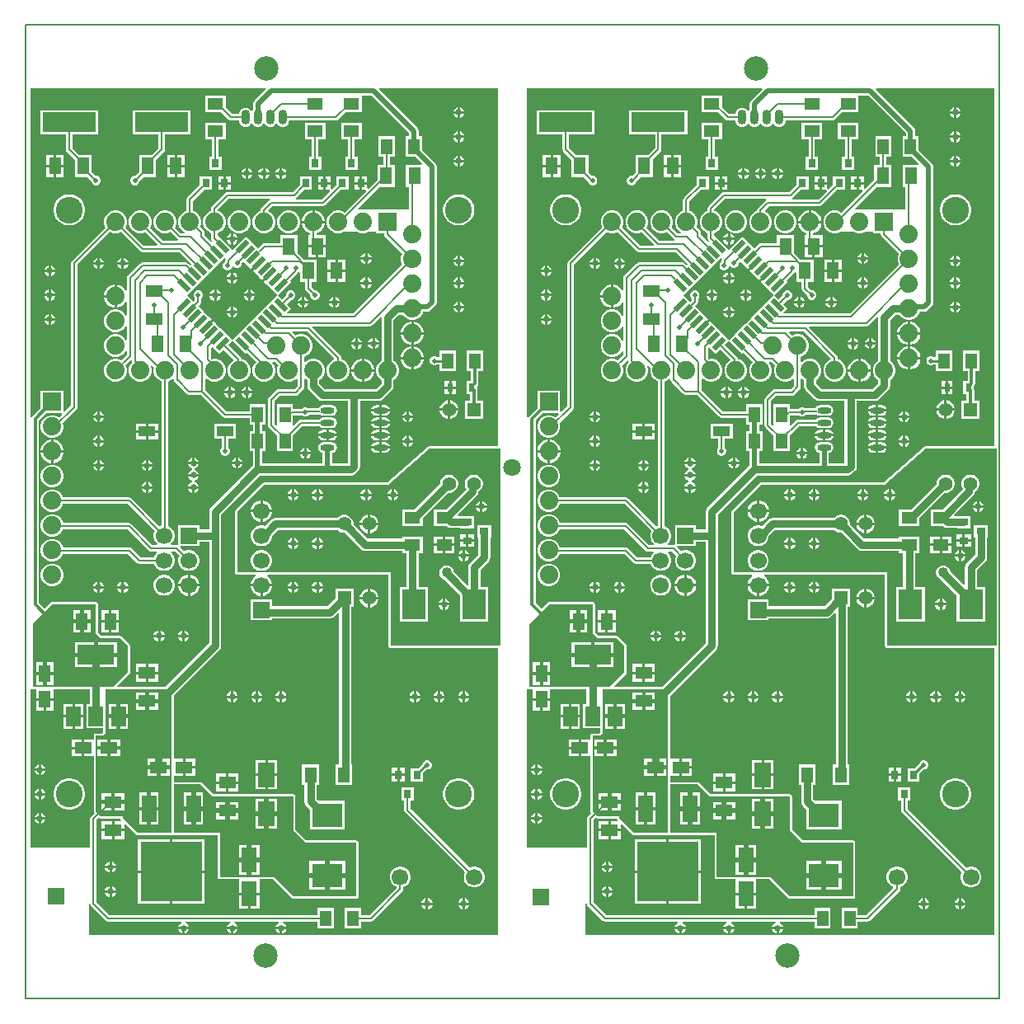
<source format=gtl>
G04*
G04 #@! TF.GenerationSoftware,Altium Limited,Altium Designer,21.3.2 (30)*
G04*
G04 Layer_Physical_Order=1*
G04 Layer_Color=255*
%FSLAX25Y25*%
%MOIN*%
G70*
G04*
G04 #@! TF.SameCoordinates,6AF4B204-6769-45D0-A42D-1EC1730201C4*
G04*
G04*
G04 #@! TF.FilePolarity,Positive*
G04*
G01*
G75*
%ADD10C,0.00800*%
%ADD11R,0.05118X0.07087*%
%ADD12R,0.21654X0.07874*%
%ADD13R,0.07087X0.04331*%
%ADD14R,0.07087X0.05118*%
%ADD15R,0.06299X0.09843*%
%ADD16R,0.07087X0.04842*%
%ADD17R,0.04842X0.07087*%
%ADD18R,0.09646X0.12402*%
%ADD19R,0.12402X0.09646*%
%ADD20R,0.06693X0.09843*%
%ADD21R,0.02461X0.03268*%
%ADD22R,0.04921X0.06496*%
%ADD23O,0.05709X0.02362*%
%ADD24R,0.03827X0.03158*%
%ADD25R,0.05906X0.07874*%
%ADD26R,0.14961X0.07874*%
%ADD27R,0.03150X0.03543*%
%ADD28R,0.06496X0.04724*%
%ADD29R,0.04724X0.06496*%
%ADD30R,0.24803X0.24016*%
%ADD31R,0.05906X0.11024*%
G04:AMPARAMS|DCode=32|XSize=21.65mil|YSize=59.06mil|CornerRadius=0mil|HoleSize=0mil|Usage=FLASHONLY|Rotation=225.000|XOffset=0mil|YOffset=0mil|HoleType=Round|Shape=Rectangle|*
%AMROTATEDRECTD32*
4,1,4,-0.01322,0.02854,0.02854,-0.01322,0.01322,-0.02854,-0.02854,0.01322,-0.01322,0.02854,0.0*
%
%ADD32ROTATEDRECTD32*%

G04:AMPARAMS|DCode=33|XSize=21.65mil|YSize=59.06mil|CornerRadius=0mil|HoleSize=0mil|Usage=FLASHONLY|Rotation=315.000|XOffset=0mil|YOffset=0mil|HoleType=Round|Shape=Rectangle|*
%AMROTATEDRECTD33*
4,1,4,-0.02854,-0.01322,0.01322,0.02854,0.02854,0.01322,-0.01322,-0.02854,-0.02854,-0.01322,0.0*
%
%ADD33ROTATEDRECTD33*%

%ADD34C,0.01200*%
%ADD35C,0.03000*%
%ADD36C,0.01000*%
%ADD37C,0.02000*%
%ADD38C,0.00787*%
%ADD39C,0.09843*%
%ADD40R,0.07087X0.07087*%
%ADD41C,0.07087*%
%ADD42C,0.07400*%
%ADD43R,0.07400X0.07400*%
%ADD44C,0.06693*%
%ADD45C,0.05512*%
%ADD46R,0.05512X0.05512*%
%ADD47O,0.03543X0.05906*%
%ADD48R,0.06693X0.06693*%
%ADD49R,0.07400X0.07400*%
%ADD50C,0.10827*%
%ADD51C,0.02000*%
%ADD52C,0.02500*%
%ADD53C,0.04000*%
G36*
X297979Y367648D02*
X293374Y363043D01*
X292954Y362415D01*
X292807Y361673D01*
Y359344D01*
X292546Y359004D01*
X292451Y358968D01*
X292038D01*
X291942Y359004D01*
X291650Y359386D01*
X291091Y359814D01*
X290441Y360083D01*
X289744Y360175D01*
X289047Y360083D01*
X288397Y359814D01*
X287839Y359386D01*
X287410Y358828D01*
X287141Y358178D01*
X287068Y357625D01*
X284506D01*
X281707Y360423D01*
Y365073D01*
X273411D01*
Y358549D01*
X279833D01*
X283019Y355362D01*
X283450Y355075D01*
X283957Y354974D01*
X287068D01*
X287141Y354421D01*
X287410Y353771D01*
X287839Y353213D01*
X288397Y352784D01*
X289047Y352515D01*
X289744Y352423D01*
X290441Y352515D01*
X291091Y352784D01*
X291650Y353213D01*
X291942Y353594D01*
X292038Y353630D01*
X292451D01*
X292546Y353594D01*
X292839Y353213D01*
X293397Y352784D01*
X294047Y352515D01*
X294744Y352423D01*
X295442Y352515D01*
X296091Y352784D01*
X296650Y353213D01*
X296942Y353594D01*
X297038Y353630D01*
X297451D01*
X297546Y353594D01*
X297839Y353213D01*
X298397Y352784D01*
X299047Y352515D01*
X299744Y352423D01*
X300442Y352515D01*
X301091Y352784D01*
X301649Y353213D01*
X301942Y353594D01*
X302038Y353630D01*
X302451D01*
X302546Y353594D01*
X302839Y353213D01*
X303397Y352784D01*
X304047Y352515D01*
X304744Y352423D01*
X305441Y352515D01*
X306091Y352784D01*
X306649Y353213D01*
X307078Y353771D01*
X307347Y354421D01*
X307420Y354974D01*
X326279D01*
X326787Y355075D01*
X327217Y355362D01*
X330404Y358549D01*
X336825D01*
Y365073D01*
X337277Y365189D01*
X340733D01*
X355937Y349985D01*
Y348636D01*
X354612D01*
Y340340D01*
X358397D01*
X361116Y337620D01*
X360909Y337121D01*
X354612D01*
Y328234D01*
X355879D01*
Y318976D01*
X335480D01*
X335289Y319438D01*
X344085Y328234D01*
X350113D01*
Y337121D01*
X348176D01*
Y340340D01*
X350113D01*
Y348636D01*
X343588D01*
Y340340D01*
X345525D01*
Y337121D01*
X343195D01*
Y331093D01*
X339492Y327390D01*
X338992Y327597D01*
Y329224D01*
X336917D01*
Y326953D01*
X338348D01*
X338555Y326453D01*
X329858Y317756D01*
X328980Y318263D01*
X327810Y318576D01*
X326599D01*
X325429Y318263D01*
X324380Y317657D01*
X323524Y316801D01*
X322918Y315752D01*
X322605Y314582D01*
Y313371D01*
X322918Y312201D01*
X323524Y311152D01*
X324380Y310296D01*
X325429Y309690D01*
X326599Y309376D01*
X327810D01*
X328980Y309690D01*
X329586Y310039D01*
X334824D01*
X335429Y309690D01*
X336599Y309376D01*
X337810D01*
X338980Y309690D01*
X339586Y310039D01*
X342605D01*
Y309376D01*
X345879D01*
Y308976D01*
X345980Y308469D01*
X346268Y308039D01*
X353151Y301155D01*
X352918Y300752D01*
X352605Y299582D01*
Y298371D01*
X352918Y297201D01*
X353151Y296797D01*
X333270Y276916D01*
X306681D01*
X306490Y277378D01*
X308202Y279090D01*
X306394Y280897D01*
X308045Y282549D01*
X308449D01*
X309147Y282838D01*
X309682Y283373D01*
X309971Y284071D01*
Y284827D01*
X309682Y285525D01*
X309147Y286060D01*
X308449Y286349D01*
X307693D01*
X306995Y286060D01*
X306460Y285525D01*
X306171Y284827D01*
Y284423D01*
X304519Y282772D01*
X302842Y284449D01*
X308202Y289808D01*
X307737Y290272D01*
X310747Y293283D01*
X310959Y293600D01*
X311116Y293665D01*
X311198Y293748D01*
X311698Y293541D01*
Y289848D01*
X313832D01*
Y287205D01*
X313933Y286698D01*
X314220Y286267D01*
X316013Y284474D01*
Y284071D01*
X316303Y283373D01*
X316837Y282838D01*
X317535Y282549D01*
X318291D01*
X318990Y282838D01*
X319524Y283373D01*
X319813Y284071D01*
Y284827D01*
X319524Y285525D01*
X318990Y286060D01*
X318291Y286349D01*
X317888D01*
X316483Y287754D01*
Y289848D01*
X318617D01*
Y298735D01*
X313529D01*
X310768Y301496D01*
Y301975D01*
X310742Y302103D01*
Y308577D01*
X303824D01*
Y305459D01*
X297453D01*
X296945Y305358D01*
X296515Y305071D01*
X294727Y303282D01*
X292035Y305974D01*
X289808Y308202D01*
X284449Y302842D01*
X279090Y308202D01*
X279030Y308142D01*
X278530Y308349D01*
Y309569D01*
X278980Y309690D01*
X280029Y310296D01*
X280886Y311152D01*
X281491Y312201D01*
X281805Y313371D01*
Y314582D01*
X281491Y315752D01*
X280886Y316801D01*
X280029Y317657D01*
X278980Y318263D01*
X278530Y318384D01*
Y318979D01*
X283029Y323478D01*
X299392D01*
X299544Y322978D01*
X299260Y322788D01*
X296286Y319814D01*
X295998Y319384D01*
X295897Y318876D01*
Y318388D01*
X295429Y318263D01*
X294380Y317657D01*
X293524Y316801D01*
X292918Y315752D01*
X292605Y314582D01*
Y313371D01*
X292918Y312201D01*
X293524Y311152D01*
X294380Y310296D01*
X295429Y309690D01*
X296599Y309376D01*
X297810D01*
X298980Y309690D01*
X300029Y310296D01*
X300886Y311152D01*
X301491Y312201D01*
X301805Y313371D01*
Y314582D01*
X301491Y315752D01*
X300886Y316801D01*
X300029Y317657D01*
X299114Y318186D01*
X298953Y318732D01*
X300746Y320525D01*
X321216D01*
X321724Y320626D01*
X322153Y320913D01*
X328293Y327053D01*
X331412D01*
Y332396D01*
X326462D01*
Y328971D01*
X324728Y327237D01*
X324228Y327444D01*
Y329224D01*
X322154D01*
Y326953D01*
X323737D01*
X323944Y326453D01*
X320667Y323176D01*
X310210D01*
X310058Y323676D01*
X310343Y323866D01*
X313529Y327053D01*
X316648D01*
Y332396D01*
X311698D01*
Y328971D01*
X308856Y326129D01*
X282480D01*
X281973Y326028D01*
X281543Y325740D01*
X276268Y320465D01*
X275980Y320035D01*
X275879Y319528D01*
Y318384D01*
X275429Y318263D01*
X274380Y317657D01*
X273524Y316801D01*
X272918Y315752D01*
X272605Y314582D01*
Y313371D01*
X272918Y312201D01*
X273524Y311152D01*
X274380Y310296D01*
X275429Y309690D01*
X275879Y309569D01*
Y307283D01*
X275980Y306775D01*
X276268Y306345D01*
X275913Y305995D01*
X273232Y308676D01*
Y309786D01*
X273131Y310293D01*
X272844Y310723D01*
X271446Y312122D01*
X271491Y312201D01*
X271805Y313371D01*
Y314582D01*
X271491Y315752D01*
X270886Y316801D01*
X270029Y317657D01*
X268980Y318263D01*
X268530Y318384D01*
Y322364D01*
X273219Y327053D01*
X276294D01*
Y332396D01*
X271344D01*
Y328927D01*
X266267Y323851D01*
X265980Y323421D01*
X265879Y322913D01*
Y318384D01*
X265429Y318263D01*
X264380Y317657D01*
X263524Y316801D01*
X262918Y315752D01*
X262605Y314582D01*
Y313371D01*
X262918Y312201D01*
X263524Y311152D01*
X264380Y310296D01*
X265072Y309896D01*
X264938Y309396D01*
X263659D01*
X261258Y311797D01*
X261491Y312201D01*
X261805Y313371D01*
Y314582D01*
X261491Y315752D01*
X260886Y316801D01*
X260029Y317657D01*
X258980Y318263D01*
X257810Y318576D01*
X256599D01*
X255429Y318263D01*
X254380Y317657D01*
X253524Y316801D01*
X252918Y315752D01*
X252605Y314582D01*
Y313371D01*
X252918Y312201D01*
X253524Y311152D01*
X254380Y310296D01*
X255429Y309690D01*
X256599Y309376D01*
X257810D01*
X258980Y309690D01*
X259384Y309923D01*
X262173Y307134D01*
X262457Y306944D01*
X262306Y306444D01*
X256455D01*
X251201Y311698D01*
X251491Y312201D01*
X251805Y313371D01*
Y314582D01*
X251491Y315752D01*
X250886Y316801D01*
X250029Y317657D01*
X248980Y318263D01*
X247810Y318576D01*
X246599D01*
X245429Y318263D01*
X244380Y317657D01*
X243524Y316801D01*
X242918Y315752D01*
X242605Y314582D01*
Y313371D01*
X242918Y312201D01*
X243524Y311152D01*
X244380Y310296D01*
X245429Y309690D01*
X246599Y309376D01*
X247810D01*
X248980Y309690D01*
X249284Y309865D01*
X254212Y304937D01*
X254021Y304475D01*
X248581D01*
X241258Y311797D01*
X241491Y312201D01*
X241805Y313371D01*
Y314582D01*
X241491Y315752D01*
X240886Y316801D01*
X240029Y317657D01*
X238980Y318263D01*
X237810Y318576D01*
X236599D01*
X235429Y318263D01*
X234380Y317657D01*
X233524Y316801D01*
X232918Y315752D01*
X232605Y314582D01*
Y313371D01*
X232918Y312201D01*
X233151Y311797D01*
X219535Y298181D01*
X219248Y297751D01*
X219147Y297244D01*
Y239722D01*
X216676Y237251D01*
X216214Y237443D01*
Y245860D01*
X207014D01*
Y238823D01*
X203643Y235452D01*
X203499Y235236D01*
X202756D01*
Y368110D01*
X297788D01*
X297979Y367648D01*
D02*
G37*
G36*
X97192D02*
X92587Y363043D01*
X92167Y362415D01*
X92019Y361673D01*
Y359344D01*
X91759Y359004D01*
X91663Y358968D01*
X91250D01*
X91155Y359004D01*
X90862Y359386D01*
X90304Y359814D01*
X89654Y360083D01*
X88957Y360175D01*
X88259Y360083D01*
X87609Y359814D01*
X87051Y359386D01*
X86623Y358828D01*
X86354Y358178D01*
X86281Y357625D01*
X83718D01*
X80920Y360423D01*
Y365073D01*
X72624D01*
Y358549D01*
X79045D01*
X82232Y355362D01*
X82662Y355075D01*
X83169Y354974D01*
X86281D01*
X86354Y354421D01*
X86623Y353771D01*
X87051Y353213D01*
X87609Y352784D01*
X88259Y352515D01*
X88957Y352423D01*
X89654Y352515D01*
X90304Y352784D01*
X90862Y353213D01*
X91155Y353594D01*
X91250Y353630D01*
X91663D01*
X91759Y353594D01*
X92051Y353213D01*
X92609Y352784D01*
X93259Y352515D01*
X93957Y352423D01*
X94654Y352515D01*
X95304Y352784D01*
X95862Y353213D01*
X96155Y353594D01*
X96250Y353630D01*
X96663D01*
X96759Y353594D01*
X97051Y353213D01*
X97609Y352784D01*
X98259Y352515D01*
X98957Y352423D01*
X99654Y352515D01*
X100304Y352784D01*
X100862Y353213D01*
X101155Y353594D01*
X101250Y353630D01*
X101663D01*
X101759Y353594D01*
X102051Y353213D01*
X102609Y352784D01*
X103259Y352515D01*
X103957Y352423D01*
X104654Y352515D01*
X105304Y352784D01*
X105862Y353213D01*
X106290Y353771D01*
X106560Y354421D01*
X106632Y354974D01*
X125492D01*
X125999Y355075D01*
X126429Y355362D01*
X129616Y358549D01*
X136038D01*
Y365073D01*
X136490Y365189D01*
X139946D01*
X155149Y349985D01*
Y348636D01*
X153824D01*
Y340340D01*
X157609D01*
X160329Y337620D01*
X160122Y337121D01*
X153824D01*
Y328234D01*
X155092D01*
Y318976D01*
X134693D01*
X134502Y319438D01*
X143297Y328234D01*
X149325D01*
Y337121D01*
X147389D01*
Y340340D01*
X149325D01*
Y348636D01*
X142801D01*
Y340340D01*
X144738D01*
Y337121D01*
X142407D01*
Y331093D01*
X138705Y327390D01*
X138205Y327597D01*
Y329224D01*
X136130D01*
Y326953D01*
X137560D01*
X137767Y326453D01*
X129071Y317756D01*
X128193Y318263D01*
X127023Y318576D01*
X125812D01*
X124642Y318263D01*
X123593Y317657D01*
X122736Y316801D01*
X122131Y315752D01*
X121817Y314582D01*
Y313371D01*
X122131Y312201D01*
X122736Y311152D01*
X123593Y310296D01*
X124642Y309690D01*
X125812Y309376D01*
X127023D01*
X128193Y309690D01*
X128798Y310039D01*
X134036D01*
X134642Y309690D01*
X135812Y309376D01*
X137023D01*
X138193Y309690D01*
X138798Y310039D01*
X141817D01*
Y309376D01*
X145092D01*
Y308976D01*
X145193Y308469D01*
X145480Y308039D01*
X152364Y301155D01*
X152131Y300752D01*
X151817Y299582D01*
Y298371D01*
X152131Y297201D01*
X152364Y296797D01*
X132483Y276916D01*
X105894D01*
X105702Y277378D01*
X107414Y279090D01*
X105606Y280897D01*
X107258Y282549D01*
X107661D01*
X108360Y282838D01*
X108894Y283373D01*
X109184Y284071D01*
Y284827D01*
X108894Y285525D01*
X108360Y286060D01*
X107661Y286349D01*
X106905D01*
X106207Y286060D01*
X105673Y285525D01*
X105384Y284827D01*
Y284423D01*
X103732Y282772D01*
X102055Y284449D01*
X107414Y289808D01*
X106949Y290272D01*
X109960Y293283D01*
X110172Y293600D01*
X110328Y293665D01*
X110411Y293748D01*
X110911Y293541D01*
Y289848D01*
X113045D01*
Y287205D01*
X113145Y286698D01*
X113433Y286267D01*
X115226Y284474D01*
Y284071D01*
X115515Y283373D01*
X116050Y282838D01*
X116748Y282549D01*
X117504D01*
X118202Y282838D01*
X118737Y283373D01*
X119026Y284071D01*
Y284827D01*
X118737Y285525D01*
X118202Y286060D01*
X117504Y286349D01*
X117101D01*
X115696Y287754D01*
Y289848D01*
X117829D01*
Y298735D01*
X112742D01*
X109981Y301496D01*
Y301975D01*
X109955Y302103D01*
Y308577D01*
X103037D01*
Y305459D01*
X96665D01*
X96158Y305358D01*
X95728Y305071D01*
X93939Y303282D01*
X91247Y305974D01*
X89020Y308202D01*
X83661Y302842D01*
X78302Y308202D01*
X78243Y308142D01*
X77743Y308349D01*
Y309569D01*
X78193Y309690D01*
X79242Y310296D01*
X80098Y311152D01*
X80704Y312201D01*
X81017Y313371D01*
Y314582D01*
X80704Y315752D01*
X80098Y316801D01*
X79242Y317657D01*
X78193Y318263D01*
X77743Y318384D01*
Y318979D01*
X82242Y323478D01*
X98605D01*
X98757Y322978D01*
X98472Y322788D01*
X95498Y319814D01*
X95211Y319384D01*
X95110Y318876D01*
Y318388D01*
X94642Y318263D01*
X93593Y317657D01*
X92736Y316801D01*
X92131Y315752D01*
X91817Y314582D01*
Y313371D01*
X92131Y312201D01*
X92736Y311152D01*
X93593Y310296D01*
X94642Y309690D01*
X95812Y309376D01*
X97023D01*
X98193Y309690D01*
X99242Y310296D01*
X100098Y311152D01*
X100704Y312201D01*
X101017Y313371D01*
Y314582D01*
X100704Y315752D01*
X100098Y316801D01*
X99242Y317657D01*
X98326Y318186D01*
X98166Y318732D01*
X99958Y320525D01*
X120429D01*
X120936Y320626D01*
X121366Y320913D01*
X127506Y327053D01*
X130624D01*
Y332396D01*
X125675D01*
Y328971D01*
X123941Y327237D01*
X123441Y327444D01*
Y329224D01*
X121366D01*
Y326953D01*
X122950D01*
X123157Y326453D01*
X119880Y323176D01*
X109422D01*
X109271Y323676D01*
X109555Y323866D01*
X112742Y327053D01*
X115861D01*
Y332396D01*
X110911D01*
Y328971D01*
X108069Y326129D01*
X81693D01*
X81186Y326028D01*
X80756Y325740D01*
X75480Y320465D01*
X75193Y320035D01*
X75092Y319528D01*
Y318384D01*
X74642Y318263D01*
X73593Y317657D01*
X72736Y316801D01*
X72131Y315752D01*
X71817Y314582D01*
Y313371D01*
X72131Y312201D01*
X72736Y311152D01*
X73593Y310296D01*
X74642Y309690D01*
X75092Y309569D01*
Y307283D01*
X75193Y306775D01*
X75480Y306345D01*
X75125Y305995D01*
X72445Y308676D01*
Y309786D01*
X72344Y310293D01*
X72057Y310723D01*
X70658Y312122D01*
X70704Y312201D01*
X71017Y313371D01*
Y314582D01*
X70704Y315752D01*
X70098Y316801D01*
X69242Y317657D01*
X68193Y318263D01*
X67743Y318384D01*
Y322364D01*
X72431Y327053D01*
X75506D01*
Y332396D01*
X70557D01*
Y328927D01*
X65480Y323851D01*
X65193Y323421D01*
X65092Y322913D01*
Y318384D01*
X64642Y318263D01*
X63593Y317657D01*
X62736Y316801D01*
X62131Y315752D01*
X61817Y314582D01*
Y313371D01*
X62131Y312201D01*
X62736Y311152D01*
X63593Y310296D01*
X64284Y309896D01*
X64150Y309396D01*
X62872D01*
X60471Y311797D01*
X60704Y312201D01*
X61017Y313371D01*
Y314582D01*
X60704Y315752D01*
X60098Y316801D01*
X59242Y317657D01*
X58193Y318263D01*
X57023Y318576D01*
X55812D01*
X54642Y318263D01*
X53593Y317657D01*
X52736Y316801D01*
X52131Y315752D01*
X51817Y314582D01*
Y313371D01*
X52131Y312201D01*
X52736Y311152D01*
X53593Y310296D01*
X54642Y309690D01*
X55812Y309376D01*
X57023D01*
X58193Y309690D01*
X58596Y309923D01*
X61386Y307134D01*
X61670Y306944D01*
X61518Y306444D01*
X55667D01*
X50413Y311698D01*
X50704Y312201D01*
X51017Y313371D01*
Y314582D01*
X50704Y315752D01*
X50098Y316801D01*
X49242Y317657D01*
X48193Y318263D01*
X47023Y318576D01*
X45812D01*
X44642Y318263D01*
X43593Y317657D01*
X42736Y316801D01*
X42131Y315752D01*
X41817Y314582D01*
Y313371D01*
X42131Y312201D01*
X42736Y311152D01*
X43593Y310296D01*
X44642Y309690D01*
X45812Y309376D01*
X47023D01*
X48193Y309690D01*
X48496Y309865D01*
X53425Y304937D01*
X53233Y304475D01*
X47793D01*
X40471Y311797D01*
X40704Y312201D01*
X41017Y313371D01*
Y314582D01*
X40704Y315752D01*
X40098Y316801D01*
X39242Y317657D01*
X38193Y318263D01*
X37023Y318576D01*
X35812D01*
X34642Y318263D01*
X33593Y317657D01*
X32736Y316801D01*
X32131Y315752D01*
X31817Y314582D01*
Y313371D01*
X32131Y312201D01*
X32364Y311797D01*
X18748Y298181D01*
X18461Y297751D01*
X18360Y297244D01*
Y239722D01*
X15889Y237251D01*
X15427Y237443D01*
Y245860D01*
X6227D01*
Y238823D01*
X2856Y235452D01*
X2712Y235236D01*
X1969D01*
Y368110D01*
X97001D01*
X97192Y367648D01*
D02*
G37*
G36*
X247094Y302212D02*
X247524Y301925D01*
X248031Y301824D01*
X262972D01*
X267842Y296954D01*
X267385Y296497D01*
X266685Y297197D01*
X266255Y297484D01*
X265748Y297585D01*
X248031D01*
X247524Y297484D01*
X247094Y297197D01*
X242173Y292276D01*
X241886Y291846D01*
X241785Y291339D01*
Y286443D01*
X241285Y286310D01*
X240966Y286862D01*
X240091Y287737D01*
X239019Y288356D01*
X237824Y288676D01*
X237705D01*
Y283976D01*
Y279276D01*
X237824D01*
X239019Y279597D01*
X240091Y280215D01*
X240966Y281090D01*
X241285Y281643D01*
X241785Y281509D01*
Y276243D01*
X241285Y276110D01*
X240886Y276801D01*
X240029Y277657D01*
X238980Y278263D01*
X237810Y278576D01*
X236599D01*
X235429Y278263D01*
X234380Y277657D01*
X233524Y276801D01*
X232918Y275752D01*
X232605Y274582D01*
Y273371D01*
X232918Y272201D01*
X233524Y271152D01*
X234380Y270296D01*
X235429Y269690D01*
X236599Y269376D01*
X237810D01*
X238980Y269690D01*
X240029Y270296D01*
X240886Y271152D01*
X241285Y271843D01*
X241785Y271709D01*
Y266244D01*
X241285Y266109D01*
X240886Y266801D01*
X240029Y267657D01*
X238980Y268263D01*
X237810Y268576D01*
X236599D01*
X235429Y268263D01*
X234380Y267657D01*
X233524Y266801D01*
X232918Y265752D01*
X232605Y264582D01*
Y263371D01*
X232918Y262201D01*
X233524Y261152D01*
X234380Y260296D01*
X235429Y259690D01*
X236599Y259376D01*
X237810D01*
X238980Y259690D01*
X240029Y260296D01*
X240886Y261152D01*
X241285Y261843D01*
X241785Y261709D01*
Y260431D01*
X239384Y258030D01*
X238980Y258263D01*
X237810Y258576D01*
X236599D01*
X235429Y258263D01*
X234380Y257657D01*
X233524Y256801D01*
X232918Y255752D01*
X232605Y254582D01*
Y253371D01*
X232918Y252201D01*
X233524Y251152D01*
X234380Y250295D01*
X235429Y249690D01*
X236599Y249376D01*
X237810D01*
X238980Y249690D01*
X240029Y250295D01*
X240886Y251152D01*
X241491Y252201D01*
X241805Y253371D01*
Y254582D01*
X241491Y255752D01*
X241258Y256155D01*
X243291Y258189D01*
X243753Y257997D01*
Y257745D01*
X243854Y257238D01*
X243897Y257174D01*
X243524Y256801D01*
X242918Y255752D01*
X242605Y254582D01*
Y253371D01*
X242918Y252201D01*
X243524Y251152D01*
X244380Y250295D01*
X245429Y249690D01*
X246599Y249376D01*
X247810D01*
X248980Y249690D01*
X250029Y250295D01*
X250886Y251152D01*
X251491Y252201D01*
X251805Y253371D01*
Y254582D01*
X251491Y255752D01*
X251467Y255794D01*
X251867Y256101D01*
X252770Y255198D01*
X252605Y254582D01*
Y253371D01*
X252918Y252201D01*
X253524Y251152D01*
X254380Y250295D01*
X255429Y249690D01*
X255722Y249611D01*
Y191249D01*
X255251Y191122D01*
X254970Y190960D01*
X243733Y202197D01*
X243302Y202484D01*
X242795Y202585D01*
X216021D01*
X215901Y203035D01*
X215295Y204084D01*
X214439Y204941D01*
X213390Y205546D01*
X212220Y205860D01*
X211009D01*
X209839Y205546D01*
X208790Y204941D01*
X207933Y204084D01*
X207328Y203035D01*
X207014Y201866D01*
Y200654D01*
X207328Y199484D01*
X207933Y198435D01*
X208790Y197579D01*
X209839Y196973D01*
X211009Y196660D01*
X212220D01*
X213390Y196973D01*
X214439Y197579D01*
X215295Y198435D01*
X215901Y199484D01*
X216021Y199934D01*
X242246D01*
X253095Y189086D01*
X252933Y188804D01*
X252643Y187724D01*
Y186606D01*
X252933Y185526D01*
X253492Y184558D01*
X254138Y183912D01*
X253933Y183412D01*
X252162D01*
X243692Y191882D01*
X243262Y192169D01*
X242755Y192270D01*
X216106D01*
X215901Y193035D01*
X215295Y194084D01*
X214439Y194941D01*
X213390Y195546D01*
X212220Y195860D01*
X211009D01*
X209839Y195546D01*
X208790Y194941D01*
X207933Y194084D01*
X207328Y193035D01*
X207014Y191866D01*
Y190654D01*
X207328Y189484D01*
X207933Y188435D01*
X208790Y187579D01*
X209839Y186973D01*
X211009Y186660D01*
X212220D01*
X213390Y186973D01*
X214439Y187579D01*
X215295Y188435D01*
X215901Y189484D01*
X215937Y189619D01*
X242206D01*
X250676Y181149D01*
X251106Y180862D01*
X251613Y180761D01*
X253773D01*
X253980Y180261D01*
X253492Y179773D01*
X252933Y178804D01*
X252849Y178491D01*
X247318D01*
X243769Y182040D01*
X243339Y182327D01*
X242831Y182428D01*
X216063D01*
X215901Y183035D01*
X215295Y184084D01*
X214439Y184941D01*
X213390Y185546D01*
X212220Y185860D01*
X211009D01*
X209839Y185546D01*
X208790Y184941D01*
X207933Y184084D01*
X207328Y183035D01*
X207014Y181866D01*
Y180654D01*
X207328Y179484D01*
X207933Y178435D01*
X208790Y177579D01*
X209839Y176973D01*
X211009Y176660D01*
X212220D01*
X213390Y176973D01*
X214439Y177579D01*
X215295Y178435D01*
X215901Y179484D01*
X215979Y179777D01*
X242283D01*
X245831Y176228D01*
X246261Y175941D01*
X246768Y175840D01*
X252849D01*
X252933Y175526D01*
X253492Y174558D01*
X254282Y173767D01*
X255251Y173208D01*
X256331Y172919D01*
X257449D01*
X258529Y173208D01*
X259497Y173767D01*
X260288Y174558D01*
X260847Y175526D01*
X261136Y176606D01*
Y177724D01*
X260847Y178804D01*
X260288Y179773D01*
X259799Y180261D01*
X260006Y180761D01*
X261420D01*
X263095Y179086D01*
X262933Y178804D01*
X262643Y177724D01*
Y176606D01*
X262933Y175526D01*
X263492Y174558D01*
X264282Y173767D01*
X265251Y173208D01*
X266331Y172919D01*
X267449D01*
X268529Y173208D01*
X269497Y173767D01*
X270288Y174558D01*
X270847Y175526D01*
X271136Y176606D01*
Y177724D01*
X270847Y178804D01*
X270288Y179773D01*
X269497Y180563D01*
X268529Y181122D01*
X267449Y181412D01*
X266331D01*
X265251Y181122D01*
X264969Y180960D01*
X263473Y182457D01*
X263664Y182919D01*
X271136D01*
Y184718D01*
X275112D01*
Y143730D01*
X257299Y125918D01*
X238105D01*
X237913Y126380D01*
X242775Y131241D01*
X242974Y131539D01*
X243044Y131890D01*
Y142717D01*
X242974Y143068D01*
X242775Y143365D01*
X239822Y146318D01*
X239524Y146517D01*
X239173Y146587D01*
X231679D01*
X230248Y148018D01*
Y159449D01*
X230178Y159800D01*
X229980Y160098D01*
X229682Y160297D01*
X229331Y160366D01*
X211614D01*
X211263Y160297D01*
X210965Y160098D01*
X208602Y157734D01*
X206254Y160082D01*
Y233737D01*
X209177Y236660D01*
X215431D01*
X215623Y236198D01*
X214392Y234967D01*
X213390Y235546D01*
X212220Y235860D01*
X211009D01*
X209839Y235546D01*
X208790Y234941D01*
X207933Y234084D01*
X207328Y233035D01*
X207014Y231866D01*
Y230654D01*
X207328Y229484D01*
X207933Y228435D01*
X208790Y227579D01*
X209839Y226973D01*
X211009Y226660D01*
X212220D01*
X213390Y226973D01*
X214439Y227579D01*
X215295Y228435D01*
X215901Y229484D01*
X216214Y230654D01*
Y231866D01*
X215966Y232792D01*
X221410Y238236D01*
X221697Y238666D01*
X221798Y239173D01*
Y296695D01*
X235026Y309923D01*
X235429Y309690D01*
X236599Y309376D01*
X237810D01*
X238980Y309690D01*
X239384Y309923D01*
X247094Y302212D01*
D02*
G37*
G36*
X46307D02*
X46737Y301925D01*
X47244Y301824D01*
X62185D01*
X67055Y296954D01*
X66598Y296497D01*
X65898Y297197D01*
X65468Y297484D01*
X64961Y297585D01*
X47244D01*
X46737Y297484D01*
X46307Y297197D01*
X41386Y292276D01*
X41098Y291846D01*
X40997Y291339D01*
Y286443D01*
X40497Y286310D01*
X40178Y286862D01*
X39303Y287737D01*
X38232Y288356D01*
X37036Y288676D01*
X36917D01*
Y283976D01*
Y279276D01*
X37036D01*
X38232Y279597D01*
X39303Y280215D01*
X40178Y281090D01*
X40497Y281643D01*
X40997Y281509D01*
Y276243D01*
X40497Y276110D01*
X40098Y276801D01*
X39242Y277657D01*
X38193Y278263D01*
X37023Y278576D01*
X35812D01*
X34642Y278263D01*
X33593Y277657D01*
X32736Y276801D01*
X32131Y275752D01*
X31817Y274582D01*
Y273371D01*
X32131Y272201D01*
X32736Y271152D01*
X33593Y270296D01*
X34642Y269690D01*
X35812Y269376D01*
X37023D01*
X38193Y269690D01*
X39242Y270296D01*
X40098Y271152D01*
X40497Y271843D01*
X40997Y271709D01*
Y266244D01*
X40497Y266109D01*
X40098Y266801D01*
X39242Y267657D01*
X38193Y268263D01*
X37023Y268576D01*
X35812D01*
X34642Y268263D01*
X33593Y267657D01*
X32736Y266801D01*
X32131Y265752D01*
X31817Y264582D01*
Y263371D01*
X32131Y262201D01*
X32736Y261152D01*
X33593Y260296D01*
X34642Y259690D01*
X35812Y259376D01*
X37023D01*
X38193Y259690D01*
X39242Y260296D01*
X40098Y261152D01*
X40497Y261843D01*
X40997Y261709D01*
Y260431D01*
X38596Y258030D01*
X38193Y258263D01*
X37023Y258576D01*
X35812D01*
X34642Y258263D01*
X33593Y257657D01*
X32736Y256801D01*
X32131Y255752D01*
X31817Y254582D01*
Y253371D01*
X32131Y252201D01*
X32736Y251152D01*
X33593Y250295D01*
X34642Y249690D01*
X35812Y249376D01*
X37023D01*
X38193Y249690D01*
X39242Y250295D01*
X40098Y251152D01*
X40704Y252201D01*
X41017Y253371D01*
Y254582D01*
X40704Y255752D01*
X40471Y256155D01*
X42504Y258189D01*
X42966Y257997D01*
Y257745D01*
X43067Y257238D01*
X43110Y257174D01*
X42736Y256801D01*
X42131Y255752D01*
X41817Y254582D01*
Y253371D01*
X42131Y252201D01*
X42736Y251152D01*
X43593Y250295D01*
X44642Y249690D01*
X45812Y249376D01*
X47023D01*
X48193Y249690D01*
X49242Y250295D01*
X50098Y251152D01*
X50704Y252201D01*
X51017Y253371D01*
Y254582D01*
X50704Y255752D01*
X50680Y255794D01*
X51080Y256101D01*
X51982Y255198D01*
X51817Y254582D01*
Y253371D01*
X52131Y252201D01*
X52736Y251152D01*
X53593Y250295D01*
X54642Y249690D01*
X54934Y249611D01*
Y191249D01*
X54463Y191122D01*
X54182Y190960D01*
X42945Y202197D01*
X42515Y202484D01*
X42008Y202585D01*
X15234D01*
X15113Y203035D01*
X14508Y204084D01*
X13651Y204941D01*
X12602Y205546D01*
X11432Y205860D01*
X10221D01*
X9051Y205546D01*
X8002Y204941D01*
X7146Y204084D01*
X6540Y203035D01*
X6227Y201866D01*
Y200654D01*
X6540Y199484D01*
X7146Y198435D01*
X8002Y197579D01*
X9051Y196973D01*
X10221Y196660D01*
X11432D01*
X12602Y196973D01*
X13651Y197579D01*
X14508Y198435D01*
X15113Y199484D01*
X15234Y199934D01*
X41459D01*
X52308Y189086D01*
X52145Y188804D01*
X51856Y187724D01*
Y186606D01*
X52145Y185526D01*
X52704Y184558D01*
X53350Y183912D01*
X53146Y183412D01*
X51375D01*
X42905Y191882D01*
X42475Y192169D01*
X41968Y192270D01*
X15318D01*
X15113Y193035D01*
X14508Y194084D01*
X13651Y194941D01*
X12602Y195546D01*
X11432Y195860D01*
X10221D01*
X9051Y195546D01*
X8002Y194941D01*
X7146Y194084D01*
X6540Y193035D01*
X6227Y191866D01*
Y190654D01*
X6540Y189484D01*
X7146Y188435D01*
X8002Y187579D01*
X9051Y186973D01*
X10221Y186660D01*
X11432D01*
X12602Y186973D01*
X13651Y187579D01*
X14508Y188435D01*
X15113Y189484D01*
X15149Y189619D01*
X41419D01*
X49889Y181149D01*
X50319Y180862D01*
X50826Y180761D01*
X52986D01*
X53193Y180261D01*
X52704Y179773D01*
X52145Y178804D01*
X52061Y178491D01*
X46530D01*
X42981Y182040D01*
X42551Y182327D01*
X42044Y182428D01*
X15276D01*
X15113Y183035D01*
X14508Y184084D01*
X13651Y184941D01*
X12602Y185546D01*
X11432Y185860D01*
X10221D01*
X9051Y185546D01*
X8002Y184941D01*
X7146Y184084D01*
X6540Y183035D01*
X6227Y181866D01*
Y180654D01*
X6540Y179484D01*
X7146Y178435D01*
X8002Y177579D01*
X9051Y176973D01*
X10221Y176660D01*
X11432D01*
X12602Y176973D01*
X13651Y177579D01*
X14508Y178435D01*
X15113Y179484D01*
X15192Y179777D01*
X41495D01*
X45044Y176228D01*
X45474Y175941D01*
X45981Y175840D01*
X52061D01*
X52145Y175526D01*
X52704Y174558D01*
X53495Y173767D01*
X54463Y173208D01*
X55543Y172919D01*
X56661D01*
X57741Y173208D01*
X58710Y173767D01*
X59500Y174558D01*
X60059Y175526D01*
X60349Y176606D01*
Y177724D01*
X60059Y178804D01*
X59500Y179773D01*
X59012Y180261D01*
X59219Y180761D01*
X60632D01*
X62308Y179086D01*
X62145Y178804D01*
X61856Y177724D01*
Y176606D01*
X62145Y175526D01*
X62704Y174558D01*
X63495Y173767D01*
X64463Y173208D01*
X65543Y172919D01*
X66661D01*
X67741Y173208D01*
X68710Y173767D01*
X69500Y174558D01*
X70059Y175526D01*
X70349Y176606D01*
Y177724D01*
X70059Y178804D01*
X69500Y179773D01*
X68710Y180563D01*
X67741Y181122D01*
X66661Y181412D01*
X65543D01*
X64463Y181122D01*
X64182Y180960D01*
X62685Y182457D01*
X62877Y182919D01*
X70349D01*
Y184718D01*
X74325D01*
Y143730D01*
X56512Y125918D01*
X37317D01*
X37126Y126380D01*
X41987Y131241D01*
X42186Y131539D01*
X42256Y131890D01*
Y142717D01*
X42186Y143068D01*
X41987Y143365D01*
X39035Y146318D01*
X38737Y146517D01*
X38386Y146587D01*
X30892D01*
X29461Y148018D01*
Y159449D01*
X29391Y159800D01*
X29192Y160098D01*
X28894Y160297D01*
X28543Y160366D01*
X10827D01*
X10476Y160297D01*
X10178Y160098D01*
X7814Y157734D01*
X5466Y160082D01*
Y233737D01*
X8390Y236660D01*
X14644D01*
X14835Y236198D01*
X13605Y234967D01*
X12602Y235546D01*
X11432Y235860D01*
X10221D01*
X9051Y235546D01*
X8002Y234941D01*
X7146Y234084D01*
X6540Y233035D01*
X6227Y231866D01*
Y230654D01*
X6540Y229484D01*
X7146Y228435D01*
X8002Y227579D01*
X9051Y226973D01*
X10221Y226660D01*
X11432D01*
X12602Y226973D01*
X13651Y227579D01*
X14508Y228435D01*
X15113Y229484D01*
X15427Y230654D01*
Y231866D01*
X15179Y232792D01*
X20622Y238236D01*
X20910Y238666D01*
X21011Y239173D01*
Y296695D01*
X34238Y309923D01*
X34642Y309690D01*
X35812Y309376D01*
X37023D01*
X38193Y309690D01*
X38596Y309923D01*
X46307Y302212D01*
D02*
G37*
G36*
X391732Y223359D02*
X364173D01*
X364025Y223329D01*
X363876Y223309D01*
X363850Y223294D01*
X363822Y223289D01*
X363697Y223205D01*
X363566Y223129D01*
X347094Y208595D01*
X297244D01*
X296893Y208525D01*
X296595Y208326D01*
X285769Y197499D01*
X285570Y197202D01*
X285500Y196850D01*
Y172244D01*
X285570Y171893D01*
X285769Y171595D01*
X286066Y171396D01*
X286417Y171326D01*
X293774D01*
X293908Y170826D01*
X293591Y170643D01*
X292782Y169834D01*
X292210Y168843D01*
X291913Y167738D01*
Y167665D01*
X296260D01*
X300606D01*
Y167738D01*
X300310Y168843D01*
X299738Y169834D01*
X298929Y170643D01*
X298611Y170826D01*
X298745Y171326D01*
X347508D01*
Y142717D01*
X347577Y142365D01*
X347776Y142068D01*
X348074Y141869D01*
X348425Y141799D01*
X391732D01*
Y25591D01*
X226378D01*
Y38386D01*
X227021D01*
X227122Y37879D01*
X227409Y37449D01*
X233315Y31543D01*
X233745Y31256D01*
X234252Y31155D01*
X263882D01*
X263982Y30655D01*
X263489Y30451D01*
X262856Y29818D01*
X262536Y29043D01*
X266992D01*
X266671Y29818D01*
X266038Y30451D01*
X265546Y30655D01*
X265645Y31155D01*
X283568D01*
X283667Y30655D01*
X283174Y30451D01*
X282541Y29818D01*
X282221Y29043D01*
X286677D01*
X286356Y29818D01*
X285723Y30451D01*
X285231Y30655D01*
X285330Y31155D01*
X303253D01*
X303352Y30655D01*
X302859Y30451D01*
X302226Y29818D01*
X301906Y29043D01*
X306362D01*
X306041Y29818D01*
X305408Y30451D01*
X304916Y30655D01*
X305015Y31155D01*
X318982D01*
Y28332D01*
X325506D01*
Y36628D01*
X318982D01*
Y33806D01*
X234801D01*
X229672Y38935D01*
Y72286D01*
X230603Y73217D01*
X230650Y73170D01*
X230948Y72971D01*
X231299Y72901D01*
X239240D01*
Y72835D01*
X239310Y72483D01*
X239509Y72186D01*
X239563Y72131D01*
X239372Y71669D01*
X236720D01*
Y68610D01*
X240764D01*
Y70277D01*
X241226Y70469D01*
X245414Y66280D01*
X245712Y66081D01*
X246063Y66012D01*
X259842D01*
X260194Y66081D01*
X260335Y66176D01*
X260476Y66081D01*
X260827Y66012D01*
X278610D01*
Y49213D01*
X278680Y48861D01*
X278879Y48564D01*
X279176Y48365D01*
X279528Y48295D01*
X286710D01*
X287189Y48244D01*
X287189Y47795D01*
Y42823D01*
X291339D01*
X295488D01*
Y47795D01*
X295488Y48244D01*
X295967Y48295D01*
X300801D01*
X308406Y40690D01*
X308704Y40491D01*
X309055Y40421D01*
X334646D01*
X334997Y40491D01*
X335295Y40690D01*
X335493Y40987D01*
X335563Y41339D01*
Y62992D01*
X335493Y63343D01*
X335295Y63641D01*
X334997Y63840D01*
X334646Y63910D01*
X314356D01*
X309973Y68293D01*
Y81693D01*
X309903Y82044D01*
X309704Y82342D01*
X309406Y82541D01*
X309055Y82610D01*
X276955Y82611D01*
X272302Y87263D01*
X272005Y87462D01*
X271654Y87532D01*
X260827D01*
X260760Y87586D01*
Y90083D01*
X264500D01*
Y93504D01*
Y96925D01*
X260760D01*
Y122457D01*
X279289Y140986D01*
X279820Y141780D01*
X280006Y142717D01*
Y187992D01*
Y195837D01*
X295699Y211529D01*
X332490D01*
X333426Y211716D01*
X334220Y212246D01*
X335392Y213418D01*
X335922Y214212D01*
X336108Y215148D01*
Y241648D01*
X343504D01*
X344440Y241834D01*
X345234Y242364D01*
X348935Y246065D01*
X349465Y246859D01*
X349652Y247795D01*
Y250078D01*
X350029Y250295D01*
X350886Y251152D01*
X351491Y252201D01*
X351805Y253371D01*
Y254582D01*
X351491Y255752D01*
X350886Y256801D01*
X350029Y257657D01*
X349652Y257875D01*
Y274341D01*
X351840Y276529D01*
X353306D01*
X353524Y276152D01*
X354380Y275295D01*
X355429Y274690D01*
X356599Y274376D01*
X357810D01*
X358980Y274690D01*
X360029Y275295D01*
X360886Y276152D01*
X361491Y277201D01*
X361627Y277706D01*
X363305D01*
X364046Y277853D01*
X364674Y278274D01*
X366527Y280126D01*
X366947Y280755D01*
X367095Y281496D01*
Y336319D01*
X366947Y337060D01*
X366527Y337689D01*
X361136Y343080D01*
Y348636D01*
X359811D01*
Y350787D01*
X359664Y351529D01*
X359244Y352157D01*
X343753Y367648D01*
X343944Y368110D01*
X391732D01*
Y223359D01*
D02*
G37*
G36*
X190945D02*
X163386D01*
X163238Y223329D01*
X163088Y223309D01*
X163063Y223294D01*
X163035Y223289D01*
X162909Y223205D01*
X162779Y223129D01*
X146307Y208595D01*
X96457D01*
X96105Y208525D01*
X95808Y208326D01*
X84981Y197499D01*
X84782Y197202D01*
X84712Y196850D01*
Y172244D01*
X84782Y171893D01*
X84981Y171595D01*
X85279Y171396D01*
X85630Y171326D01*
X92987D01*
X93121Y170826D01*
X92804Y170643D01*
X91994Y169834D01*
X91422Y168843D01*
X91126Y167738D01*
Y167665D01*
X95472D01*
X99819D01*
Y167738D01*
X99523Y168843D01*
X98950Y169834D01*
X98141Y170643D01*
X97824Y170826D01*
X97958Y171326D01*
X146720D01*
Y142717D01*
X146790Y142365D01*
X146989Y142068D01*
X147287Y141869D01*
X147638Y141799D01*
X190945D01*
Y25591D01*
X25591D01*
Y38386D01*
X26234D01*
X26335Y37879D01*
X26622Y37449D01*
X32527Y31543D01*
X32957Y31256D01*
X33465Y31155D01*
X63095D01*
X63195Y30655D01*
X62702Y30451D01*
X62069Y29818D01*
X61748Y29043D01*
X66205D01*
X65884Y29818D01*
X65251Y30451D01*
X64758Y30655D01*
X64858Y31155D01*
X82780D01*
X82880Y30655D01*
X82387Y30451D01*
X81754Y29818D01*
X81433Y29043D01*
X85890D01*
X85569Y29818D01*
X84936Y30451D01*
X84443Y30655D01*
X84543Y31155D01*
X102465D01*
X102565Y30655D01*
X102072Y30451D01*
X101439Y29818D01*
X101118Y29043D01*
X105575D01*
X105254Y29818D01*
X104621Y30451D01*
X104128Y30655D01*
X104228Y31155D01*
X118194D01*
Y28332D01*
X124719D01*
Y36628D01*
X118194D01*
Y33806D01*
X34014D01*
X28885Y38935D01*
Y72286D01*
X29816Y73217D01*
X29863Y73170D01*
X30161Y72971D01*
X30512Y72901D01*
X38452D01*
Y72835D01*
X38522Y72483D01*
X38721Y72186D01*
X38776Y72131D01*
X38584Y71669D01*
X35933D01*
Y68610D01*
X39976D01*
Y70277D01*
X40438Y70469D01*
X44627Y66280D01*
X44924Y66081D01*
X45276Y66012D01*
X59055D01*
X59406Y66081D01*
X59547Y66176D01*
X59688Y66081D01*
X60039Y66012D01*
X77823D01*
Y49213D01*
X77892Y48861D01*
X78091Y48564D01*
X78389Y48365D01*
X78740Y48295D01*
X85923D01*
X86402Y48244D01*
X86402Y47795D01*
Y42823D01*
X90551D01*
X94701D01*
Y47795D01*
X94701Y48244D01*
X95180Y48295D01*
X100014D01*
X107619Y40690D01*
X107917Y40491D01*
X108268Y40421D01*
X133858D01*
X134209Y40491D01*
X134507Y40690D01*
X134706Y40987D01*
X134776Y41339D01*
Y62992D01*
X134706Y63343D01*
X134507Y63641D01*
X134209Y63840D01*
X133858Y63910D01*
X113569D01*
X109185Y68293D01*
Y81693D01*
X109116Y82044D01*
X108917Y82342D01*
X108619Y82541D01*
X108268Y82610D01*
X76168Y82611D01*
X71515Y87263D01*
X71217Y87462D01*
X70866Y87532D01*
X60039D01*
X59973Y87586D01*
Y90083D01*
X63713D01*
Y93504D01*
Y96925D01*
X59973D01*
Y122457D01*
X78502Y140986D01*
X79032Y141780D01*
X79219Y142717D01*
Y187992D01*
Y195837D01*
X94911Y211529D01*
X131702D01*
X132639Y211716D01*
X133433Y212246D01*
X134604Y213418D01*
X135135Y214212D01*
X135321Y215148D01*
Y241648D01*
X142717D01*
X143653Y241834D01*
X144447Y242364D01*
X148148Y246065D01*
X148678Y246859D01*
X148864Y247795D01*
Y250078D01*
X149242Y250295D01*
X150098Y251152D01*
X150704Y252201D01*
X151017Y253371D01*
Y254582D01*
X150704Y255752D01*
X150098Y256801D01*
X149242Y257657D01*
X148864Y257875D01*
Y274341D01*
X151053Y276529D01*
X152518D01*
X152736Y276152D01*
X153593Y275295D01*
X154642Y274690D01*
X155812Y274376D01*
X157023D01*
X158193Y274690D01*
X159242Y275295D01*
X160098Y276152D01*
X160704Y277201D01*
X160839Y277706D01*
X162517D01*
X163259Y277853D01*
X163887Y278274D01*
X165740Y280126D01*
X166160Y280755D01*
X166307Y281496D01*
Y336319D01*
X166160Y337060D01*
X165740Y337689D01*
X160349Y343080D01*
Y348636D01*
X159024D01*
Y350787D01*
X158876Y351529D01*
X158456Y352157D01*
X142965Y367648D01*
X143157Y368110D01*
X190945D01*
Y223359D01*
D02*
G37*
G36*
X281700Y299207D02*
X281485Y298886D01*
X281384Y298379D01*
Y297851D01*
X280870Y297336D01*
X280580Y296638D01*
Y295882D01*
X280870Y295184D01*
X281404Y294649D01*
X282102Y294360D01*
X282858D01*
X283557Y294649D01*
X284091Y295184D01*
X284380Y295882D01*
Y295941D01*
X284532Y296021D01*
X284880Y296094D01*
X285341Y295633D01*
X286039Y295344D01*
X286795D01*
X287494Y295633D01*
X288028Y296168D01*
X288317Y296866D01*
Y297424D01*
X289003Y298109D01*
X290970Y296142D01*
X290899Y296072D01*
X292018Y294952D01*
X294813Y297747D01*
X295520Y297040D01*
X292725Y294245D01*
X293844Y293126D01*
X293915Y293197D01*
X295424Y291688D01*
X295353Y291617D01*
X296472Y290498D01*
X299267Y293293D01*
X299974Y292586D01*
X297180Y289791D01*
X298299Y288672D01*
X298369Y288743D01*
X300526Y286586D01*
X302663Y284449D01*
X300526Y282311D01*
X297722Y279507D01*
X295495Y277280D01*
X293268Y275053D01*
X291040Y272826D01*
X288813Y270599D01*
X286586Y268372D01*
X284449Y266234D01*
X281734Y268949D01*
X279507Y271176D01*
X277928Y272755D01*
X277999Y272826D01*
X276879Y273945D01*
X274084Y271150D01*
X273377Y271857D01*
X276172Y274652D01*
X275053Y275771D01*
X274983Y275701D01*
X272826Y277857D01*
X270711Y279972D01*
X271607Y280868D01*
X271894Y281298D01*
X271995Y281805D01*
Y283087D01*
X272280Y283373D01*
X272569Y284071D01*
Y284827D01*
X272280Y285525D01*
X271746Y286060D01*
X271047Y286349D01*
X270291D01*
X269593Y286060D01*
X269059Y285525D01*
X268769Y284827D01*
Y284071D01*
X269059Y283373D01*
X269344Y283087D01*
Y282354D01*
X268837Y281847D01*
X266234Y284449D01*
X268372Y286586D01*
X270599Y288813D01*
X272826Y291040D01*
X275053Y293268D01*
X277280Y295495D01*
X279507Y297722D01*
X281312Y299526D01*
X281700Y299207D01*
D02*
G37*
G36*
X80913D02*
X80698Y298886D01*
X80597Y298379D01*
Y297851D01*
X80082Y297336D01*
X79793Y296638D01*
Y295882D01*
X80082Y295184D01*
X80617Y294649D01*
X81315Y294360D01*
X82071D01*
X82769Y294649D01*
X83304Y295184D01*
X83593Y295882D01*
Y295941D01*
X83744Y296021D01*
X84093Y296094D01*
X84554Y295633D01*
X85252Y295344D01*
X86008D01*
X86706Y295633D01*
X87241Y296168D01*
X87530Y296866D01*
Y297424D01*
X88215Y298109D01*
X90182Y296142D01*
X90112Y296072D01*
X91231Y294952D01*
X94026Y297747D01*
X94733Y297040D01*
X91938Y294245D01*
X93057Y293126D01*
X93128Y293197D01*
X94637Y291688D01*
X94566Y291617D01*
X95685Y290498D01*
X98480Y293293D01*
X99187Y292586D01*
X96392Y289791D01*
X97511Y288672D01*
X97582Y288743D01*
X99738Y286586D01*
X101876Y284449D01*
X99738Y282311D01*
X96934Y279507D01*
X94707Y277280D01*
X92480Y275053D01*
X90253Y272826D01*
X88026Y270599D01*
X85799Y268372D01*
X83661Y266234D01*
X80947Y268949D01*
X78720Y271176D01*
X77140Y272755D01*
X77211Y272826D01*
X76092Y273945D01*
X73297Y271150D01*
X72590Y271857D01*
X75385Y274652D01*
X74266Y275771D01*
X74195Y275701D01*
X72039Y277857D01*
X69924Y279972D01*
X70819Y280868D01*
X71106Y281298D01*
X71207Y281805D01*
Y283087D01*
X71493Y283373D01*
X71782Y284071D01*
Y284827D01*
X71493Y285525D01*
X70958Y286060D01*
X70260Y286349D01*
X69504D01*
X68806Y286060D01*
X68271Y285525D01*
X67982Y284827D01*
Y284071D01*
X68271Y283373D01*
X68556Y283087D01*
Y282354D01*
X68049Y281847D01*
X65447Y284449D01*
X67585Y286586D01*
X69812Y288813D01*
X72039Y291040D01*
X74266Y293268D01*
X76493Y295495D01*
X78720Y297722D01*
X80524Y299526D01*
X80913Y299207D01*
D02*
G37*
G36*
X344758Y275247D02*
Y257875D01*
X344380Y257657D01*
X343524Y256801D01*
X342918Y255752D01*
X342605Y254582D01*
Y253371D01*
X342918Y252201D01*
X343524Y251152D01*
X344380Y250295D01*
X344758Y250078D01*
Y248809D01*
X342490Y246542D01*
X321880D01*
X319652Y248769D01*
Y250078D01*
X320029Y250295D01*
X320886Y251152D01*
X321491Y252201D01*
X321805Y253371D01*
Y254582D01*
X321491Y255752D01*
X320886Y256801D01*
X320029Y257657D01*
X318980Y258263D01*
X317810Y258576D01*
X316599D01*
X315429Y258263D01*
X314380Y257657D01*
X313992Y257269D01*
X313530Y257460D01*
Y259569D01*
X313980Y259690D01*
X315029Y260296D01*
X315886Y261152D01*
X316491Y262201D01*
X316805Y263371D01*
Y264582D01*
X316491Y265752D01*
X315886Y266801D01*
X315029Y267657D01*
X313980Y268263D01*
X312810Y268576D01*
X311599D01*
X310429Y268263D01*
X310026Y268030D01*
X308774Y269282D01*
X308965Y269743D01*
X314703D01*
X325616Y258830D01*
X325466Y258273D01*
X325429Y258263D01*
X324380Y257657D01*
X323524Y256801D01*
X322918Y255752D01*
X322605Y254582D01*
Y253371D01*
X322918Y252201D01*
X323524Y251152D01*
X324380Y250295D01*
X325429Y249690D01*
X326599Y249376D01*
X327810D01*
X328980Y249690D01*
X330029Y250295D01*
X330886Y251152D01*
X331491Y252201D01*
X331805Y253371D01*
Y254582D01*
X331491Y255752D01*
X330886Y256801D01*
X330029Y257657D01*
X328980Y258263D01*
X328530Y258383D01*
Y259116D01*
X328429Y259623D01*
X328142Y260053D01*
X316792Y271404D01*
X316983Y271866D01*
X340120D01*
X340627Y271966D01*
X341057Y272254D01*
X344328Y275525D01*
X344758Y275247D01*
D02*
G37*
G36*
X289808Y260696D02*
X290227Y261115D01*
X294033Y257310D01*
X293524Y256801D01*
X292918Y255752D01*
X292605Y254582D01*
Y253371D01*
X292918Y252201D01*
X293524Y251152D01*
X294380Y250295D01*
X295429Y249690D01*
X296599Y249376D01*
X297810D01*
X298980Y249690D01*
X300029Y250295D01*
X300886Y251152D01*
X301491Y252201D01*
X301805Y253371D01*
Y254582D01*
X301491Y255752D01*
X300886Y256801D01*
X300616Y257071D01*
X300807Y257533D01*
X301616D01*
X303094Y256056D01*
X302918Y255752D01*
X302605Y254582D01*
Y253371D01*
X302918Y252201D01*
X303524Y251152D01*
X304380Y250295D01*
X305429Y249690D01*
X306599Y249376D01*
X307810D01*
X308980Y249690D01*
X310029Y250295D01*
X310417Y250684D01*
X310879Y250492D01*
Y247793D01*
X309490Y246404D01*
X303150D01*
X302642Y246303D01*
X302212Y246016D01*
X299260Y243063D01*
X298972Y242633D01*
X298871Y242126D01*
Y231791D01*
X298972Y231284D01*
X299260Y230854D01*
X302447Y227667D01*
Y221246D01*
X308971D01*
Y227667D01*
X312793Y231489D01*
X319643D01*
X319759Y231315D01*
X320448Y230855D01*
X321260Y230693D01*
X324606D01*
X325418Y230855D01*
X326107Y231315D01*
X326567Y232003D01*
X326728Y232815D01*
X326567Y233627D01*
X326107Y234315D01*
X325418Y234775D01*
X324606Y234937D01*
X321260D01*
X320448Y234775D01*
X319759Y234315D01*
X319643Y234140D01*
X312244D01*
X311737Y234039D01*
X311307Y233752D01*
X309360Y231806D01*
X308971Y232123D01*
Y235640D01*
X309210Y235879D01*
X312615D01*
X312900Y235594D01*
X313598Y235305D01*
X314354D01*
X315053Y235594D01*
X315587Y236128D01*
X315613Y236191D01*
X319681D01*
X319885Y236231D01*
X320448Y235855D01*
X321260Y235693D01*
X324606D01*
X325418Y235855D01*
X326107Y236315D01*
X326567Y237003D01*
X326728Y237815D01*
X326567Y238627D01*
X326107Y239315D01*
X325418Y239775D01*
X324606Y239937D01*
X321260D01*
X320448Y239775D01*
X319759Y239315D01*
X319591Y239063D01*
X319473Y239039D01*
X319177Y238842D01*
X314990D01*
X314354Y239105D01*
X313598D01*
X312900Y238815D01*
X312615Y238530D01*
X308971D01*
Y240369D01*
X302447D01*
Y232123D01*
X302057Y231806D01*
X301522Y232340D01*
Y241577D01*
X303699Y243753D01*
X310039D01*
X310547Y243854D01*
X310977Y244142D01*
X313142Y246307D01*
X313429Y246737D01*
X313530Y247244D01*
Y250492D01*
X313992Y250684D01*
X314380Y250295D01*
X314758Y250078D01*
Y247756D01*
X314944Y246819D01*
X315474Y246026D01*
X319136Y242364D01*
X319930Y241834D01*
X320866Y241648D01*
X331214D01*
Y216423D01*
X324870D01*
Y220746D01*
X325418Y220855D01*
X326107Y221315D01*
X326567Y222003D01*
X326728Y222815D01*
X326567Y223627D01*
X326107Y224315D01*
X325418Y224775D01*
X324606Y224937D01*
X321260D01*
X320448Y224775D01*
X319759Y224315D01*
X319300Y223627D01*
X319138Y222815D01*
X319300Y222003D01*
X319759Y221315D01*
X320448Y220855D01*
X320996Y220746D01*
Y216423D01*
X296622D01*
Y221246D01*
X297947D01*
Y229542D01*
X296622D01*
Y232072D01*
X297947D01*
Y240369D01*
X291423D01*
Y237546D01*
X282045D01*
X273530Y246061D01*
Y250492D01*
X273992Y250683D01*
X274380Y250295D01*
X275429Y249690D01*
X276599Y249376D01*
X277810D01*
X278980Y249690D01*
X280029Y250295D01*
X280886Y251152D01*
X281491Y252201D01*
X281805Y253371D01*
Y254582D01*
X281491Y255752D01*
X280886Y256801D01*
X280029Y257657D01*
X278980Y258263D01*
X277810Y258576D01*
X276599D01*
X276294Y258495D01*
X275932Y258857D01*
Y263147D01*
X275935Y263150D01*
X276344Y263442D01*
X279090Y260696D01*
X280877Y262483D01*
X284928Y258432D01*
X284863Y257936D01*
X284380Y257657D01*
X283524Y256801D01*
X282918Y255752D01*
X282605Y254582D01*
Y253371D01*
X282918Y252201D01*
X283524Y251152D01*
X284380Y250295D01*
X285429Y249690D01*
X286599Y249376D01*
X287810D01*
X288980Y249690D01*
X290029Y250295D01*
X290886Y251152D01*
X291491Y252201D01*
X291805Y253371D01*
Y254582D01*
X291491Y255752D01*
X290886Y256801D01*
X290029Y257657D01*
X288980Y258263D01*
X288136Y258489D01*
X288051Y258915D01*
X287764Y259345D01*
X282751Y264358D01*
X284449Y266055D01*
X289808Y260696D01*
D02*
G37*
G36*
X143970Y275247D02*
Y257875D01*
X143593Y257657D01*
X142736Y256801D01*
X142131Y255752D01*
X141817Y254582D01*
Y253371D01*
X142131Y252201D01*
X142736Y251152D01*
X143593Y250295D01*
X143970Y250078D01*
Y248809D01*
X141703Y246542D01*
X121092D01*
X118864Y248769D01*
Y250078D01*
X119242Y250295D01*
X120098Y251152D01*
X120704Y252201D01*
X121017Y253371D01*
Y254582D01*
X120704Y255752D01*
X120098Y256801D01*
X119242Y257657D01*
X118193Y258263D01*
X117023Y258576D01*
X115812D01*
X114642Y258263D01*
X113593Y257657D01*
X113205Y257269D01*
X112743Y257460D01*
Y259569D01*
X113193Y259690D01*
X114242Y260296D01*
X115098Y261152D01*
X115704Y262201D01*
X116017Y263371D01*
Y264582D01*
X115704Y265752D01*
X115098Y266801D01*
X114242Y267657D01*
X113193Y268263D01*
X112023Y268576D01*
X110812D01*
X109642Y268263D01*
X109238Y268030D01*
X107987Y269282D01*
X108178Y269743D01*
X113915D01*
X124828Y258830D01*
X124679Y258273D01*
X124642Y258263D01*
X123593Y257657D01*
X122736Y256801D01*
X122131Y255752D01*
X121817Y254582D01*
Y253371D01*
X122131Y252201D01*
X122736Y251152D01*
X123593Y250295D01*
X124642Y249690D01*
X125812Y249376D01*
X127023D01*
X128193Y249690D01*
X129242Y250295D01*
X130098Y251152D01*
X130704Y252201D01*
X131017Y253371D01*
Y254582D01*
X130704Y255752D01*
X130098Y256801D01*
X129242Y257657D01*
X128193Y258263D01*
X127743Y258383D01*
Y259116D01*
X127642Y259623D01*
X127355Y260053D01*
X116004Y271404D01*
X116196Y271866D01*
X139333D01*
X139840Y271966D01*
X140270Y272254D01*
X143541Y275525D01*
X143970Y275247D01*
D02*
G37*
G36*
X89020Y260696D02*
X89439Y261115D01*
X93245Y257310D01*
X92736Y256801D01*
X92131Y255752D01*
X91817Y254582D01*
Y253371D01*
X92131Y252201D01*
X92736Y251152D01*
X93593Y250295D01*
X94642Y249690D01*
X95812Y249376D01*
X97023D01*
X98193Y249690D01*
X99242Y250295D01*
X100098Y251152D01*
X100704Y252201D01*
X101017Y253371D01*
Y254582D01*
X100704Y255752D01*
X100098Y256801D01*
X99828Y257071D01*
X100020Y257533D01*
X100829D01*
X102306Y256056D01*
X102131Y255752D01*
X101817Y254582D01*
Y253371D01*
X102131Y252201D01*
X102736Y251152D01*
X103593Y250295D01*
X104642Y249690D01*
X105812Y249376D01*
X107023D01*
X108193Y249690D01*
X109242Y250295D01*
X109630Y250684D01*
X110092Y250492D01*
Y247793D01*
X108703Y246404D01*
X102362D01*
X101855Y246303D01*
X101425Y246016D01*
X98472Y243063D01*
X98185Y242633D01*
X98084Y242126D01*
Y231791D01*
X98185Y231284D01*
X98472Y230854D01*
X101659Y227667D01*
Y221246D01*
X108184D01*
Y227667D01*
X112006Y231489D01*
X118855D01*
X118972Y231315D01*
X119660Y230855D01*
X120473Y230693D01*
X123819D01*
X124631Y230855D01*
X125319Y231315D01*
X125779Y232003D01*
X125941Y232815D01*
X125779Y233627D01*
X125319Y234315D01*
X124631Y234775D01*
X123819Y234937D01*
X120473D01*
X119660Y234775D01*
X118972Y234315D01*
X118855Y234140D01*
X111457D01*
X110950Y234039D01*
X110520Y233752D01*
X108573Y231806D01*
X108184Y232123D01*
Y235640D01*
X108423Y235879D01*
X111827D01*
X112113Y235594D01*
X112811Y235305D01*
X113567D01*
X114265Y235594D01*
X114800Y236128D01*
X114825Y236191D01*
X118894D01*
X119097Y236231D01*
X119660Y235855D01*
X120473Y235693D01*
X123819D01*
X124631Y235855D01*
X125319Y236315D01*
X125779Y237003D01*
X125941Y237815D01*
X125779Y238627D01*
X125319Y239315D01*
X124631Y239775D01*
X123819Y239937D01*
X120473D01*
X119660Y239775D01*
X118972Y239315D01*
X118803Y239063D01*
X118686Y239039D01*
X118389Y238842D01*
X114202D01*
X113567Y239105D01*
X112811D01*
X112113Y238815D01*
X111827Y238530D01*
X108184D01*
Y240369D01*
X101659D01*
Y232123D01*
X101269Y231806D01*
X100735Y232340D01*
Y241577D01*
X102911Y243753D01*
X109252D01*
X109759Y243854D01*
X110189Y244142D01*
X112355Y246307D01*
X112642Y246737D01*
X112743Y247244D01*
Y250492D01*
X113205Y250684D01*
X113593Y250295D01*
X113970Y250078D01*
Y247756D01*
X114157Y246819D01*
X114687Y246026D01*
X118348Y242364D01*
X119142Y241834D01*
X120079Y241648D01*
X130427D01*
Y216423D01*
X124083D01*
Y220746D01*
X124631Y220855D01*
X125319Y221315D01*
X125779Y222003D01*
X125941Y222815D01*
X125779Y223627D01*
X125319Y224315D01*
X124631Y224775D01*
X123819Y224937D01*
X120473D01*
X119660Y224775D01*
X118972Y224315D01*
X118512Y223627D01*
X118351Y222815D01*
X118512Y222003D01*
X118972Y221315D01*
X119660Y220855D01*
X120209Y220746D01*
Y216423D01*
X95835D01*
Y221246D01*
X97160D01*
Y229542D01*
X95835D01*
Y232072D01*
X97160D01*
Y240369D01*
X90635D01*
Y237546D01*
X81258D01*
X72743Y246061D01*
Y250492D01*
X73205Y250683D01*
X73593Y250295D01*
X74642Y249690D01*
X75812Y249376D01*
X77023D01*
X78193Y249690D01*
X79242Y250295D01*
X80098Y251152D01*
X80704Y252201D01*
X81017Y253371D01*
Y254582D01*
X80704Y255752D01*
X80098Y256801D01*
X79242Y257657D01*
X78193Y258263D01*
X77023Y258576D01*
X75812D01*
X75506Y258495D01*
X75144Y258857D01*
Y263147D01*
X75147Y263150D01*
X75557Y263442D01*
X78302Y260696D01*
X80089Y262483D01*
X84141Y258432D01*
X84076Y257936D01*
X83593Y257657D01*
X82736Y256801D01*
X82131Y255752D01*
X81817Y254582D01*
Y253371D01*
X82131Y252201D01*
X82736Y251152D01*
X83593Y250295D01*
X84642Y249690D01*
X85812Y249376D01*
X87023D01*
X88193Y249690D01*
X89242Y250295D01*
X90098Y251152D01*
X90704Y252201D01*
X91017Y253371D01*
Y254582D01*
X90704Y255752D01*
X90098Y256801D01*
X89242Y257657D01*
X88193Y258263D01*
X87349Y258489D01*
X87264Y258915D01*
X86977Y259345D01*
X81964Y264358D01*
X83661Y266055D01*
X89020Y260696D01*
D02*
G37*
G36*
X260882Y250495D02*
Y250168D01*
X260983Y249660D01*
X260983Y249660D01*
X261270Y249231D01*
X261505Y248996D01*
X265907Y244594D01*
X266337Y244307D01*
X266844Y244206D01*
X271636D01*
X280559Y235283D01*
X280989Y234996D01*
X281496Y234895D01*
X291423D01*
Y232072D01*
X292748D01*
Y229542D01*
X291423D01*
Y221246D01*
X292748D01*
Y215500D01*
X275829Y198581D01*
X275298Y197787D01*
X275112Y196850D01*
Y189612D01*
X271136D01*
Y191412D01*
X262643D01*
Y183755D01*
X262143Y183377D01*
X261968Y183412D01*
X259847D01*
X259642Y183912D01*
X260288Y184558D01*
X260847Y185526D01*
X261136Y186606D01*
Y187724D01*
X260847Y188804D01*
X260288Y189773D01*
X259497Y190563D01*
X258529Y191122D01*
X258373Y191164D01*
Y249527D01*
X258980Y249690D01*
X260029Y250295D01*
X260420Y250687D01*
X260882Y250495D01*
D02*
G37*
G36*
X60095D02*
Y250168D01*
X60196Y249660D01*
X60196Y249660D01*
X60483Y249231D01*
X60717Y248996D01*
X65119Y244594D01*
X65549Y244307D01*
X66057Y244206D01*
X70849D01*
X79771Y235283D01*
X80201Y234996D01*
X80709Y234895D01*
X90635D01*
Y232072D01*
X91960D01*
Y229542D01*
X90635D01*
Y221246D01*
X91960D01*
Y215500D01*
X75041Y198581D01*
X74511Y197787D01*
X74325Y196850D01*
Y189612D01*
X70349D01*
Y191412D01*
X61856D01*
Y183755D01*
X61356Y183377D01*
X61181Y183412D01*
X59059D01*
X58855Y183912D01*
X59500Y184558D01*
X60059Y185526D01*
X60349Y186606D01*
Y187724D01*
X60059Y188804D01*
X59500Y189773D01*
X58710Y190563D01*
X57741Y191122D01*
X57585Y191164D01*
Y249527D01*
X58193Y249690D01*
X59242Y250295D01*
X59633Y250687D01*
X60095Y250495D01*
D02*
G37*
G36*
X392717Y142717D02*
X348425D01*
Y172244D01*
X286417D01*
Y196850D01*
X297244Y207677D01*
X347441D01*
X364173Y222441D01*
X392717D01*
Y142717D01*
D02*
G37*
G36*
X191929D02*
X147638D01*
Y172244D01*
X85630D01*
Y196850D01*
X96457Y207677D01*
X146653D01*
X163386Y222441D01*
X191929D01*
Y142717D01*
D02*
G37*
G36*
X229331Y147638D02*
X231299Y145669D01*
X239173D01*
X242126Y142717D01*
Y131890D01*
X236221Y125984D01*
X203740D01*
Y151575D01*
X211614Y159449D01*
X229331D01*
Y147638D01*
D02*
G37*
G36*
X28543D02*
X30512Y145669D01*
X38386D01*
X41339Y142717D01*
Y131890D01*
X35433Y125984D01*
X2953D01*
Y151575D01*
X10827Y159449D01*
X28543D01*
Y147638D01*
D02*
G37*
G36*
X259842Y66929D02*
X246063D01*
X240158Y72835D01*
Y73819D01*
X231299D01*
X229331Y75787D01*
Y106299D01*
X232283D01*
X233268Y107283D01*
Y125000D01*
X259842D01*
Y66929D01*
D02*
G37*
G36*
X59055D02*
X45276D01*
X39370Y72835D01*
Y73819D01*
X30512D01*
X28543Y75787D01*
Y106299D01*
X31496D01*
X32480Y107283D01*
Y125000D01*
X59055D01*
Y66929D01*
D02*
G37*
G36*
X203389Y125136D02*
X203740Y125067D01*
X205240D01*
Y121563D01*
X208661D01*
X212083D01*
Y125067D01*
X226884D01*
Y119010D01*
X225478D01*
Y109336D01*
X232350D01*
Y107664D01*
X231903Y107217D01*
X229331D01*
X228980Y107147D01*
X228682Y106948D01*
X228483Y106650D01*
X228413Y106299D01*
Y104799D01*
X224673D01*
Y101378D01*
Y97957D01*
X228413D01*
Y75787D01*
X228483Y75436D01*
X228682Y75138D01*
X228729Y75091D01*
X227409Y73772D01*
X227122Y73342D01*
X227021Y72835D01*
Y61024D01*
X202756D01*
Y125004D01*
X202760Y125007D01*
X203256Y125225D01*
X203389Y125136D01*
D02*
G37*
G36*
X2602D02*
X2953Y125067D01*
X4453D01*
Y121563D01*
X7874D01*
X11295D01*
Y125067D01*
X26096D01*
Y119010D01*
X24691D01*
Y109336D01*
X31563D01*
Y107664D01*
X31116Y107217D01*
X28543D01*
X28192Y107147D01*
X27894Y106948D01*
X27696Y106650D01*
X27626Y106299D01*
Y104799D01*
X23886D01*
Y101378D01*
Y97957D01*
X27626D01*
Y75787D01*
X27696Y75436D01*
X27894Y75138D01*
X27941Y75091D01*
X26622Y73772D01*
X26335Y73342D01*
X26234Y72835D01*
Y61024D01*
X1969D01*
Y125004D01*
X1972Y125007D01*
X2468Y125225D01*
X2602Y125136D01*
D02*
G37*
G36*
X276575Y81693D02*
X309055Y81693D01*
Y67913D01*
X313976Y62992D01*
X334646D01*
Y41339D01*
X309055D01*
X301181Y49213D01*
X279528D01*
Y66929D01*
X260827D01*
Y86614D01*
X271654D01*
X276575Y81693D01*
D02*
G37*
G36*
X75787D02*
X108268Y81693D01*
Y67913D01*
X113189Y62992D01*
X133858D01*
Y41339D01*
X108268D01*
X100394Y49213D01*
X78740D01*
Y66929D01*
X60039D01*
Y86614D01*
X70866D01*
X75787Y81693D01*
D02*
G37*
%LPC*%
G36*
X216354Y341158D02*
X213295D01*
Y337114D01*
X216354D01*
Y341158D01*
D02*
G37*
G36*
X265173D02*
X262114D01*
Y337114D01*
X265173D01*
Y341158D01*
D02*
G37*
G36*
X261114D02*
X258055D01*
Y337114D01*
X261114D01*
Y341158D01*
D02*
G37*
G36*
X212295D02*
X209236D01*
Y337114D01*
X212295D01*
Y341158D01*
D02*
G37*
G36*
X336825Y354050D02*
X328529D01*
Y347525D01*
X331352D01*
Y340270D01*
X330202D01*
Y334927D01*
X335152D01*
Y340270D01*
X334003D01*
Y347525D01*
X336825D01*
Y354050D01*
D02*
G37*
G36*
X322061D02*
X313765D01*
Y347525D01*
X316588D01*
Y340270D01*
X315439D01*
Y334927D01*
X320388D01*
Y340270D01*
X319239D01*
Y347525D01*
X322061D01*
Y354050D01*
D02*
G37*
G36*
X281707D02*
X273411D01*
Y347525D01*
X276234D01*
Y340270D01*
X275084D01*
Y334927D01*
X280034D01*
Y340270D01*
X278885D01*
Y347525D01*
X281707D01*
Y354050D01*
D02*
G37*
G36*
X304634Y335890D02*
Y334161D01*
X306362D01*
X306041Y334936D01*
X305408Y335569D01*
X304634Y335890D01*
D02*
G37*
G36*
X303634D02*
X302859Y335569D01*
X302226Y334936D01*
X301906Y334161D01*
X303634D01*
Y335890D01*
D02*
G37*
G36*
X297744D02*
Y334161D01*
X299472D01*
X299152Y334936D01*
X298519Y335569D01*
X297744Y335890D01*
D02*
G37*
G36*
X296744D02*
X295970Y335569D01*
X295337Y334936D01*
X295016Y334161D01*
X296744D01*
Y335890D01*
D02*
G37*
G36*
X290854D02*
Y334161D01*
X292583D01*
X292262Y334936D01*
X291629Y335569D01*
X290854Y335890D01*
D02*
G37*
G36*
X289854D02*
X289080Y335569D01*
X288447Y334936D01*
X288126Y334161D01*
X289854D01*
Y335890D01*
D02*
G37*
G36*
X265173Y336114D02*
X262114D01*
Y332071D01*
X265173D01*
Y336114D01*
D02*
G37*
G36*
X261114D02*
X258055D01*
Y332071D01*
X261114D01*
Y336114D01*
D02*
G37*
G36*
X216354D02*
X213295D01*
Y332071D01*
X216354D01*
Y336114D01*
D02*
G37*
G36*
X212295D02*
X209236D01*
Y332071D01*
X212295D01*
Y336114D01*
D02*
G37*
G36*
X306362Y333161D02*
X304634D01*
Y331433D01*
X305408Y331754D01*
X306041Y332387D01*
X306362Y333161D01*
D02*
G37*
G36*
X303634D02*
X301906D01*
X302226Y332387D01*
X302859Y331754D01*
X303634Y331433D01*
Y333161D01*
D02*
G37*
G36*
X299472D02*
X297744D01*
Y331433D01*
X298519Y331754D01*
X299152Y332387D01*
X299472Y333161D01*
D02*
G37*
G36*
X296744D02*
X295016D01*
X295337Y332387D01*
X295970Y331754D01*
X296744Y331433D01*
Y333161D01*
D02*
G37*
G36*
X292583D02*
X290854D01*
Y331433D01*
X291629Y331754D01*
X292262Y332387D01*
X292583Y333161D01*
D02*
G37*
G36*
X289854D02*
X288126D01*
X288447Y332387D01*
X289080Y331754D01*
X289854Y331433D01*
Y333161D01*
D02*
G37*
G36*
X324228Y332496D02*
X322154D01*
Y330224D01*
X324228D01*
Y332496D01*
D02*
G37*
G36*
X283874D02*
X281799D01*
Y330224D01*
X283874D01*
Y332496D01*
D02*
G37*
G36*
X338992D02*
X336917D01*
Y330224D01*
X338992D01*
Y332496D01*
D02*
G37*
G36*
X335917D02*
X333842D01*
Y330224D01*
X335917D01*
Y332496D01*
D02*
G37*
G36*
X280799D02*
X278724D01*
Y330224D01*
X280799D01*
Y332496D01*
D02*
G37*
G36*
X321154D02*
X319079D01*
Y330224D01*
X321154D01*
Y332496D01*
D02*
G37*
G36*
X267632Y359168D02*
X244179D01*
Y349494D01*
X254580D01*
Y343856D01*
X251781Y341057D01*
X246738D01*
Y334045D01*
X245301Y332609D01*
X244701D01*
X244003Y332319D01*
X243468Y331785D01*
X243179Y331087D01*
Y330331D01*
X243468Y329632D01*
X244003Y329098D01*
X244701Y328809D01*
X245457D01*
X246155Y329098D01*
X246690Y329632D01*
X246979Y330331D01*
Y330537D01*
X248612Y332171D01*
X253656D01*
Y339183D01*
X256843Y342370D01*
X257130Y342800D01*
X257231Y343307D01*
Y349494D01*
X267632D01*
Y359168D01*
D02*
G37*
G36*
X230231D02*
X206777D01*
Y349494D01*
X217179D01*
Y343307D01*
X217279Y342800D01*
X217567Y342370D01*
X220754Y339183D01*
Y332171D01*
X225797D01*
X227431Y330537D01*
Y330331D01*
X227720Y329632D01*
X228255Y329098D01*
X228953Y328809D01*
X229709D01*
X230407Y329098D01*
X230942Y329632D01*
X231231Y330331D01*
Y331087D01*
X230942Y331785D01*
X230407Y332319D01*
X229709Y332609D01*
X229108D01*
X227672Y334045D01*
Y341057D01*
X222628D01*
X219829Y343856D01*
Y349494D01*
X230231D01*
Y359168D01*
D02*
G37*
G36*
X335917Y329224D02*
X333842D01*
Y326953D01*
X335917D01*
Y329224D01*
D02*
G37*
G36*
X321154D02*
X319079D01*
Y326953D01*
X321154D01*
Y329224D01*
D02*
G37*
G36*
X283874D02*
X281799D01*
Y326953D01*
X283874D01*
Y329224D01*
D02*
G37*
G36*
X280799D02*
X278724D01*
Y326953D01*
X280799D01*
Y329224D01*
D02*
G37*
G36*
X317824Y318676D02*
X317705D01*
Y314476D01*
X321905D01*
Y314595D01*
X321584Y315791D01*
X320966Y316862D01*
X320091Y317737D01*
X319019Y318356D01*
X317824Y318676D01*
D02*
G37*
G36*
X316705D02*
X316586D01*
X315391Y318356D01*
X314319Y317737D01*
X313444Y316862D01*
X312825Y315791D01*
X312505Y314595D01*
Y314476D01*
X316705D01*
Y318676D01*
D02*
G37*
G36*
X219126Y325211D02*
X217882D01*
X216662Y324968D01*
X215513Y324493D01*
X214479Y323802D01*
X213600Y322922D01*
X212909Y321888D01*
X212433Y320739D01*
X212191Y319519D01*
Y318276D01*
X212433Y317056D01*
X212909Y315907D01*
X213600Y314873D01*
X214479Y313994D01*
X215513Y313303D01*
X216662Y312827D01*
X217882Y312584D01*
X219126D01*
X220345Y312827D01*
X221495Y313303D01*
X222529Y313994D01*
X223408Y314873D01*
X224099Y315907D01*
X224575Y317056D01*
X224817Y318276D01*
Y319519D01*
X224575Y320739D01*
X224099Y321888D01*
X223408Y322922D01*
X222529Y323802D01*
X221495Y324493D01*
X220345Y324968D01*
X219126Y325211D01*
D02*
G37*
G36*
X307810Y318576D02*
X306599D01*
X305429Y318263D01*
X304380Y317657D01*
X303524Y316801D01*
X302918Y315752D01*
X302605Y314582D01*
Y313371D01*
X302918Y312201D01*
X303524Y311152D01*
X304380Y310296D01*
X305429Y309690D01*
X306599Y309376D01*
X307810D01*
X308980Y309690D01*
X310029Y310296D01*
X310886Y311152D01*
X311491Y312201D01*
X311805Y313371D01*
Y314582D01*
X311491Y315752D01*
X310886Y316801D01*
X310029Y317657D01*
X308980Y318263D01*
X307810Y318576D01*
D02*
G37*
G36*
X287810D02*
X286599D01*
X285429Y318263D01*
X284380Y317657D01*
X283524Y316801D01*
X282918Y315752D01*
X282605Y314582D01*
Y313371D01*
X282918Y312201D01*
X283524Y311152D01*
X284380Y310296D01*
X285429Y309690D01*
X286599Y309376D01*
X287810D01*
X288980Y309690D01*
X290029Y310296D01*
X290886Y311152D01*
X291491Y312201D01*
X291805Y313371D01*
Y314582D01*
X291491Y315752D01*
X290886Y316801D01*
X290029Y317657D01*
X288980Y318263D01*
X287810Y318576D01*
D02*
G37*
G36*
X284949Y309315D02*
Y307587D01*
X286677D01*
X286356Y308361D01*
X285723Y308994D01*
X284949Y309315D01*
D02*
G37*
G36*
X283949D02*
X283174Y308994D01*
X282541Y308361D01*
X282221Y307587D01*
X283949D01*
Y309315D01*
D02*
G37*
G36*
X286677Y306587D02*
X284949D01*
Y304858D01*
X285723Y305179D01*
X286356Y305812D01*
X286677Y306587D01*
D02*
G37*
G36*
X283949D02*
X282221D01*
X282541Y305812D01*
X283174Y305179D01*
X283949Y304858D01*
Y306587D01*
D02*
G37*
G36*
X321905Y313476D02*
X312505D01*
Y313358D01*
X312825Y312162D01*
X313444Y311090D01*
X314319Y310215D01*
X315391Y309597D01*
X315879Y309466D01*
Y308677D01*
X315142D01*
Y304634D01*
X318701D01*
X322260D01*
Y308677D01*
X318530D01*
Y309466D01*
X319019Y309597D01*
X320091Y310215D01*
X320966Y311090D01*
X321584Y312162D01*
X321905Y313358D01*
Y313476D01*
D02*
G37*
G36*
X339083Y301441D02*
Y299713D01*
X340811D01*
X340490Y300487D01*
X339857Y301120D01*
X339083Y301441D01*
D02*
G37*
G36*
X338083D02*
X337308Y301120D01*
X336675Y300487D01*
X336354Y299713D01*
X338083D01*
Y301441D01*
D02*
G37*
G36*
X322260Y303634D02*
X319201D01*
Y299591D01*
X322260D01*
Y303634D01*
D02*
G37*
G36*
X318201D02*
X315142D01*
Y299591D01*
X318201D01*
Y303634D01*
D02*
G37*
G36*
X340811Y298713D02*
X339083D01*
Y296984D01*
X339857Y297305D01*
X340490Y297938D01*
X340811Y298713D01*
D02*
G37*
G36*
X338083D02*
X336354D01*
X336675Y297938D01*
X337308Y297305D01*
X338083Y296984D01*
Y298713D01*
D02*
G37*
G36*
X330134Y298835D02*
X327075D01*
Y294791D01*
X330134D01*
Y298835D01*
D02*
G37*
G36*
X326075D02*
X323016D01*
Y294791D01*
X326075D01*
Y298835D01*
D02*
G37*
G36*
X211130Y296520D02*
Y294791D01*
X212858D01*
X212537Y295566D01*
X211904Y296199D01*
X211130Y296520D01*
D02*
G37*
G36*
X210130D02*
X209355Y296199D01*
X208722Y295566D01*
X208402Y294791D01*
X210130D01*
Y296520D01*
D02*
G37*
G36*
X212858Y293791D02*
X211130D01*
Y292063D01*
X211904Y292384D01*
X212537Y293017D01*
X212858Y293791D01*
D02*
G37*
G36*
X210130D02*
X208402D01*
X208722Y293017D01*
X209355Y292384D01*
X210130Y292063D01*
Y293791D01*
D02*
G37*
G36*
X339083Y291598D02*
Y289870D01*
X340811D01*
X340490Y290645D01*
X339857Y291278D01*
X339083Y291598D01*
D02*
G37*
G36*
X338083D02*
X337308Y291278D01*
X336675Y290645D01*
X336354Y289870D01*
X338083D01*
Y291598D01*
D02*
G37*
G36*
X330134Y293791D02*
X327075D01*
Y289748D01*
X330134D01*
Y293791D01*
D02*
G37*
G36*
X326075D02*
X323016D01*
Y289748D01*
X326075D01*
Y293791D01*
D02*
G37*
G36*
X340811Y288870D02*
X339083D01*
Y287142D01*
X339857Y287463D01*
X340490Y288096D01*
X340811Y288870D01*
D02*
G37*
G36*
X338083D02*
X336354D01*
X336675Y288096D01*
X337308Y287463D01*
X338083Y287142D01*
Y288870D01*
D02*
G37*
G36*
X211130Y286677D02*
Y284949D01*
X212858D01*
X212537Y285723D01*
X211904Y286356D01*
X211130Y286677D01*
D02*
G37*
G36*
X210130D02*
X209355Y286356D01*
X208722Y285723D01*
X208402Y284949D01*
X210130D01*
Y286677D01*
D02*
G37*
G36*
X212858Y283949D02*
X211130D01*
Y282221D01*
X211904Y282541D01*
X212537Y283174D01*
X212858Y283949D01*
D02*
G37*
G36*
X210130D02*
X208402D01*
X208722Y283174D01*
X209355Y282541D01*
X210130Y282221D01*
Y283949D01*
D02*
G37*
G36*
X326287Y283724D02*
Y281996D01*
X328016D01*
X327695Y282771D01*
X327062Y283403D01*
X326287Y283724D01*
D02*
G37*
G36*
X325287D02*
X324513Y283403D01*
X323880Y282771D01*
X323559Y281996D01*
X325287D01*
Y283724D01*
D02*
G37*
G36*
X313492D02*
Y281996D01*
X315220D01*
X314900Y282771D01*
X314267Y283403D01*
X313492Y283724D01*
D02*
G37*
G36*
X312492D02*
X311718Y283403D01*
X311085Y282771D01*
X310764Y281996D01*
X312492D01*
Y283724D01*
D02*
G37*
G36*
X328016Y280996D02*
X326287D01*
Y279268D01*
X327062Y279589D01*
X327695Y280222D01*
X328016Y280996D01*
D02*
G37*
G36*
X325287D02*
X323559D01*
X323880Y280222D01*
X324513Y279589D01*
X325287Y279268D01*
Y280996D01*
D02*
G37*
G36*
X315220D02*
X313492D01*
Y279268D01*
X314267Y279589D01*
X314900Y280222D01*
X315220Y280996D01*
D02*
G37*
G36*
X312492D02*
X310764D01*
X311085Y280222D01*
X311718Y279589D01*
X312492Y279268D01*
Y280996D01*
D02*
G37*
G36*
X211130Y276835D02*
Y275106D01*
X212858D01*
X212537Y275881D01*
X211904Y276514D01*
X211130Y276835D01*
D02*
G37*
G36*
X210130D02*
X209355Y276514D01*
X208722Y275881D01*
X208402Y275106D01*
X210130D01*
Y276835D01*
D02*
G37*
G36*
X212858Y274106D02*
X211130D01*
Y272378D01*
X211904Y272699D01*
X212537Y273332D01*
X212858Y274106D01*
D02*
G37*
G36*
X210130D02*
X208402D01*
X208722Y273332D01*
X209355Y272699D01*
X210130Y272378D01*
Y274106D01*
D02*
G37*
G36*
X15567Y341158D02*
X12508D01*
Y337114D01*
X15567D01*
Y341158D01*
D02*
G37*
G36*
X64386D02*
X61327D01*
Y337114D01*
X64386D01*
Y341158D01*
D02*
G37*
G36*
X60327D02*
X57268D01*
Y337114D01*
X60327D01*
Y341158D01*
D02*
G37*
G36*
X11508D02*
X8449D01*
Y337114D01*
X11508D01*
Y341158D01*
D02*
G37*
G36*
X136038Y354050D02*
X127742D01*
Y347525D01*
X130564D01*
Y340270D01*
X129415D01*
Y334927D01*
X134365D01*
Y340270D01*
X133215D01*
Y347525D01*
X136038D01*
Y354050D01*
D02*
G37*
G36*
X121274D02*
X112978D01*
Y347525D01*
X115800D01*
Y340270D01*
X114651D01*
Y334927D01*
X119601D01*
Y340270D01*
X118451D01*
Y347525D01*
X121274D01*
Y354050D01*
D02*
G37*
G36*
X80920D02*
X72624D01*
Y347525D01*
X75446D01*
Y340270D01*
X74297D01*
Y334927D01*
X79246D01*
Y340270D01*
X78097D01*
Y347525D01*
X80920D01*
Y354050D01*
D02*
G37*
G36*
X103847Y335890D02*
Y334161D01*
X105575D01*
X105254Y334936D01*
X104621Y335569D01*
X103847Y335890D01*
D02*
G37*
G36*
X102847D02*
X102072Y335569D01*
X101439Y334936D01*
X101118Y334161D01*
X102847D01*
Y335890D01*
D02*
G37*
G36*
X96957D02*
Y334161D01*
X98685D01*
X98364Y334936D01*
X97731Y335569D01*
X96957Y335890D01*
D02*
G37*
G36*
X95957D02*
X95182Y335569D01*
X94549Y334936D01*
X94228Y334161D01*
X95957D01*
Y335890D01*
D02*
G37*
G36*
X90067D02*
Y334161D01*
X91795D01*
X91474Y334936D01*
X90841Y335569D01*
X90067Y335890D01*
D02*
G37*
G36*
X89067D02*
X88292Y335569D01*
X87660Y334936D01*
X87339Y334161D01*
X89067D01*
Y335890D01*
D02*
G37*
G36*
X64386Y336114D02*
X61327D01*
Y332071D01*
X64386D01*
Y336114D01*
D02*
G37*
G36*
X60327D02*
X57268D01*
Y332071D01*
X60327D01*
Y336114D01*
D02*
G37*
G36*
X15567D02*
X12508D01*
Y332071D01*
X15567D01*
Y336114D01*
D02*
G37*
G36*
X11508D02*
X8449D01*
Y332071D01*
X11508D01*
Y336114D01*
D02*
G37*
G36*
X105575Y333161D02*
X103847D01*
Y331433D01*
X104621Y331754D01*
X105254Y332387D01*
X105575Y333161D01*
D02*
G37*
G36*
X102847D02*
X101118D01*
X101439Y332387D01*
X102072Y331754D01*
X102847Y331433D01*
Y333161D01*
D02*
G37*
G36*
X98685D02*
X96957D01*
Y331433D01*
X97731Y331754D01*
X98364Y332387D01*
X98685Y333161D01*
D02*
G37*
G36*
X95957D02*
X94228D01*
X94549Y332387D01*
X95182Y331754D01*
X95957Y331433D01*
Y333161D01*
D02*
G37*
G36*
X91795D02*
X90067D01*
Y331433D01*
X90841Y331754D01*
X91474Y332387D01*
X91795Y333161D01*
D02*
G37*
G36*
X89067D02*
X87339D01*
X87660Y332387D01*
X88292Y331754D01*
X89067Y331433D01*
Y333161D01*
D02*
G37*
G36*
X123441Y332496D02*
X121366D01*
Y330224D01*
X123441D01*
Y332496D01*
D02*
G37*
G36*
X83087D02*
X81012D01*
Y330224D01*
X83087D01*
Y332496D01*
D02*
G37*
G36*
X138205D02*
X136130D01*
Y330224D01*
X138205D01*
Y332496D01*
D02*
G37*
G36*
X135130D02*
X133055D01*
Y330224D01*
X135130D01*
Y332496D01*
D02*
G37*
G36*
X80012D02*
X77937D01*
Y330224D01*
X80012D01*
Y332496D01*
D02*
G37*
G36*
X120366D02*
X118291D01*
Y330224D01*
X120366D01*
Y332496D01*
D02*
G37*
G36*
X66845Y359168D02*
X43391D01*
Y349494D01*
X53793D01*
Y343856D01*
X50994Y341057D01*
X45950D01*
Y334045D01*
X44514Y332609D01*
X43913D01*
X43215Y332319D01*
X42681Y331785D01*
X42391Y331087D01*
Y330331D01*
X42681Y329632D01*
X43215Y329098D01*
X43913Y328809D01*
X44669D01*
X45368Y329098D01*
X45902Y329632D01*
X46191Y330331D01*
Y330537D01*
X47825Y332171D01*
X52868D01*
Y339183D01*
X56055Y342370D01*
X56343Y342800D01*
X56444Y343307D01*
Y349494D01*
X66845D01*
Y359168D01*
D02*
G37*
G36*
X29443D02*
X5990D01*
Y349494D01*
X16391D01*
Y343307D01*
X16492Y342800D01*
X16779Y342370D01*
X19966Y339183D01*
Y332171D01*
X25010D01*
X26643Y330537D01*
Y330331D01*
X26933Y329632D01*
X27467Y329098D01*
X28165Y328809D01*
X28921D01*
X29620Y329098D01*
X30154Y329632D01*
X30443Y330331D01*
Y331087D01*
X30154Y331785D01*
X29620Y332319D01*
X28921Y332609D01*
X28321D01*
X26884Y334045D01*
Y341057D01*
X21841D01*
X19042Y343856D01*
Y349494D01*
X29443D01*
Y359168D01*
D02*
G37*
G36*
X135130Y329224D02*
X133055D01*
Y326953D01*
X135130D01*
Y329224D01*
D02*
G37*
G36*
X120366D02*
X118291D01*
Y326953D01*
X120366D01*
Y329224D01*
D02*
G37*
G36*
X83087D02*
X81012D01*
Y326953D01*
X83087D01*
Y329224D01*
D02*
G37*
G36*
X80012D02*
X77937D01*
Y326953D01*
X80012D01*
Y329224D01*
D02*
G37*
G36*
X117036Y318676D02*
X116917D01*
Y314476D01*
X121117D01*
Y314595D01*
X120797Y315791D01*
X120178Y316862D01*
X119303Y317737D01*
X118231Y318356D01*
X117036Y318676D01*
D02*
G37*
G36*
X115917D02*
X115799D01*
X114603Y318356D01*
X113531Y317737D01*
X112656Y316862D01*
X112038Y315791D01*
X111717Y314595D01*
Y314476D01*
X115917D01*
Y318676D01*
D02*
G37*
G36*
X18338Y325211D02*
X17095D01*
X15875Y324968D01*
X14726Y324493D01*
X13692Y323802D01*
X12813Y322922D01*
X12122Y321888D01*
X11646Y320739D01*
X11403Y319519D01*
Y318276D01*
X11646Y317056D01*
X12122Y315907D01*
X12813Y314873D01*
X13692Y313994D01*
X14726Y313303D01*
X15875Y312827D01*
X17095Y312584D01*
X18338D01*
X19558Y312827D01*
X20707Y313303D01*
X21741Y313994D01*
X22621Y314873D01*
X23311Y315907D01*
X23787Y317056D01*
X24030Y318276D01*
Y319519D01*
X23787Y320739D01*
X23311Y321888D01*
X22621Y322922D01*
X21741Y323802D01*
X20707Y324493D01*
X19558Y324968D01*
X18338Y325211D01*
D02*
G37*
G36*
X107023Y318576D02*
X105812D01*
X104642Y318263D01*
X103593Y317657D01*
X102736Y316801D01*
X102131Y315752D01*
X101817Y314582D01*
Y313371D01*
X102131Y312201D01*
X102736Y311152D01*
X103593Y310296D01*
X104642Y309690D01*
X105812Y309376D01*
X107023D01*
X108193Y309690D01*
X109242Y310296D01*
X110098Y311152D01*
X110704Y312201D01*
X111017Y313371D01*
Y314582D01*
X110704Y315752D01*
X110098Y316801D01*
X109242Y317657D01*
X108193Y318263D01*
X107023Y318576D01*
D02*
G37*
G36*
X87023D02*
X85812D01*
X84642Y318263D01*
X83593Y317657D01*
X82736Y316801D01*
X82131Y315752D01*
X81817Y314582D01*
Y313371D01*
X82131Y312201D01*
X82736Y311152D01*
X83593Y310296D01*
X84642Y309690D01*
X85812Y309376D01*
X87023D01*
X88193Y309690D01*
X89242Y310296D01*
X90098Y311152D01*
X90704Y312201D01*
X91017Y313371D01*
Y314582D01*
X90704Y315752D01*
X90098Y316801D01*
X89242Y317657D01*
X88193Y318263D01*
X87023Y318576D01*
D02*
G37*
G36*
X84161Y309315D02*
Y307587D01*
X85890D01*
X85569Y308361D01*
X84936Y308994D01*
X84161Y309315D01*
D02*
G37*
G36*
X83161D02*
X82387Y308994D01*
X81754Y308361D01*
X81433Y307587D01*
X83161D01*
Y309315D01*
D02*
G37*
G36*
X85890Y306587D02*
X84161D01*
Y304858D01*
X84936Y305179D01*
X85569Y305812D01*
X85890Y306587D01*
D02*
G37*
G36*
X83161D02*
X81433D01*
X81754Y305812D01*
X82387Y305179D01*
X83161Y304858D01*
Y306587D01*
D02*
G37*
G36*
X121117Y313476D02*
X111717D01*
Y313358D01*
X112038Y312162D01*
X112656Y311090D01*
X113531Y310215D01*
X114603Y309597D01*
X115092Y309466D01*
Y308677D01*
X114354D01*
Y304634D01*
X117913D01*
X121472D01*
Y308677D01*
X117743D01*
Y309466D01*
X118231Y309597D01*
X119303Y310215D01*
X120178Y311090D01*
X120797Y312162D01*
X121117Y313358D01*
Y313476D01*
D02*
G37*
G36*
X138295Y301441D02*
Y299713D01*
X140024D01*
X139703Y300487D01*
X139070Y301120D01*
X138295Y301441D01*
D02*
G37*
G36*
X137295D02*
X136521Y301120D01*
X135888Y300487D01*
X135567Y299713D01*
X137295D01*
Y301441D01*
D02*
G37*
G36*
X121472Y303634D02*
X118413D01*
Y299591D01*
X121472D01*
Y303634D01*
D02*
G37*
G36*
X117413D02*
X114354D01*
Y299591D01*
X117413D01*
Y303634D01*
D02*
G37*
G36*
X140024Y298713D02*
X138295D01*
Y296984D01*
X139070Y297305D01*
X139703Y297938D01*
X140024Y298713D01*
D02*
G37*
G36*
X137295D02*
X135567D01*
X135888Y297938D01*
X136521Y297305D01*
X137295Y296984D01*
Y298713D01*
D02*
G37*
G36*
X129347Y298835D02*
X126287D01*
Y294791D01*
X129347D01*
Y298835D01*
D02*
G37*
G36*
X125287D02*
X122228D01*
Y294791D01*
X125287D01*
Y298835D01*
D02*
G37*
G36*
X10343Y296520D02*
Y294791D01*
X12071D01*
X11750Y295566D01*
X11117Y296199D01*
X10343Y296520D01*
D02*
G37*
G36*
X9342D02*
X8568Y296199D01*
X7935Y295566D01*
X7614Y294791D01*
X9342D01*
Y296520D01*
D02*
G37*
G36*
X12071Y293791D02*
X10343D01*
Y292063D01*
X11117Y292384D01*
X11750Y293017D01*
X12071Y293791D01*
D02*
G37*
G36*
X9342D02*
X7614D01*
X7935Y293017D01*
X8568Y292384D01*
X9342Y292063D01*
Y293791D01*
D02*
G37*
G36*
X138295Y291598D02*
Y289870D01*
X140024D01*
X139703Y290645D01*
X139070Y291278D01*
X138295Y291598D01*
D02*
G37*
G36*
X137295D02*
X136521Y291278D01*
X135888Y290645D01*
X135567Y289870D01*
X137295D01*
Y291598D01*
D02*
G37*
G36*
X129347Y293791D02*
X126287D01*
Y289748D01*
X129347D01*
Y293791D01*
D02*
G37*
G36*
X125287D02*
X122228D01*
Y289748D01*
X125287D01*
Y293791D01*
D02*
G37*
G36*
X140024Y288870D02*
X138295D01*
Y287142D01*
X139070Y287463D01*
X139703Y288096D01*
X140024Y288870D01*
D02*
G37*
G36*
X137295D02*
X135567D01*
X135888Y288096D01*
X136521Y287463D01*
X137295Y287142D01*
Y288870D01*
D02*
G37*
G36*
X10343Y286677D02*
Y284949D01*
X12071D01*
X11750Y285723D01*
X11117Y286356D01*
X10343Y286677D01*
D02*
G37*
G36*
X9342D02*
X8568Y286356D01*
X7935Y285723D01*
X7614Y284949D01*
X9342D01*
Y286677D01*
D02*
G37*
G36*
X12071Y283949D02*
X10343D01*
Y282221D01*
X11117Y282541D01*
X11750Y283174D01*
X12071Y283949D01*
D02*
G37*
G36*
X9342D02*
X7614D01*
X7935Y283174D01*
X8568Y282541D01*
X9342Y282221D01*
Y283949D01*
D02*
G37*
G36*
X125500Y283724D02*
Y281996D01*
X127228D01*
X126908Y282771D01*
X126275Y283403D01*
X125500Y283724D01*
D02*
G37*
G36*
X124500D02*
X123725Y283403D01*
X123092Y282771D01*
X122772Y281996D01*
X124500D01*
Y283724D01*
D02*
G37*
G36*
X112705D02*
Y281996D01*
X114433D01*
X114112Y282771D01*
X113479Y283403D01*
X112705Y283724D01*
D02*
G37*
G36*
X111705D02*
X110930Y283403D01*
X110297Y282771D01*
X109976Y281996D01*
X111705D01*
Y283724D01*
D02*
G37*
G36*
X127228Y280996D02*
X125500D01*
Y279268D01*
X126275Y279589D01*
X126908Y280222D01*
X127228Y280996D01*
D02*
G37*
G36*
X124500D02*
X122772D01*
X123092Y280222D01*
X123725Y279589D01*
X124500Y279268D01*
Y280996D01*
D02*
G37*
G36*
X114433D02*
X112705D01*
Y279268D01*
X113479Y279589D01*
X114112Y280222D01*
X114433Y280996D01*
D02*
G37*
G36*
X111705D02*
X109976D01*
X110297Y280222D01*
X110930Y279589D01*
X111705Y279268D01*
Y280996D01*
D02*
G37*
G36*
X10343Y276835D02*
Y275106D01*
X12071D01*
X11750Y275881D01*
X11117Y276514D01*
X10343Y276835D01*
D02*
G37*
G36*
X9342D02*
X8568Y276514D01*
X7935Y275881D01*
X7614Y275106D01*
X9342D01*
Y276835D01*
D02*
G37*
G36*
X12071Y274106D02*
X10343D01*
Y272378D01*
X11117Y272699D01*
X11750Y273332D01*
X12071Y274106D01*
D02*
G37*
G36*
X9342D02*
X7614D01*
X7935Y273332D01*
X8568Y272699D01*
X9342Y272378D01*
Y274106D01*
D02*
G37*
G36*
X240657Y299472D02*
Y297744D01*
X242386D01*
X242065Y298519D01*
X241432Y299152D01*
X240657Y299472D01*
D02*
G37*
G36*
X239657D02*
X238883Y299152D01*
X238250Y298519D01*
X237929Y297744D01*
X239657D01*
Y299472D01*
D02*
G37*
G36*
X230815D02*
Y297744D01*
X232543D01*
X232222Y298519D01*
X231590Y299152D01*
X230815Y299472D01*
D02*
G37*
G36*
X229815D02*
X229041Y299152D01*
X228408Y298519D01*
X228087Y297744D01*
X229815D01*
Y299472D01*
D02*
G37*
G36*
X242386Y296744D02*
X240657D01*
Y295016D01*
X241432Y295337D01*
X242065Y295970D01*
X242386Y296744D01*
D02*
G37*
G36*
X239657D02*
X237929D01*
X238250Y295970D01*
X238883Y295337D01*
X239657Y295016D01*
Y296744D01*
D02*
G37*
G36*
X232543D02*
X230815D01*
Y295016D01*
X231590Y295337D01*
X232222Y295970D01*
X232543Y296744D01*
D02*
G37*
G36*
X229815D02*
X228087D01*
X228408Y295970D01*
X229041Y295337D01*
X229815Y295016D01*
Y296744D01*
D02*
G37*
G36*
X236705Y288676D02*
X236586D01*
X235391Y288356D01*
X234319Y287737D01*
X233444Y286862D01*
X232825Y285790D01*
X232505Y284595D01*
Y284476D01*
X236705D01*
Y288676D01*
D02*
G37*
G36*
Y283476D02*
X232505D01*
Y283358D01*
X232825Y282162D01*
X233444Y281090D01*
X234319Y280215D01*
X235391Y279597D01*
X236586Y279276D01*
X236705D01*
Y283476D01*
D02*
G37*
G36*
X230815Y237464D02*
Y235736D01*
X232543D01*
X232222Y236511D01*
X231590Y237144D01*
X230815Y237464D01*
D02*
G37*
G36*
X229815D02*
X229041Y237144D01*
X228408Y236511D01*
X228087Y235736D01*
X229815D01*
Y237464D01*
D02*
G37*
G36*
X232543Y234736D02*
X230815D01*
Y233008D01*
X231590Y233329D01*
X232222Y233962D01*
X232543Y234736D01*
D02*
G37*
G36*
X229815D02*
X228087D01*
X228408Y233962D01*
X229041Y233329D01*
X229815Y233008D01*
Y234736D01*
D02*
G37*
G36*
X254543Y232496D02*
X250500D01*
Y229831D01*
X254543D01*
Y232496D01*
D02*
G37*
G36*
X249500D02*
X245457D01*
Y229831D01*
X249500D01*
Y232496D01*
D02*
G37*
G36*
X254543Y228831D02*
X250500D01*
Y226165D01*
X254543D01*
Y228831D01*
D02*
G37*
G36*
X249500D02*
X245457D01*
Y226165D01*
X249500D01*
Y228831D01*
D02*
G37*
G36*
X230815Y227622D02*
Y225894D01*
X232543D01*
X232222Y226668D01*
X231590Y227301D01*
X230815Y227622D01*
D02*
G37*
G36*
X229815D02*
X229041Y227301D01*
X228408Y226668D01*
X228087Y225894D01*
X229815D01*
Y227622D01*
D02*
G37*
G36*
X232543Y224894D02*
X230815D01*
Y223165D01*
X231590Y223486D01*
X232222Y224119D01*
X232543Y224894D01*
D02*
G37*
G36*
X229815D02*
X228087D01*
X228408Y224119D01*
X229041Y223486D01*
X229815Y223165D01*
Y224894D01*
D02*
G37*
G36*
X212233Y225960D02*
X212114D01*
Y221760D01*
X216314D01*
Y221879D01*
X215994Y223074D01*
X215375Y224146D01*
X214500Y225021D01*
X213428Y225640D01*
X212233Y225960D01*
D02*
G37*
G36*
X211114D02*
X210995D01*
X209800Y225640D01*
X208728Y225021D01*
X207853Y224146D01*
X207235Y223074D01*
X206914Y221879D01*
Y221760D01*
X211114D01*
Y225960D01*
D02*
G37*
G36*
X216314Y220760D02*
X212114D01*
Y216560D01*
X212233D01*
X213428Y216880D01*
X214500Y217499D01*
X215375Y218374D01*
X215994Y219446D01*
X216314Y220641D01*
Y220760D01*
D02*
G37*
G36*
X211114D02*
X206914D01*
Y220641D01*
X207235Y219446D01*
X207853Y218374D01*
X208728Y217499D01*
X209800Y216880D01*
X210995Y216560D01*
X211114D01*
Y220760D01*
D02*
G37*
G36*
X250500Y217779D02*
Y216051D01*
X252228D01*
X251907Y216826D01*
X251274Y217459D01*
X250500Y217779D01*
D02*
G37*
G36*
X249500D02*
X248726Y217459D01*
X248093Y216826D01*
X247772Y216051D01*
X249500D01*
Y217779D01*
D02*
G37*
G36*
X230815D02*
Y216051D01*
X232543D01*
X232222Y216826D01*
X231590Y217459D01*
X230815Y217779D01*
D02*
G37*
G36*
X229815D02*
X229041Y217459D01*
X228408Y216826D01*
X228087Y216051D01*
X229815D01*
Y217779D01*
D02*
G37*
G36*
X252228Y215051D02*
X250500D01*
Y213323D01*
X251274Y213644D01*
X251907Y214277D01*
X252228Y215051D01*
D02*
G37*
G36*
X249500D02*
X247772D01*
X248093Y214277D01*
X248726Y213644D01*
X249500Y213323D01*
Y215051D01*
D02*
G37*
G36*
X232543D02*
X230815D01*
Y213323D01*
X231590Y213644D01*
X232222Y214277D01*
X232543Y215051D01*
D02*
G37*
G36*
X229815D02*
X228087D01*
X228408Y214277D01*
X229041Y213644D01*
X229815Y213323D01*
Y215051D01*
D02*
G37*
G36*
X250500Y208921D02*
Y207193D01*
X252228D01*
X251907Y207967D01*
X251274Y208600D01*
X250500Y208921D01*
D02*
G37*
G36*
X249500D02*
X248726Y208600D01*
X248093Y207967D01*
X247772Y207193D01*
X249500D01*
Y208921D01*
D02*
G37*
G36*
X212220Y215860D02*
X211009D01*
X209839Y215546D01*
X208790Y214941D01*
X207933Y214084D01*
X207328Y213035D01*
X207014Y211865D01*
Y210654D01*
X207328Y209484D01*
X207933Y208435D01*
X208790Y207579D01*
X209839Y206973D01*
X211009Y206660D01*
X212220D01*
X213390Y206973D01*
X214439Y207579D01*
X215295Y208435D01*
X215901Y209484D01*
X216214Y210654D01*
Y211865D01*
X215901Y213035D01*
X215295Y214084D01*
X214439Y214941D01*
X213390Y215546D01*
X212220Y215860D01*
D02*
G37*
G36*
X252228Y206193D02*
X250500D01*
Y204465D01*
X251274Y204785D01*
X251907Y205418D01*
X252228Y206193D01*
D02*
G37*
G36*
X249500D02*
X247772D01*
X248093Y205418D01*
X248726Y204785D01*
X249500Y204465D01*
Y206193D01*
D02*
G37*
G36*
X267462Y171512D02*
X267390D01*
Y167665D01*
X271236D01*
Y167738D01*
X270940Y168843D01*
X270368Y169834D01*
X269559Y170643D01*
X268567Y171216D01*
X267462Y171512D01*
D02*
G37*
G36*
X266390D02*
X266318D01*
X265212Y171216D01*
X264221Y170643D01*
X263412Y169834D01*
X262840Y168843D01*
X262543Y167738D01*
Y167665D01*
X266390D01*
Y171512D01*
D02*
G37*
G36*
X240657Y168567D02*
Y166839D01*
X242386D01*
X242065Y167613D01*
X241432Y168246D01*
X240657Y168567D01*
D02*
G37*
G36*
X239657D02*
X238883Y168246D01*
X238250Y167613D01*
X237929Y166839D01*
X239657D01*
Y168567D01*
D02*
G37*
G36*
X230815D02*
Y166839D01*
X232543D01*
X232222Y167613D01*
X231590Y168246D01*
X230815Y168567D01*
D02*
G37*
G36*
X229815D02*
X229041Y168246D01*
X228408Y167613D01*
X228087Y166839D01*
X229815D01*
Y168567D01*
D02*
G37*
G36*
X212220Y175860D02*
X211009D01*
X209839Y175546D01*
X208790Y174941D01*
X207933Y174084D01*
X207328Y173035D01*
X207014Y171865D01*
Y170654D01*
X207328Y169484D01*
X207933Y168435D01*
X208790Y167579D01*
X209839Y166973D01*
X211009Y166660D01*
X212220D01*
X213390Y166973D01*
X214439Y167579D01*
X215295Y168435D01*
X215901Y169484D01*
X216214Y170654D01*
Y171865D01*
X215901Y173035D01*
X215295Y174084D01*
X214439Y174941D01*
X213390Y175546D01*
X212220Y175860D01*
D02*
G37*
G36*
X242386Y165839D02*
X240657D01*
Y164110D01*
X241432Y164431D01*
X242065Y165064D01*
X242386Y165839D01*
D02*
G37*
G36*
X239657D02*
X237929D01*
X238250Y165064D01*
X238883Y164431D01*
X239657Y164110D01*
Y165839D01*
D02*
G37*
G36*
X232543D02*
X230815D01*
Y164110D01*
X231590Y164431D01*
X232222Y165064D01*
X232543Y165839D01*
D02*
G37*
G36*
X229815D02*
X228087D01*
X228408Y165064D01*
X229041Y164431D01*
X229815Y164110D01*
Y165839D01*
D02*
G37*
G36*
X257449Y171412D02*
X256331D01*
X255251Y171122D01*
X254282Y170563D01*
X253492Y169773D01*
X252933Y168804D01*
X252643Y167724D01*
Y166606D01*
X252933Y165526D01*
X253492Y164558D01*
X254282Y163767D01*
X255251Y163208D01*
X256331Y162919D01*
X257449D01*
X258529Y163208D01*
X259497Y163767D01*
X260288Y164558D01*
X260847Y165526D01*
X261136Y166606D01*
Y167724D01*
X260847Y168804D01*
X260288Y169773D01*
X259497Y170563D01*
X258529Y171122D01*
X257449Y171412D01*
D02*
G37*
G36*
X271236Y166665D02*
X267390D01*
Y162819D01*
X267462D01*
X268567Y163115D01*
X269559Y163687D01*
X270368Y164497D01*
X270940Y165488D01*
X271236Y166593D01*
Y166665D01*
D02*
G37*
G36*
X266390D02*
X262543D01*
Y166593D01*
X262840Y165488D01*
X263412Y164497D01*
X264221Y163687D01*
X265212Y163115D01*
X266318Y162819D01*
X266390D01*
Y166665D01*
D02*
G37*
G36*
X238598Y157102D02*
X235539D01*
Y153059D01*
X238598D01*
Y157102D01*
D02*
G37*
G36*
X234539D02*
X231480D01*
Y153059D01*
X234539D01*
Y157102D01*
D02*
G37*
G36*
X238598Y152059D02*
X235539D01*
Y148016D01*
X238598D01*
Y152059D01*
D02*
G37*
G36*
X234539D02*
X231480D01*
Y148016D01*
X234539D01*
Y152059D01*
D02*
G37*
G36*
X265264Y148882D02*
Y147153D01*
X266992D01*
X266671Y147928D01*
X266038Y148561D01*
X265264Y148882D01*
D02*
G37*
G36*
X264264D02*
X263489Y148561D01*
X262856Y147928D01*
X262536Y147153D01*
X264264D01*
Y148882D01*
D02*
G37*
G36*
X255421D02*
Y147153D01*
X257150D01*
X256829Y147928D01*
X256196Y148561D01*
X255421Y148882D01*
D02*
G37*
G36*
X254421D02*
X253647Y148561D01*
X253014Y147928D01*
X252693Y147153D01*
X254421D01*
Y148882D01*
D02*
G37*
G36*
X266992Y146153D02*
X265264D01*
Y144425D01*
X266038Y144746D01*
X266671Y145379D01*
X266992Y146153D01*
D02*
G37*
G36*
X264264D02*
X262536D01*
X262856Y145379D01*
X263489Y144746D01*
X264264Y144425D01*
Y146153D01*
D02*
G37*
G36*
X257150D02*
X255421D01*
Y144425D01*
X256196Y144746D01*
X256829Y145379D01*
X257150Y146153D01*
D02*
G37*
G36*
X254421D02*
X252693D01*
X253014Y145379D01*
X253647Y144746D01*
X254421Y144425D01*
Y146153D01*
D02*
G37*
G36*
X254543Y135252D02*
X250500D01*
Y132193D01*
X254543D01*
Y135252D01*
D02*
G37*
G36*
X249500D02*
X245457D01*
Y132193D01*
X249500D01*
Y135252D01*
D02*
G37*
G36*
X254543Y131193D02*
X250500D01*
Y128134D01*
X254543D01*
Y131193D01*
D02*
G37*
G36*
X249500D02*
X245457D01*
Y128134D01*
X249500D01*
Y131193D01*
D02*
G37*
G36*
X39870Y299472D02*
Y297744D01*
X41598D01*
X41278Y298519D01*
X40645Y299152D01*
X39870Y299472D01*
D02*
G37*
G36*
X38870D02*
X38096Y299152D01*
X37463Y298519D01*
X37142Y297744D01*
X38870D01*
Y299472D01*
D02*
G37*
G36*
X30028D02*
Y297744D01*
X31756D01*
X31435Y298519D01*
X30802Y299152D01*
X30028Y299472D01*
D02*
G37*
G36*
X29028D02*
X28253Y299152D01*
X27620Y298519D01*
X27299Y297744D01*
X29028D01*
Y299472D01*
D02*
G37*
G36*
X41598Y296744D02*
X39870D01*
Y295016D01*
X40645Y295337D01*
X41278Y295970D01*
X41598Y296744D01*
D02*
G37*
G36*
X38870D02*
X37142D01*
X37463Y295970D01*
X38096Y295337D01*
X38870Y295016D01*
Y296744D01*
D02*
G37*
G36*
X31756D02*
X30028D01*
Y295016D01*
X30802Y295337D01*
X31435Y295970D01*
X31756Y296744D01*
D02*
G37*
G36*
X29028D02*
X27299D01*
X27620Y295970D01*
X28253Y295337D01*
X29028Y295016D01*
Y296744D01*
D02*
G37*
G36*
X35917Y288676D02*
X35799D01*
X34603Y288356D01*
X33531Y287737D01*
X32656Y286862D01*
X32038Y285790D01*
X31717Y284595D01*
Y284476D01*
X35917D01*
Y288676D01*
D02*
G37*
G36*
Y283476D02*
X31717D01*
Y283358D01*
X32038Y282162D01*
X32656Y281090D01*
X33531Y280215D01*
X34603Y279597D01*
X35799Y279276D01*
X35917D01*
Y283476D01*
D02*
G37*
G36*
X30028Y237464D02*
Y235736D01*
X31756D01*
X31435Y236511D01*
X30802Y237144D01*
X30028Y237464D01*
D02*
G37*
G36*
X29028D02*
X28253Y237144D01*
X27620Y236511D01*
X27299Y235736D01*
X29028D01*
Y237464D01*
D02*
G37*
G36*
X31756Y234736D02*
X30028D01*
Y233008D01*
X30802Y233329D01*
X31435Y233962D01*
X31756Y234736D01*
D02*
G37*
G36*
X29028D02*
X27299D01*
X27620Y233962D01*
X28253Y233329D01*
X29028Y233008D01*
Y234736D01*
D02*
G37*
G36*
X53756Y232496D02*
X49713D01*
Y229831D01*
X53756D01*
Y232496D01*
D02*
G37*
G36*
X48713D02*
X44669D01*
Y229831D01*
X48713D01*
Y232496D01*
D02*
G37*
G36*
X53756Y228831D02*
X49713D01*
Y226165D01*
X53756D01*
Y228831D01*
D02*
G37*
G36*
X48713D02*
X44669D01*
Y226165D01*
X48713D01*
Y228831D01*
D02*
G37*
G36*
X30028Y227622D02*
Y225894D01*
X31756D01*
X31435Y226668D01*
X30802Y227301D01*
X30028Y227622D01*
D02*
G37*
G36*
X29028D02*
X28253Y227301D01*
X27620Y226668D01*
X27299Y225894D01*
X29028D01*
Y227622D01*
D02*
G37*
G36*
X31756Y224894D02*
X30028D01*
Y223165D01*
X30802Y223486D01*
X31435Y224119D01*
X31756Y224894D01*
D02*
G37*
G36*
X29028D02*
X27299D01*
X27620Y224119D01*
X28253Y223486D01*
X29028Y223165D01*
Y224894D01*
D02*
G37*
G36*
X11445Y225960D02*
X11327D01*
Y221760D01*
X15527D01*
Y221879D01*
X15206Y223074D01*
X14588Y224146D01*
X13713Y225021D01*
X12641Y225640D01*
X11445Y225960D01*
D02*
G37*
G36*
X10327D02*
X10208D01*
X9013Y225640D01*
X7941Y225021D01*
X7066Y224146D01*
X6447Y223074D01*
X6127Y221879D01*
Y221760D01*
X10327D01*
Y225960D01*
D02*
G37*
G36*
X15527Y220760D02*
X11327D01*
Y216560D01*
X11445D01*
X12641Y216880D01*
X13713Y217499D01*
X14588Y218374D01*
X15206Y219446D01*
X15527Y220641D01*
Y220760D01*
D02*
G37*
G36*
X10327D02*
X6127D01*
Y220641D01*
X6447Y219446D01*
X7066Y218374D01*
X7941Y217499D01*
X9013Y216880D01*
X10208Y216560D01*
X10327D01*
Y220760D01*
D02*
G37*
G36*
X49713Y217779D02*
Y216051D01*
X51441D01*
X51120Y216826D01*
X50487Y217459D01*
X49713Y217779D01*
D02*
G37*
G36*
X48713D02*
X47938Y217459D01*
X47305Y216826D01*
X46984Y216051D01*
X48713D01*
Y217779D01*
D02*
G37*
G36*
X30028D02*
Y216051D01*
X31756D01*
X31435Y216826D01*
X30802Y217459D01*
X30028Y217779D01*
D02*
G37*
G36*
X29028D02*
X28253Y217459D01*
X27620Y216826D01*
X27299Y216051D01*
X29028D01*
Y217779D01*
D02*
G37*
G36*
X51441Y215051D02*
X49713D01*
Y213323D01*
X50487Y213644D01*
X51120Y214277D01*
X51441Y215051D01*
D02*
G37*
G36*
X48713D02*
X46984D01*
X47305Y214277D01*
X47938Y213644D01*
X48713Y213323D01*
Y215051D01*
D02*
G37*
G36*
X31756D02*
X30028D01*
Y213323D01*
X30802Y213644D01*
X31435Y214277D01*
X31756Y215051D01*
D02*
G37*
G36*
X29028D02*
X27299D01*
X27620Y214277D01*
X28253Y213644D01*
X29028Y213323D01*
Y215051D01*
D02*
G37*
G36*
X49713Y208921D02*
Y207193D01*
X51441D01*
X51120Y207967D01*
X50487Y208600D01*
X49713Y208921D01*
D02*
G37*
G36*
X48713D02*
X47938Y208600D01*
X47305Y207967D01*
X46984Y207193D01*
X48713D01*
Y208921D01*
D02*
G37*
G36*
X11432Y215860D02*
X10221D01*
X9051Y215546D01*
X8002Y214941D01*
X7146Y214084D01*
X6540Y213035D01*
X6227Y211865D01*
Y210654D01*
X6540Y209484D01*
X7146Y208435D01*
X8002Y207579D01*
X9051Y206973D01*
X10221Y206660D01*
X11432D01*
X12602Y206973D01*
X13651Y207579D01*
X14508Y208435D01*
X15113Y209484D01*
X15427Y210654D01*
Y211865D01*
X15113Y213035D01*
X14508Y214084D01*
X13651Y214941D01*
X12602Y215546D01*
X11432Y215860D01*
D02*
G37*
G36*
X51441Y206193D02*
X49713D01*
Y204465D01*
X50487Y204785D01*
X51120Y205418D01*
X51441Y206193D01*
D02*
G37*
G36*
X48713D02*
X46984D01*
X47305Y205418D01*
X47938Y204785D01*
X48713Y204465D01*
Y206193D01*
D02*
G37*
G36*
X66675Y171512D02*
X66602D01*
Y167665D01*
X70449D01*
Y167738D01*
X70153Y168843D01*
X69580Y169834D01*
X68771Y170643D01*
X67780Y171216D01*
X66675Y171512D01*
D02*
G37*
G36*
X65602D02*
X65530D01*
X64425Y171216D01*
X63434Y170643D01*
X62624Y169834D01*
X62052Y168843D01*
X61756Y167738D01*
Y167665D01*
X65602D01*
Y171512D01*
D02*
G37*
G36*
X39870Y168567D02*
Y166839D01*
X41598D01*
X41278Y167613D01*
X40645Y168246D01*
X39870Y168567D01*
D02*
G37*
G36*
X38870D02*
X38096Y168246D01*
X37463Y167613D01*
X37142Y166839D01*
X38870D01*
Y168567D01*
D02*
G37*
G36*
X30028D02*
Y166839D01*
X31756D01*
X31435Y167613D01*
X30802Y168246D01*
X30028Y168567D01*
D02*
G37*
G36*
X29028D02*
X28253Y168246D01*
X27620Y167613D01*
X27299Y166839D01*
X29028D01*
Y168567D01*
D02*
G37*
G36*
X11432Y175860D02*
X10221D01*
X9051Y175546D01*
X8002Y174941D01*
X7146Y174084D01*
X6540Y173035D01*
X6227Y171865D01*
Y170654D01*
X6540Y169484D01*
X7146Y168435D01*
X8002Y167579D01*
X9051Y166973D01*
X10221Y166660D01*
X11432D01*
X12602Y166973D01*
X13651Y167579D01*
X14508Y168435D01*
X15113Y169484D01*
X15427Y170654D01*
Y171865D01*
X15113Y173035D01*
X14508Y174084D01*
X13651Y174941D01*
X12602Y175546D01*
X11432Y175860D01*
D02*
G37*
G36*
X41598Y165839D02*
X39870D01*
Y164110D01*
X40645Y164431D01*
X41278Y165064D01*
X41598Y165839D01*
D02*
G37*
G36*
X38870D02*
X37142D01*
X37463Y165064D01*
X38096Y164431D01*
X38870Y164110D01*
Y165839D01*
D02*
G37*
G36*
X31756D02*
X30028D01*
Y164110D01*
X30802Y164431D01*
X31435Y165064D01*
X31756Y165839D01*
D02*
G37*
G36*
X29028D02*
X27299D01*
X27620Y165064D01*
X28253Y164431D01*
X29028Y164110D01*
Y165839D01*
D02*
G37*
G36*
X56661Y171412D02*
X55543D01*
X54463Y171122D01*
X53495Y170563D01*
X52704Y169773D01*
X52145Y168804D01*
X51856Y167724D01*
Y166606D01*
X52145Y165526D01*
X52704Y164558D01*
X53495Y163767D01*
X54463Y163208D01*
X55543Y162919D01*
X56661D01*
X57741Y163208D01*
X58710Y163767D01*
X59500Y164558D01*
X60059Y165526D01*
X60349Y166606D01*
Y167724D01*
X60059Y168804D01*
X59500Y169773D01*
X58710Y170563D01*
X57741Y171122D01*
X56661Y171412D01*
D02*
G37*
G36*
X70449Y166665D02*
X66602D01*
Y162819D01*
X66675D01*
X67780Y163115D01*
X68771Y163687D01*
X69580Y164497D01*
X70153Y165488D01*
X70449Y166593D01*
Y166665D01*
D02*
G37*
G36*
X65602D02*
X61756D01*
Y166593D01*
X62052Y165488D01*
X62624Y164497D01*
X63434Y163687D01*
X64425Y163115D01*
X65530Y162819D01*
X65602D01*
Y166665D01*
D02*
G37*
G36*
X37811Y157102D02*
X34752D01*
Y153059D01*
X37811D01*
Y157102D01*
D02*
G37*
G36*
X33752D02*
X30693D01*
Y153059D01*
X33752D01*
Y157102D01*
D02*
G37*
G36*
X37811Y152059D02*
X34752D01*
Y148016D01*
X37811D01*
Y152059D01*
D02*
G37*
G36*
X33752D02*
X30693D01*
Y148016D01*
X33752D01*
Y152059D01*
D02*
G37*
G36*
X64476Y148882D02*
Y147153D01*
X66205D01*
X65884Y147928D01*
X65251Y148561D01*
X64476Y148882D01*
D02*
G37*
G36*
X63476D02*
X62702Y148561D01*
X62069Y147928D01*
X61748Y147153D01*
X63476D01*
Y148882D01*
D02*
G37*
G36*
X54634D02*
Y147153D01*
X56362D01*
X56041Y147928D01*
X55408Y148561D01*
X54634Y148882D01*
D02*
G37*
G36*
X53634D02*
X52859Y148561D01*
X52226Y147928D01*
X51906Y147153D01*
X53634D01*
Y148882D01*
D02*
G37*
G36*
X66205Y146153D02*
X64476D01*
Y144425D01*
X65251Y144746D01*
X65884Y145379D01*
X66205Y146153D01*
D02*
G37*
G36*
X63476D02*
X61748D01*
X62069Y145379D01*
X62702Y144746D01*
X63476Y144425D01*
Y146153D01*
D02*
G37*
G36*
X56362D02*
X54634D01*
Y144425D01*
X55408Y144746D01*
X56041Y145379D01*
X56362Y146153D01*
D02*
G37*
G36*
X53634D02*
X51906D01*
X52226Y145379D01*
X52859Y144746D01*
X53634Y144425D01*
Y146153D01*
D02*
G37*
G36*
X53756Y135252D02*
X49713D01*
Y132193D01*
X53756D01*
Y135252D01*
D02*
G37*
G36*
X48713D02*
X44669D01*
Y132193D01*
X48713D01*
Y135252D01*
D02*
G37*
G36*
X53756Y131193D02*
X49713D01*
Y128134D01*
X53756D01*
Y131193D01*
D02*
G37*
G36*
X48713D02*
X44669D01*
Y128134D01*
X48713D01*
Y131193D01*
D02*
G37*
G36*
X376484Y360496D02*
Y358768D01*
X378212D01*
X377892Y359542D01*
X377259Y360175D01*
X376484Y360496D01*
D02*
G37*
G36*
X375484D02*
X374710Y360175D01*
X374077Y359542D01*
X373756Y358768D01*
X375484D01*
Y360496D01*
D02*
G37*
G36*
X378212Y357768D02*
X376484D01*
Y356039D01*
X377259Y356360D01*
X377892Y356993D01*
X378212Y357768D01*
D02*
G37*
G36*
X375484D02*
X373756D01*
X374077Y356993D01*
X374710Y356360D01*
X375484Y356039D01*
Y357768D01*
D02*
G37*
G36*
X376484Y350654D02*
Y348925D01*
X378212D01*
X377892Y349700D01*
X377259Y350333D01*
X376484Y350654D01*
D02*
G37*
G36*
X375484D02*
X374710Y350333D01*
X374077Y349700D01*
X373756Y348925D01*
X375484D01*
Y350654D01*
D02*
G37*
G36*
X378212Y347925D02*
X376484D01*
Y346197D01*
X377259Y346518D01*
X377892Y347151D01*
X378212Y347925D01*
D02*
G37*
G36*
X375484D02*
X373756D01*
X374077Y347151D01*
X374710Y346518D01*
X375484Y346197D01*
Y347925D01*
D02*
G37*
G36*
X376484Y340811D02*
Y339083D01*
X378212D01*
X377892Y339857D01*
X377259Y340490D01*
X376484Y340811D01*
D02*
G37*
G36*
X375484D02*
X374710Y340490D01*
X374077Y339857D01*
X373756Y339083D01*
X375484D01*
Y340811D01*
D02*
G37*
G36*
X378212Y338083D02*
X376484D01*
Y336354D01*
X377259Y336675D01*
X377892Y337308D01*
X378212Y338083D01*
D02*
G37*
G36*
X375484D02*
X373756D01*
X374077Y337308D01*
X374710Y336675D01*
X375484Y336354D01*
Y338083D01*
D02*
G37*
G36*
X376606Y325211D02*
X375362D01*
X374143Y324968D01*
X372994Y324493D01*
X371960Y323802D01*
X371080Y322922D01*
X370389Y321888D01*
X369914Y320739D01*
X369671Y319519D01*
Y318276D01*
X369914Y317056D01*
X370389Y315907D01*
X371080Y314873D01*
X371960Y313994D01*
X372994Y313303D01*
X374143Y312827D01*
X375362Y312584D01*
X376606D01*
X377826Y312827D01*
X378975Y313303D01*
X380009Y313994D01*
X380888Y314873D01*
X381579Y315907D01*
X382055Y317056D01*
X382298Y318276D01*
Y319519D01*
X382055Y320739D01*
X381579Y321888D01*
X380888Y322922D01*
X380009Y323802D01*
X378975Y324493D01*
X377826Y324968D01*
X376606Y325211D01*
D02*
G37*
G36*
X376484Y300457D02*
Y298728D01*
X378212D01*
X377892Y299503D01*
X377259Y300136D01*
X376484Y300457D01*
D02*
G37*
G36*
X375484D02*
X374710Y300136D01*
X374077Y299503D01*
X373756Y298728D01*
X375484D01*
Y300457D01*
D02*
G37*
G36*
X378212Y297728D02*
X376484D01*
Y296000D01*
X377259Y296321D01*
X377892Y296954D01*
X378212Y297728D01*
D02*
G37*
G36*
X375484D02*
X373756D01*
X374077Y296954D01*
X374710Y296321D01*
X375484Y296000D01*
Y297728D01*
D02*
G37*
G36*
X376484Y291598D02*
Y289870D01*
X378212D01*
X377892Y290645D01*
X377259Y291278D01*
X376484Y291598D01*
D02*
G37*
G36*
X375484D02*
X374710Y291278D01*
X374077Y290645D01*
X373756Y289870D01*
X375484D01*
Y291598D01*
D02*
G37*
G36*
X378212Y288870D02*
X376484D01*
Y287142D01*
X377259Y287463D01*
X377892Y288096D01*
X378212Y288870D01*
D02*
G37*
G36*
X375484D02*
X373756D01*
X374077Y288096D01*
X374710Y287463D01*
X375484Y287142D01*
Y288870D01*
D02*
G37*
G36*
X376484Y281756D02*
Y280028D01*
X378212D01*
X377892Y280802D01*
X377259Y281435D01*
X376484Y281756D01*
D02*
G37*
G36*
X375484D02*
X374710Y281435D01*
X374077Y280802D01*
X373756Y280028D01*
X375484D01*
Y281756D01*
D02*
G37*
G36*
X378212Y279028D02*
X376484D01*
Y277299D01*
X377259Y277620D01*
X377892Y278253D01*
X378212Y279028D01*
D02*
G37*
G36*
X375484D02*
X373756D01*
X374077Y278253D01*
X374710Y277620D01*
X375484Y277299D01*
Y279028D01*
D02*
G37*
G36*
X357823Y273676D02*
X357705D01*
Y269476D01*
X361905D01*
Y269595D01*
X361584Y270791D01*
X360966Y271862D01*
X360091Y272737D01*
X359019Y273356D01*
X357823Y273676D01*
D02*
G37*
G36*
X356705D02*
X356586D01*
X355391Y273356D01*
X354319Y272737D01*
X353444Y271862D01*
X352825Y270791D01*
X352505Y269595D01*
Y269476D01*
X356705D01*
Y273676D01*
D02*
G37*
G36*
X361905Y268476D02*
X357705D01*
Y264276D01*
X357823D01*
X359019Y264597D01*
X360091Y265215D01*
X360966Y266090D01*
X361584Y267162D01*
X361905Y268358D01*
Y268476D01*
D02*
G37*
G36*
X356705D02*
X352505D01*
Y268358D01*
X352825Y267162D01*
X353444Y266090D01*
X354319Y265215D01*
X355391Y264597D01*
X356586Y264276D01*
X356705D01*
Y268476D01*
D02*
G37*
G36*
X357823Y263676D02*
X357705D01*
Y259476D01*
X361905D01*
Y259595D01*
X361584Y260790D01*
X360966Y261862D01*
X360091Y262737D01*
X359019Y263356D01*
X357823Y263676D01*
D02*
G37*
G36*
X356705D02*
X356586D01*
X355391Y263356D01*
X354319Y262737D01*
X353444Y261862D01*
X352825Y260790D01*
X352505Y259595D01*
Y259476D01*
X356705D01*
Y263676D01*
D02*
G37*
G36*
X374719Y262022D02*
X368195D01*
Y259301D01*
X367401D01*
X367218Y259485D01*
X366520Y259774D01*
X365764D01*
X365066Y259485D01*
X364531Y258950D01*
X364242Y258252D01*
Y257496D01*
X364531Y256798D01*
X365066Y256263D01*
X365764Y255974D01*
X366520D01*
X367218Y256263D01*
X367401Y256447D01*
X368195D01*
Y253726D01*
X374719D01*
Y262022D01*
D02*
G37*
G36*
X361905Y258476D02*
X357705D01*
Y254276D01*
X357823D01*
X359019Y254597D01*
X360091Y255215D01*
X360966Y256090D01*
X361584Y257162D01*
X361905Y258358D01*
Y258476D01*
D02*
G37*
G36*
X356705D02*
X352505D01*
Y258358D01*
X352825Y257162D01*
X353444Y256090D01*
X354319Y255215D01*
X355391Y254597D01*
X356586Y254276D01*
X356705D01*
Y258476D01*
D02*
G37*
G36*
X374819Y249681D02*
X373089D01*
Y247547D01*
X374819D01*
Y249681D01*
D02*
G37*
G36*
X372089D02*
X370358D01*
Y247547D01*
X372089D01*
Y249681D01*
D02*
G37*
G36*
X374819Y246547D02*
X373089D01*
Y244413D01*
X374819D01*
Y246547D01*
D02*
G37*
G36*
X372089D02*
X370358D01*
Y244413D01*
X372089D01*
Y246547D01*
D02*
G37*
G36*
X372547Y241943D02*
Y238689D01*
X375802D01*
X375547Y239639D01*
X375053Y240495D01*
X374353Y241195D01*
X373497Y241689D01*
X372547Y241943D01*
D02*
G37*
G36*
X371547D02*
X370598Y241689D01*
X369741Y241195D01*
X369042Y240495D01*
X368547Y239639D01*
X368293Y238689D01*
X371547D01*
Y241943D01*
D02*
G37*
G36*
X346063Y240039D02*
X344890D01*
Y238315D01*
X348187D01*
X348118Y238666D01*
X347636Y239387D01*
X346914Y239869D01*
X346063Y240039D01*
D02*
G37*
G36*
X343890D02*
X342717D01*
X341865Y239869D01*
X341144Y239387D01*
X340662Y238666D01*
X340592Y238315D01*
X343890D01*
Y240039D01*
D02*
G37*
G36*
X355815Y237464D02*
Y235736D01*
X357543D01*
X357222Y236511D01*
X356590Y237144D01*
X355815Y237464D01*
D02*
G37*
G36*
X354815D02*
X354041Y237144D01*
X353408Y236511D01*
X353087Y235736D01*
X354815D01*
Y237464D01*
D02*
G37*
G36*
X348187Y237315D02*
X344890D01*
Y235591D01*
X346063D01*
X346914Y235760D01*
X347636Y236243D01*
X348118Y236964D01*
X348187Y237315D01*
D02*
G37*
G36*
X343890D02*
X340592D01*
X340662Y236964D01*
X341144Y236243D01*
X341865Y235760D01*
X342717Y235591D01*
X343890D01*
Y237315D01*
D02*
G37*
G36*
X385742Y262022D02*
X379218D01*
Y253726D01*
X380951D01*
Y249581D01*
X379218D01*
Y244513D01*
X380518D01*
Y241845D01*
X378391D01*
Y234533D01*
X385703D01*
Y241845D01*
X383577D01*
Y245945D01*
X383479Y246437D01*
Y247418D01*
X383562Y247501D01*
X383893Y247997D01*
X384010Y248583D01*
Y253726D01*
X385742D01*
Y262022D01*
D02*
G37*
G36*
X371547Y237689D02*
X368293D01*
X368547Y236739D01*
X369042Y235883D01*
X369741Y235184D01*
X370598Y234689D01*
X371547Y234435D01*
Y237689D01*
D02*
G37*
G36*
X375802D02*
X372547D01*
Y234435D01*
X373497Y234689D01*
X374353Y235184D01*
X375053Y235883D01*
X375547Y236739D01*
X375802Y237689D01*
D02*
G37*
G36*
X346063Y235039D02*
X344890D01*
Y233315D01*
X348187D01*
X348118Y233666D01*
X347636Y234387D01*
X346914Y234870D01*
X346063Y235039D01*
D02*
G37*
G36*
X343890D02*
X342717D01*
X341865Y234870D01*
X341144Y234387D01*
X340662Y233666D01*
X340592Y233315D01*
X343890D01*
Y235039D01*
D02*
G37*
G36*
X357543Y234736D02*
X355815D01*
Y233008D01*
X356590Y233329D01*
X357222Y233962D01*
X357543Y234736D01*
D02*
G37*
G36*
X354815D02*
X353087D01*
X353408Y233962D01*
X354041Y233329D01*
X354815Y233008D01*
Y234736D01*
D02*
G37*
G36*
X348187Y232315D02*
X344890D01*
Y230591D01*
X346063D01*
X346914Y230760D01*
X347636Y231242D01*
X348118Y231964D01*
X348187Y232315D01*
D02*
G37*
G36*
X343890D02*
X340592D01*
X340662Y231964D01*
X341144Y231242D01*
X341865Y230760D01*
X342717Y230591D01*
X343890D01*
Y232315D01*
D02*
G37*
G36*
X346063Y230039D02*
X344890D01*
Y228315D01*
X348187D01*
X348118Y228666D01*
X347636Y229387D01*
X346914Y229870D01*
X346063Y230039D01*
D02*
G37*
G36*
X343890D02*
X342717D01*
X341865Y229870D01*
X341144Y229387D01*
X340662Y228666D01*
X340592Y228315D01*
X343890D01*
Y230039D01*
D02*
G37*
G36*
X355815Y227622D02*
Y225894D01*
X357543D01*
X357222Y226668D01*
X356590Y227301D01*
X355815Y227622D01*
D02*
G37*
G36*
X354815D02*
X354041Y227301D01*
X353408Y226668D01*
X353087Y225894D01*
X354815D01*
Y227622D01*
D02*
G37*
G36*
X348187Y227315D02*
X344890D01*
Y225591D01*
X346063D01*
X346914Y225760D01*
X347636Y226242D01*
X348118Y226964D01*
X348187Y227315D01*
D02*
G37*
G36*
X343890D02*
X340592D01*
X340662Y226964D01*
X341144Y226242D01*
X341865Y225760D01*
X342717Y225591D01*
X343890D01*
Y227315D01*
D02*
G37*
G36*
X346063Y225039D02*
X344890D01*
Y223315D01*
X348187D01*
X348118Y223666D01*
X347636Y224387D01*
X346914Y224869D01*
X346063Y225039D01*
D02*
G37*
G36*
X343890D02*
X342717D01*
X341865Y224869D01*
X341144Y224387D01*
X340662Y223666D01*
X340592Y223315D01*
X343890D01*
Y225039D01*
D02*
G37*
G36*
X357543Y224894D02*
X355815D01*
Y223165D01*
X356590Y223486D01*
X357222Y224119D01*
X357543Y224894D01*
D02*
G37*
G36*
X354815D02*
X353087D01*
X353408Y224119D01*
X354041Y223486D01*
X354815Y223165D01*
Y224894D01*
D02*
G37*
G36*
X348187Y222315D02*
X344890D01*
Y220591D01*
X346063D01*
X346914Y220760D01*
X347636Y221242D01*
X348118Y221964D01*
X348187Y222315D01*
D02*
G37*
G36*
X343890D02*
X340592D01*
X340662Y221964D01*
X341144Y221242D01*
X341865Y220760D01*
X342717Y220591D01*
X343890D01*
Y222315D01*
D02*
G37*
G36*
X319398Y168567D02*
Y166839D01*
X321126D01*
X320805Y167613D01*
X320172Y168246D01*
X319398Y168567D01*
D02*
G37*
G36*
X318398D02*
X317623Y168246D01*
X316990Y167613D01*
X316669Y166839D01*
X318398D01*
Y168567D01*
D02*
G37*
G36*
X309555D02*
Y166839D01*
X311283D01*
X310963Y167613D01*
X310330Y168246D01*
X309555Y168567D01*
D02*
G37*
G36*
X308555D02*
X307781Y168246D01*
X307148Y167613D01*
X306827Y166839D01*
X308555D01*
Y168567D01*
D02*
G37*
G36*
X321126Y165839D02*
X319398D01*
Y164110D01*
X320172Y164431D01*
X320805Y165064D01*
X321126Y165839D01*
D02*
G37*
G36*
X318398D02*
X316669D01*
X316990Y165064D01*
X317623Y164431D01*
X318398Y164110D01*
Y165839D01*
D02*
G37*
G36*
X311283D02*
X309555D01*
Y164110D01*
X310330Y164431D01*
X310963Y165064D01*
X311283Y165839D01*
D02*
G37*
G36*
X308555D02*
X306827D01*
X307148Y165064D01*
X307781Y164431D01*
X308555Y164110D01*
Y165839D01*
D02*
G37*
G36*
X300606Y166665D02*
X296760D01*
Y162819D01*
X296832D01*
X297937Y163115D01*
X298929Y163687D01*
X299738Y164497D01*
X300310Y165488D01*
X300606Y166593D01*
Y166665D01*
D02*
G37*
G36*
X295760D02*
X291913D01*
Y166593D01*
X292210Y165488D01*
X292782Y164497D01*
X293591Y163687D01*
X294582Y163115D01*
X295688Y162819D01*
X295760D01*
Y166665D01*
D02*
G37*
G36*
X340224Y165683D02*
Y162429D01*
X343479D01*
X343224Y163379D01*
X342730Y164235D01*
X342031Y164935D01*
X341174Y165429D01*
X340224Y165683D01*
D02*
G37*
G36*
X339224Y165684D02*
X338275Y165429D01*
X337418Y164935D01*
X336719Y164235D01*
X336225Y163379D01*
X335970Y162429D01*
X339224D01*
Y165684D01*
D02*
G37*
G36*
X333380Y165585D02*
X326068D01*
Y161707D01*
X322990Y158628D01*
X300506D01*
Y161412D01*
X292013D01*
Y152919D01*
X300506D01*
Y153734D01*
X324004D01*
X324940Y153920D01*
X325734Y154451D01*
X327218Y155935D01*
X327680Y155744D01*
Y94699D01*
X326265D01*
Y86403D01*
X332987D01*
Y94699D01*
X332574D01*
Y158273D01*
X333380D01*
Y165585D01*
D02*
G37*
G36*
X343479Y161429D02*
X340224D01*
Y158175D01*
X341174Y158429D01*
X342031Y158924D01*
X342730Y159623D01*
X343224Y160479D01*
X343479Y161429D01*
D02*
G37*
G36*
X339224D02*
X335970D01*
X336225Y160479D01*
X336719Y159623D01*
X337418Y158924D01*
X338275Y158429D01*
X339224Y158175D01*
Y161429D01*
D02*
G37*
G36*
X378453Y124276D02*
Y122547D01*
X380181D01*
X379860Y123322D01*
X379227Y123955D01*
X378453Y124276D01*
D02*
G37*
G36*
X377453D02*
X376678Y123955D01*
X376045Y123322D01*
X375725Y122547D01*
X377453D01*
Y124276D01*
D02*
G37*
G36*
X368610D02*
Y122547D01*
X370339D01*
X370018Y123322D01*
X369385Y123955D01*
X368610Y124276D01*
D02*
G37*
G36*
X367610D02*
X366836Y123955D01*
X366203Y123322D01*
X365882Y122547D01*
X367610D01*
Y124276D01*
D02*
G37*
G36*
X358768D02*
Y122547D01*
X360496D01*
X360175Y123322D01*
X359542Y123955D01*
X358768Y124276D01*
D02*
G37*
G36*
X357768D02*
X356993Y123955D01*
X356360Y123322D01*
X356039Y122547D01*
X357768D01*
Y124276D01*
D02*
G37*
G36*
X304634D02*
Y122547D01*
X306362D01*
X306041Y123322D01*
X305408Y123955D01*
X304634Y124276D01*
D02*
G37*
G36*
X303634D02*
X302859Y123955D01*
X302226Y123322D01*
X301906Y122547D01*
X303634D01*
Y124276D01*
D02*
G37*
G36*
X294791D02*
Y122547D01*
X296520D01*
X296199Y123322D01*
X295566Y123955D01*
X294791Y124276D01*
D02*
G37*
G36*
X293791D02*
X293017Y123955D01*
X292384Y123322D01*
X292063Y122547D01*
X293791D01*
Y124276D01*
D02*
G37*
G36*
X284949D02*
Y122547D01*
X286677D01*
X286356Y123322D01*
X285723Y123955D01*
X284949Y124276D01*
D02*
G37*
G36*
X283949D02*
X283174Y123955D01*
X282541Y123322D01*
X282221Y122547D01*
X283949D01*
Y124276D01*
D02*
G37*
G36*
X380181Y121547D02*
X378453D01*
Y119819D01*
X379227Y120140D01*
X379860Y120773D01*
X380181Y121547D01*
D02*
G37*
G36*
X377453D02*
X375725D01*
X376045Y120773D01*
X376678Y120140D01*
X377453Y119819D01*
Y121547D01*
D02*
G37*
G36*
X370339D02*
X368610D01*
Y119819D01*
X369385Y120140D01*
X370018Y120773D01*
X370339Y121547D01*
D02*
G37*
G36*
X367610D02*
X365882D01*
X366203Y120773D01*
X366836Y120140D01*
X367610Y119819D01*
Y121547D01*
D02*
G37*
G36*
X360496D02*
X358768D01*
Y119819D01*
X359542Y120140D01*
X360175Y120773D01*
X360496Y121547D01*
D02*
G37*
G36*
X357768D02*
X356039D01*
X356360Y120773D01*
X356993Y120140D01*
X357768Y119819D01*
Y121547D01*
D02*
G37*
G36*
X306362D02*
X304634D01*
Y119819D01*
X305408Y120140D01*
X306041Y120773D01*
X306362Y121547D01*
D02*
G37*
G36*
X303634D02*
X301906D01*
X302226Y120773D01*
X302859Y120140D01*
X303634Y119819D01*
Y121547D01*
D02*
G37*
G36*
X296520D02*
X294791D01*
Y119819D01*
X295566Y120140D01*
X296199Y120773D01*
X296520Y121547D01*
D02*
G37*
G36*
X293791D02*
X292063D01*
X292384Y120773D01*
X293017Y120140D01*
X293791Y119819D01*
Y121547D01*
D02*
G37*
G36*
X286677D02*
X284949D01*
Y119819D01*
X285723Y120140D01*
X286356Y120773D01*
X286677Y121547D01*
D02*
G37*
G36*
X283949D02*
X282221D01*
X282541Y120773D01*
X283174Y120140D01*
X283949Y119819D01*
Y121547D01*
D02*
G37*
G36*
X269543Y96925D02*
X265500D01*
Y94004D01*
X269543D01*
Y96925D01*
D02*
G37*
G36*
X354150Y93323D02*
X352075D01*
Y91051D01*
X354150D01*
Y93323D01*
D02*
G37*
G36*
X351075D02*
X349000D01*
Y91051D01*
X351075D01*
Y93323D01*
D02*
G37*
G36*
X302575Y96473D02*
X298728D01*
Y91051D01*
X302575D01*
Y96473D01*
D02*
G37*
G36*
X297728D02*
X293882D01*
Y91051D01*
X297728D01*
Y96473D01*
D02*
G37*
G36*
X269543Y93004D02*
X265500D01*
Y90083D01*
X269543D01*
Y93004D01*
D02*
G37*
G36*
X287024Y90961D02*
X282980D01*
Y87902D01*
X287024D01*
Y90961D01*
D02*
G37*
G36*
X281980D02*
X277937D01*
Y87902D01*
X281980D01*
Y90961D01*
D02*
G37*
G36*
X363567Y96388D02*
X362811D01*
X362113Y96099D01*
X361578Y95564D01*
X361384Y95096D01*
X359511Y93223D01*
X356580D01*
Y87880D01*
X361530D01*
Y91204D01*
X362914Y92588D01*
X363567D01*
X364265Y92877D01*
X364800Y93412D01*
X365089Y94110D01*
Y94866D01*
X364800Y95564D01*
X364265Y96099D01*
X363567Y96388D01*
D02*
G37*
G36*
X354150Y90051D02*
X352075D01*
Y87779D01*
X354150D01*
Y90051D01*
D02*
G37*
G36*
X351075D02*
X349000D01*
Y87779D01*
X351075D01*
Y90051D01*
D02*
G37*
G36*
X302575D02*
X298728D01*
Y84630D01*
X302575D01*
Y90051D01*
D02*
G37*
G36*
X297728D02*
X293882D01*
Y84630D01*
X297728D01*
Y90051D01*
D02*
G37*
G36*
X287024Y86902D02*
X282980D01*
Y83842D01*
X287024D01*
Y86902D01*
D02*
G37*
G36*
X281980D02*
X277937D01*
Y83842D01*
X281980D01*
Y86902D01*
D02*
G37*
G36*
X376606Y88990D02*
X375362D01*
X374143Y88748D01*
X372994Y88272D01*
X371960Y87581D01*
X371080Y86702D01*
X370389Y85668D01*
X369914Y84519D01*
X369671Y83299D01*
Y82055D01*
X369914Y80836D01*
X370389Y79687D01*
X371080Y78653D01*
X371960Y77773D01*
X372994Y77082D01*
X374143Y76606D01*
X375362Y76364D01*
X376606D01*
X377826Y76606D01*
X378975Y77082D01*
X380009Y77773D01*
X380888Y78653D01*
X381579Y79687D01*
X382055Y80836D01*
X382298Y82055D01*
Y83299D01*
X382055Y84519D01*
X381579Y85668D01*
X380888Y86702D01*
X380009Y87581D01*
X378975Y88272D01*
X377826Y88748D01*
X376606Y88990D01*
D02*
G37*
G36*
X235720Y71669D02*
X231677D01*
Y68610D01*
X235720D01*
Y71669D01*
D02*
G37*
G36*
X319404Y94699D02*
X312683D01*
Y86403D01*
X313596D01*
Y79626D01*
X313783Y78689D01*
X314313Y77896D01*
X315734Y76475D01*
Y68490D01*
X329935D01*
Y79935D01*
X319195D01*
X318490Y80640D01*
Y86403D01*
X319404D01*
Y94699D01*
D02*
G37*
G36*
X240764Y67610D02*
X236720D01*
Y64551D01*
X240764D01*
Y67610D01*
D02*
G37*
G36*
X235720D02*
X231677D01*
Y64551D01*
X235720D01*
Y67610D01*
D02*
G37*
G36*
X235736Y55378D02*
Y53650D01*
X237464D01*
X237144Y54424D01*
X236511Y55057D01*
X235736Y55378D01*
D02*
G37*
G36*
X234736D02*
X233962Y55057D01*
X233329Y54424D01*
X233008Y53650D01*
X234736D01*
Y55378D01*
D02*
G37*
G36*
X273102Y64386D02*
X260201D01*
Y51878D01*
X273102D01*
Y64386D01*
D02*
G37*
G36*
X259201D02*
X246299D01*
Y51878D01*
X259201D01*
Y64386D01*
D02*
G37*
G36*
X237464Y52650D02*
X235736D01*
Y50921D01*
X236511Y51242D01*
X237144Y51875D01*
X237464Y52650D01*
D02*
G37*
G36*
X234736D02*
X233008D01*
X233329Y51875D01*
X233962Y51242D01*
X234736Y50921D01*
Y52650D01*
D02*
G37*
G36*
X357790Y85349D02*
X352840D01*
Y80006D01*
X353990D01*
Y76181D01*
X354090Y75674D01*
X354378Y75244D01*
X378489Y51133D01*
X378326Y50852D01*
X378037Y49772D01*
Y48654D01*
X378326Y47574D01*
X378886Y46605D01*
X379676Y45815D01*
X380644Y45256D01*
X381724Y44966D01*
X382842D01*
X383923Y45256D01*
X384891Y45815D01*
X385682Y46605D01*
X386241Y47574D01*
X386530Y48654D01*
Y49772D01*
X386241Y50852D01*
X385682Y51820D01*
X384891Y52611D01*
X383923Y53170D01*
X382842Y53459D01*
X381724D01*
X380644Y53170D01*
X380363Y53007D01*
X356640Y76730D01*
Y80006D01*
X357790D01*
Y85349D01*
D02*
G37*
G36*
X235736Y45535D02*
Y43807D01*
X237464D01*
X237144Y44582D01*
X236511Y45215D01*
X235736Y45535D01*
D02*
G37*
G36*
X234736D02*
X233962Y45215D01*
X233329Y44582D01*
X233008Y43807D01*
X234736D01*
Y45535D01*
D02*
G37*
G36*
X237464Y42807D02*
X235736D01*
Y41079D01*
X236511Y41400D01*
X237144Y42033D01*
X237464Y42807D01*
D02*
G37*
G36*
X234736D02*
X233008D01*
X233329Y42033D01*
X233962Y41400D01*
X234736Y41079D01*
Y42807D01*
D02*
G37*
G36*
X378453Y40614D02*
Y38886D01*
X380181D01*
X379860Y39660D01*
X379227Y40293D01*
X378453Y40614D01*
D02*
G37*
G36*
X377453D02*
X376678Y40293D01*
X376045Y39660D01*
X375725Y38886D01*
X377453D01*
Y40614D01*
D02*
G37*
G36*
X363689D02*
Y38886D01*
X365417D01*
X365096Y39660D01*
X364463Y40293D01*
X363689Y40614D01*
D02*
G37*
G36*
X362689D02*
X361914Y40293D01*
X361281Y39660D01*
X360961Y38886D01*
X362689D01*
Y40614D01*
D02*
G37*
G36*
X273102Y50878D02*
X260201D01*
Y38370D01*
X273102D01*
Y50878D01*
D02*
G37*
G36*
X259201D02*
X246299D01*
Y38370D01*
X259201D01*
Y50878D01*
D02*
G37*
G36*
X295488Y41823D02*
X291839D01*
Y36402D01*
X295488D01*
Y41823D01*
D02*
G37*
G36*
X290839D02*
X287189D01*
Y36402D01*
X290839D01*
Y41823D01*
D02*
G37*
G36*
X380181Y37886D02*
X378453D01*
Y36158D01*
X379227Y36478D01*
X379860Y37111D01*
X380181Y37886D01*
D02*
G37*
G36*
X377453D02*
X375725D01*
X376045Y37111D01*
X376678Y36478D01*
X377453Y36158D01*
Y37886D01*
D02*
G37*
G36*
X365417D02*
X363689D01*
Y36158D01*
X364463Y36478D01*
X365096Y37111D01*
X365417Y37886D01*
D02*
G37*
G36*
X362689D02*
X360961D01*
X361281Y37111D01*
X361914Y36478D01*
X362689Y36158D01*
Y37886D01*
D02*
G37*
G36*
X352921Y53459D02*
X351803D01*
X350723Y53170D01*
X349755Y52611D01*
X348964Y51820D01*
X348405Y50852D01*
X348116Y49772D01*
Y48654D01*
X348405Y47574D01*
X348964Y46605D01*
X349755Y45815D01*
X350723Y45256D01*
X350789Y45238D01*
X350890Y44693D01*
X340002Y33806D01*
X336530D01*
Y36628D01*
X330006D01*
Y28332D01*
X336530D01*
Y31155D01*
X340551D01*
X341058Y31256D01*
X341488Y31543D01*
X353299Y43354D01*
X353587Y43784D01*
X353688Y44291D01*
Y45171D01*
X354001Y45256D01*
X354970Y45815D01*
X355760Y46605D01*
X356319Y47574D01*
X356609Y48654D01*
Y49772D01*
X356319Y50852D01*
X355760Y51820D01*
X354970Y52611D01*
X354001Y53170D01*
X352921Y53459D01*
D02*
G37*
G36*
X306362Y28043D02*
X304634D01*
Y26315D01*
X305408Y26636D01*
X306041Y27269D01*
X306362Y28043D01*
D02*
G37*
G36*
X303634D02*
X301906D01*
X302226Y27269D01*
X302859Y26636D01*
X303634Y26315D01*
Y28043D01*
D02*
G37*
G36*
X286677D02*
X284949D01*
Y26315D01*
X285723Y26636D01*
X286356Y27269D01*
X286677Y28043D01*
D02*
G37*
G36*
X283949D02*
X282221D01*
X282541Y27269D01*
X283174Y26636D01*
X283949Y26315D01*
Y28043D01*
D02*
G37*
G36*
X266992D02*
X265264D01*
Y26315D01*
X266038Y26636D01*
X266671Y27269D01*
X266992Y28043D01*
D02*
G37*
G36*
X264264D02*
X262536D01*
X262856Y27269D01*
X263489Y26636D01*
X264264Y26315D01*
Y28043D01*
D02*
G37*
G36*
X175697Y360496D02*
Y358768D01*
X177425D01*
X177104Y359542D01*
X176471Y360175D01*
X175697Y360496D01*
D02*
G37*
G36*
X174697D02*
X173922Y360175D01*
X173289Y359542D01*
X172969Y358768D01*
X174697D01*
Y360496D01*
D02*
G37*
G36*
X177425Y357768D02*
X175697D01*
Y356039D01*
X176471Y356360D01*
X177104Y356993D01*
X177425Y357768D01*
D02*
G37*
G36*
X174697D02*
X172969D01*
X173289Y356993D01*
X173922Y356360D01*
X174697Y356039D01*
Y357768D01*
D02*
G37*
G36*
X175697Y350654D02*
Y348925D01*
X177425D01*
X177104Y349700D01*
X176471Y350333D01*
X175697Y350654D01*
D02*
G37*
G36*
X174697D02*
X173922Y350333D01*
X173289Y349700D01*
X172969Y348925D01*
X174697D01*
Y350654D01*
D02*
G37*
G36*
X177425Y347925D02*
X175697D01*
Y346197D01*
X176471Y346518D01*
X177104Y347151D01*
X177425Y347925D01*
D02*
G37*
G36*
X174697D02*
X172969D01*
X173289Y347151D01*
X173922Y346518D01*
X174697Y346197D01*
Y347925D01*
D02*
G37*
G36*
X175697Y340811D02*
Y339083D01*
X177425D01*
X177104Y339857D01*
X176471Y340490D01*
X175697Y340811D01*
D02*
G37*
G36*
X174697D02*
X173922Y340490D01*
X173289Y339857D01*
X172969Y339083D01*
X174697D01*
Y340811D01*
D02*
G37*
G36*
X177425Y338083D02*
X175697D01*
Y336354D01*
X176471Y336675D01*
X177104Y337308D01*
X177425Y338083D01*
D02*
G37*
G36*
X174697D02*
X172969D01*
X173289Y337308D01*
X173922Y336675D01*
X174697Y336354D01*
Y338083D01*
D02*
G37*
G36*
X175819Y325211D02*
X174575D01*
X173355Y324968D01*
X172206Y324493D01*
X171172Y323802D01*
X170293Y322922D01*
X169602Y321888D01*
X169126Y320739D01*
X168884Y319519D01*
Y318276D01*
X169126Y317056D01*
X169602Y315907D01*
X170293Y314873D01*
X171172Y313994D01*
X172206Y313303D01*
X173355Y312827D01*
X174575Y312584D01*
X175819D01*
X177038Y312827D01*
X178187Y313303D01*
X179221Y313994D01*
X180101Y314873D01*
X180792Y315907D01*
X181268Y317056D01*
X181510Y318276D01*
Y319519D01*
X181268Y320739D01*
X180792Y321888D01*
X180101Y322922D01*
X179221Y323802D01*
X178187Y324493D01*
X177038Y324968D01*
X175819Y325211D01*
D02*
G37*
G36*
X175697Y300457D02*
Y298728D01*
X177425D01*
X177104Y299503D01*
X176471Y300136D01*
X175697Y300457D01*
D02*
G37*
G36*
X174697D02*
X173922Y300136D01*
X173289Y299503D01*
X172969Y298728D01*
X174697D01*
Y300457D01*
D02*
G37*
G36*
X177425Y297728D02*
X175697D01*
Y296000D01*
X176471Y296321D01*
X177104Y296954D01*
X177425Y297728D01*
D02*
G37*
G36*
X174697D02*
X172969D01*
X173289Y296954D01*
X173922Y296321D01*
X174697Y296000D01*
Y297728D01*
D02*
G37*
G36*
X175697Y291598D02*
Y289870D01*
X177425D01*
X177104Y290645D01*
X176471Y291278D01*
X175697Y291598D01*
D02*
G37*
G36*
X174697D02*
X173922Y291278D01*
X173289Y290645D01*
X172969Y289870D01*
X174697D01*
Y291598D01*
D02*
G37*
G36*
X177425Y288870D02*
X175697D01*
Y287142D01*
X176471Y287463D01*
X177104Y288096D01*
X177425Y288870D01*
D02*
G37*
G36*
X174697D02*
X172969D01*
X173289Y288096D01*
X173922Y287463D01*
X174697Y287142D01*
Y288870D01*
D02*
G37*
G36*
X175697Y281756D02*
Y280028D01*
X177425D01*
X177104Y280802D01*
X176471Y281435D01*
X175697Y281756D01*
D02*
G37*
G36*
X174697D02*
X173922Y281435D01*
X173289Y280802D01*
X172969Y280028D01*
X174697D01*
Y281756D01*
D02*
G37*
G36*
X177425Y279028D02*
X175697D01*
Y277299D01*
X176471Y277620D01*
X177104Y278253D01*
X177425Y279028D01*
D02*
G37*
G36*
X174697D02*
X172969D01*
X173289Y278253D01*
X173922Y277620D01*
X174697Y277299D01*
Y279028D01*
D02*
G37*
G36*
X157036Y273676D02*
X156917D01*
Y269476D01*
X161117D01*
Y269595D01*
X160797Y270791D01*
X160178Y271862D01*
X159303Y272737D01*
X158231Y273356D01*
X157036Y273676D01*
D02*
G37*
G36*
X155917D02*
X155799D01*
X154603Y273356D01*
X153531Y272737D01*
X152656Y271862D01*
X152038Y270791D01*
X151717Y269595D01*
Y269476D01*
X155917D01*
Y273676D01*
D02*
G37*
G36*
X161117Y268476D02*
X156917D01*
Y264276D01*
X157036D01*
X158231Y264597D01*
X159303Y265215D01*
X160178Y266090D01*
X160797Y267162D01*
X161117Y268358D01*
Y268476D01*
D02*
G37*
G36*
X155917D02*
X151717D01*
Y268358D01*
X152038Y267162D01*
X152656Y266090D01*
X153531Y265215D01*
X154603Y264597D01*
X155799Y264276D01*
X155917D01*
Y268476D01*
D02*
G37*
G36*
X157036Y263676D02*
X156917D01*
Y259476D01*
X161117D01*
Y259595D01*
X160797Y260790D01*
X160178Y261862D01*
X159303Y262737D01*
X158231Y263356D01*
X157036Y263676D01*
D02*
G37*
G36*
X155917D02*
X155799D01*
X154603Y263356D01*
X153531Y262737D01*
X152656Y261862D01*
X152038Y260790D01*
X151717Y259595D01*
Y259476D01*
X155917D01*
Y263676D01*
D02*
G37*
G36*
X173932Y262022D02*
X167407D01*
Y259301D01*
X166614D01*
X166431Y259485D01*
X165732Y259774D01*
X164976D01*
X164278Y259485D01*
X163744Y258950D01*
X163454Y258252D01*
Y257496D01*
X163744Y256798D01*
X164278Y256263D01*
X164976Y255974D01*
X165732D01*
X166431Y256263D01*
X166614Y256447D01*
X167407D01*
Y253726D01*
X173932D01*
Y262022D01*
D02*
G37*
G36*
X161117Y258476D02*
X156917D01*
Y254276D01*
X157036D01*
X158231Y254597D01*
X159303Y255215D01*
X160178Y256090D01*
X160797Y257162D01*
X161117Y258358D01*
Y258476D01*
D02*
G37*
G36*
X155917D02*
X151717D01*
Y258358D01*
X152038Y257162D01*
X152656Y256090D01*
X153531Y255215D01*
X154603Y254597D01*
X155799Y254276D01*
X155917D01*
Y258476D01*
D02*
G37*
G36*
X174031Y249681D02*
X172301D01*
Y247547D01*
X174031D01*
Y249681D01*
D02*
G37*
G36*
X171301D02*
X169571D01*
Y247547D01*
X171301D01*
Y249681D01*
D02*
G37*
G36*
X174031Y246547D02*
X172301D01*
Y244413D01*
X174031D01*
Y246547D01*
D02*
G37*
G36*
X171301D02*
X169571D01*
Y244413D01*
X171301D01*
Y246547D01*
D02*
G37*
G36*
X171760Y241943D02*
Y238689D01*
X175014D01*
X174760Y239639D01*
X174265Y240495D01*
X173566Y241195D01*
X172710Y241689D01*
X171760Y241943D01*
D02*
G37*
G36*
X170760D02*
X169810Y241689D01*
X168954Y241195D01*
X168254Y240495D01*
X167760Y239639D01*
X167505Y238689D01*
X170760D01*
Y241943D01*
D02*
G37*
G36*
X145276Y240039D02*
X144102D01*
Y238315D01*
X147400D01*
X147330Y238666D01*
X146848Y239387D01*
X146127Y239869D01*
X145276Y240039D01*
D02*
G37*
G36*
X143102D02*
X141929D01*
X141078Y239869D01*
X140357Y239387D01*
X139875Y238666D01*
X139805Y238315D01*
X143102D01*
Y240039D01*
D02*
G37*
G36*
X155028Y237464D02*
Y235736D01*
X156756D01*
X156435Y236511D01*
X155802Y237144D01*
X155028Y237464D01*
D02*
G37*
G36*
X154028D02*
X153253Y237144D01*
X152620Y236511D01*
X152299Y235736D01*
X154028D01*
Y237464D01*
D02*
G37*
G36*
X147400Y237315D02*
X144102D01*
Y235591D01*
X145276D01*
X146127Y235760D01*
X146848Y236243D01*
X147330Y236964D01*
X147400Y237315D01*
D02*
G37*
G36*
X143102D02*
X139805D01*
X139875Y236964D01*
X140357Y236243D01*
X141078Y235760D01*
X141929Y235591D01*
X143102D01*
Y237315D01*
D02*
G37*
G36*
X184955Y262022D02*
X178431D01*
Y253726D01*
X180164D01*
Y249581D01*
X178431D01*
Y244513D01*
X179730D01*
Y241845D01*
X177604D01*
Y234533D01*
X184916D01*
Y241845D01*
X182789D01*
Y245945D01*
X182691Y246437D01*
Y247418D01*
X182774Y247501D01*
X183106Y247997D01*
X183222Y248583D01*
Y253726D01*
X184955D01*
Y262022D01*
D02*
G37*
G36*
X170760Y237689D02*
X167505D01*
X167760Y236739D01*
X168254Y235883D01*
X168954Y235184D01*
X169810Y234689D01*
X170760Y234435D01*
Y237689D01*
D02*
G37*
G36*
X175014D02*
X171760D01*
Y234435D01*
X172710Y234689D01*
X173566Y235184D01*
X174265Y235883D01*
X174760Y236739D01*
X175014Y237689D01*
D02*
G37*
G36*
X145276Y235039D02*
X144102D01*
Y233315D01*
X147400D01*
X147330Y233666D01*
X146848Y234387D01*
X146127Y234870D01*
X145276Y235039D01*
D02*
G37*
G36*
X143102D02*
X141929D01*
X141078Y234870D01*
X140357Y234387D01*
X139875Y233666D01*
X139805Y233315D01*
X143102D01*
Y235039D01*
D02*
G37*
G36*
X156756Y234736D02*
X155028D01*
Y233008D01*
X155802Y233329D01*
X156435Y233962D01*
X156756Y234736D01*
D02*
G37*
G36*
X154028D02*
X152299D01*
X152620Y233962D01*
X153253Y233329D01*
X154028Y233008D01*
Y234736D01*
D02*
G37*
G36*
X147400Y232315D02*
X144102D01*
Y230591D01*
X145276D01*
X146127Y230760D01*
X146848Y231242D01*
X147330Y231964D01*
X147400Y232315D01*
D02*
G37*
G36*
X143102D02*
X139805D01*
X139875Y231964D01*
X140357Y231242D01*
X141078Y230760D01*
X141929Y230591D01*
X143102D01*
Y232315D01*
D02*
G37*
G36*
X145276Y230039D02*
X144102D01*
Y228315D01*
X147400D01*
X147330Y228666D01*
X146848Y229387D01*
X146127Y229870D01*
X145276Y230039D01*
D02*
G37*
G36*
X143102D02*
X141929D01*
X141078Y229870D01*
X140357Y229387D01*
X139875Y228666D01*
X139805Y228315D01*
X143102D01*
Y230039D01*
D02*
G37*
G36*
X155028Y227622D02*
Y225894D01*
X156756D01*
X156435Y226668D01*
X155802Y227301D01*
X155028Y227622D01*
D02*
G37*
G36*
X154028D02*
X153253Y227301D01*
X152620Y226668D01*
X152299Y225894D01*
X154028D01*
Y227622D01*
D02*
G37*
G36*
X147400Y227315D02*
X144102D01*
Y225591D01*
X145276D01*
X146127Y225760D01*
X146848Y226242D01*
X147330Y226964D01*
X147400Y227315D01*
D02*
G37*
G36*
X143102D02*
X139805D01*
X139875Y226964D01*
X140357Y226242D01*
X141078Y225760D01*
X141929Y225591D01*
X143102D01*
Y227315D01*
D02*
G37*
G36*
X145276Y225039D02*
X144102D01*
Y223315D01*
X147400D01*
X147330Y223666D01*
X146848Y224387D01*
X146127Y224869D01*
X145276Y225039D01*
D02*
G37*
G36*
X143102D02*
X141929D01*
X141078Y224869D01*
X140357Y224387D01*
X139875Y223666D01*
X139805Y223315D01*
X143102D01*
Y225039D01*
D02*
G37*
G36*
X156756Y224894D02*
X155028D01*
Y223165D01*
X155802Y223486D01*
X156435Y224119D01*
X156756Y224894D01*
D02*
G37*
G36*
X154028D02*
X152299D01*
X152620Y224119D01*
X153253Y223486D01*
X154028Y223165D01*
Y224894D01*
D02*
G37*
G36*
X147400Y222315D02*
X144102D01*
Y220591D01*
X145276D01*
X146127Y220760D01*
X146848Y221242D01*
X147330Y221964D01*
X147400Y222315D01*
D02*
G37*
G36*
X143102D02*
X139805D01*
X139875Y221964D01*
X140357Y221242D01*
X141078Y220760D01*
X141929Y220591D01*
X143102D01*
Y222315D01*
D02*
G37*
G36*
X118610Y168567D02*
Y166839D01*
X120338D01*
X120018Y167613D01*
X119385Y168246D01*
X118610Y168567D01*
D02*
G37*
G36*
X117610D02*
X116836Y168246D01*
X116203Y167613D01*
X115882Y166839D01*
X117610D01*
Y168567D01*
D02*
G37*
G36*
X108768D02*
Y166839D01*
X110496D01*
X110175Y167613D01*
X109542Y168246D01*
X108768Y168567D01*
D02*
G37*
G36*
X107768D02*
X106993Y168246D01*
X106360Y167613D01*
X106040Y166839D01*
X107768D01*
Y168567D01*
D02*
G37*
G36*
X120338Y165839D02*
X118610D01*
Y164110D01*
X119385Y164431D01*
X120018Y165064D01*
X120338Y165839D01*
D02*
G37*
G36*
X117610D02*
X115882D01*
X116203Y165064D01*
X116836Y164431D01*
X117610Y164110D01*
Y165839D01*
D02*
G37*
G36*
X110496D02*
X108768D01*
Y164110D01*
X109542Y164431D01*
X110175Y165064D01*
X110496Y165839D01*
D02*
G37*
G36*
X107768D02*
X106040D01*
X106360Y165064D01*
X106993Y164431D01*
X107768Y164110D01*
Y165839D01*
D02*
G37*
G36*
X99819Y166665D02*
X95972D01*
Y162819D01*
X96045D01*
X97150Y163115D01*
X98141Y163687D01*
X98950Y164497D01*
X99523Y165488D01*
X99819Y166593D01*
Y166665D01*
D02*
G37*
G36*
X94972D02*
X91126D01*
Y166593D01*
X91422Y165488D01*
X91994Y164497D01*
X92804Y163687D01*
X93795Y163115D01*
X94900Y162819D01*
X94972D01*
Y166665D01*
D02*
G37*
G36*
X139437Y165683D02*
Y162429D01*
X142691D01*
X142437Y163379D01*
X141943Y164235D01*
X141243Y164935D01*
X140387Y165429D01*
X139437Y165683D01*
D02*
G37*
G36*
X138437Y165684D02*
X137487Y165429D01*
X136631Y164935D01*
X135932Y164235D01*
X135437Y163379D01*
X135183Y162429D01*
X138437D01*
Y165684D01*
D02*
G37*
G36*
X132593Y165585D02*
X125281D01*
Y161707D01*
X122203Y158628D01*
X99719D01*
Y161412D01*
X91226D01*
Y152919D01*
X99719D01*
Y153734D01*
X123216D01*
X124153Y153920D01*
X124946Y154451D01*
X126431Y155935D01*
X126893Y155744D01*
Y94699D01*
X125478D01*
Y86403D01*
X132199D01*
Y94699D01*
X131787D01*
Y158273D01*
X132593D01*
Y165585D01*
D02*
G37*
G36*
X142691Y161429D02*
X139437D01*
Y158175D01*
X140387Y158429D01*
X141243Y158924D01*
X141943Y159623D01*
X142437Y160479D01*
X142691Y161429D01*
D02*
G37*
G36*
X138437D02*
X135183D01*
X135437Y160479D01*
X135932Y159623D01*
X136631Y158924D01*
X137487Y158429D01*
X138437Y158175D01*
Y161429D01*
D02*
G37*
G36*
X177665Y124276D02*
Y122547D01*
X179394D01*
X179073Y123322D01*
X178440Y123955D01*
X177665Y124276D01*
D02*
G37*
G36*
X176665D02*
X175891Y123955D01*
X175258Y123322D01*
X174937Y122547D01*
X176665D01*
Y124276D01*
D02*
G37*
G36*
X167823D02*
Y122547D01*
X169551D01*
X169230Y123322D01*
X168597Y123955D01*
X167823Y124276D01*
D02*
G37*
G36*
X166823D02*
X166048Y123955D01*
X165415Y123322D01*
X165095Y122547D01*
X166823D01*
Y124276D01*
D02*
G37*
G36*
X157980D02*
Y122547D01*
X159709D01*
X159388Y123322D01*
X158755Y123955D01*
X157980Y124276D01*
D02*
G37*
G36*
X156980D02*
X156206Y123955D01*
X155573Y123322D01*
X155252Y122547D01*
X156980D01*
Y124276D01*
D02*
G37*
G36*
X103847D02*
Y122547D01*
X105575D01*
X105254Y123322D01*
X104621Y123955D01*
X103847Y124276D01*
D02*
G37*
G36*
X102847D02*
X102072Y123955D01*
X101439Y123322D01*
X101118Y122547D01*
X102847D01*
Y124276D01*
D02*
G37*
G36*
X94004D02*
Y122547D01*
X95732D01*
X95411Y123322D01*
X94779Y123955D01*
X94004Y124276D01*
D02*
G37*
G36*
X93004D02*
X92229Y123955D01*
X91597Y123322D01*
X91276Y122547D01*
X93004D01*
Y124276D01*
D02*
G37*
G36*
X84161D02*
Y122547D01*
X85890D01*
X85569Y123322D01*
X84936Y123955D01*
X84161Y124276D01*
D02*
G37*
G36*
X83161D02*
X82387Y123955D01*
X81754Y123322D01*
X81433Y122547D01*
X83161D01*
Y124276D01*
D02*
G37*
G36*
X179394Y121547D02*
X177665D01*
Y119819D01*
X178440Y120140D01*
X179073Y120773D01*
X179394Y121547D01*
D02*
G37*
G36*
X176665D02*
X174937D01*
X175258Y120773D01*
X175891Y120140D01*
X176665Y119819D01*
Y121547D01*
D02*
G37*
G36*
X169551D02*
X167823D01*
Y119819D01*
X168597Y120140D01*
X169230Y120773D01*
X169551Y121547D01*
D02*
G37*
G36*
X166823D02*
X165095D01*
X165415Y120773D01*
X166048Y120140D01*
X166823Y119819D01*
Y121547D01*
D02*
G37*
G36*
X159709D02*
X157980D01*
Y119819D01*
X158755Y120140D01*
X159388Y120773D01*
X159709Y121547D01*
D02*
G37*
G36*
X156980D02*
X155252D01*
X155573Y120773D01*
X156206Y120140D01*
X156980Y119819D01*
Y121547D01*
D02*
G37*
G36*
X105575D02*
X103847D01*
Y119819D01*
X104621Y120140D01*
X105254Y120773D01*
X105575Y121547D01*
D02*
G37*
G36*
X102847D02*
X101118D01*
X101439Y120773D01*
X102072Y120140D01*
X102847Y119819D01*
Y121547D01*
D02*
G37*
G36*
X95732D02*
X94004D01*
Y119819D01*
X94779Y120140D01*
X95411Y120773D01*
X95732Y121547D01*
D02*
G37*
G36*
X93004D02*
X91276D01*
X91597Y120773D01*
X92229Y120140D01*
X93004Y119819D01*
Y121547D01*
D02*
G37*
G36*
X85890D02*
X84161D01*
Y119819D01*
X84936Y120140D01*
X85569Y120773D01*
X85890Y121547D01*
D02*
G37*
G36*
X83161D02*
X81433D01*
X81754Y120773D01*
X82387Y120140D01*
X83161Y119819D01*
Y121547D01*
D02*
G37*
G36*
X68756Y96925D02*
X64713D01*
Y94004D01*
X68756D01*
Y96925D01*
D02*
G37*
G36*
X153362Y93323D02*
X151287D01*
Y91051D01*
X153362D01*
Y93323D01*
D02*
G37*
G36*
X150287D02*
X148213D01*
Y91051D01*
X150287D01*
Y93323D01*
D02*
G37*
G36*
X101787Y96473D02*
X97941D01*
Y91051D01*
X101787D01*
Y96473D01*
D02*
G37*
G36*
X96941D02*
X93094D01*
Y91051D01*
X96941D01*
Y96473D01*
D02*
G37*
G36*
X68756Y93004D02*
X64713D01*
Y90083D01*
X68756D01*
Y93004D01*
D02*
G37*
G36*
X86236Y90961D02*
X82193D01*
Y87902D01*
X86236D01*
Y90961D01*
D02*
G37*
G36*
X81193D02*
X77150D01*
Y87902D01*
X81193D01*
Y90961D01*
D02*
G37*
G36*
X162779Y96388D02*
X162024D01*
X161325Y96099D01*
X160791Y95564D01*
X160597Y95096D01*
X158724Y93223D01*
X155793D01*
Y87880D01*
X160742D01*
Y91204D01*
X162127Y92588D01*
X162779D01*
X163478Y92877D01*
X164012Y93412D01*
X164302Y94110D01*
Y94866D01*
X164012Y95564D01*
X163478Y96099D01*
X162779Y96388D01*
D02*
G37*
G36*
X153362Y90051D02*
X151287D01*
Y87779D01*
X153362D01*
Y90051D01*
D02*
G37*
G36*
X150287D02*
X148213D01*
Y87779D01*
X150287D01*
Y90051D01*
D02*
G37*
G36*
X101787D02*
X97941D01*
Y84630D01*
X101787D01*
Y90051D01*
D02*
G37*
G36*
X96941D02*
X93094D01*
Y84630D01*
X96941D01*
Y90051D01*
D02*
G37*
G36*
X86236Y86902D02*
X82193D01*
Y83842D01*
X86236D01*
Y86902D01*
D02*
G37*
G36*
X81193D02*
X77150D01*
Y83842D01*
X81193D01*
Y86902D01*
D02*
G37*
G36*
X175819Y88990D02*
X174575D01*
X173355Y88748D01*
X172206Y88272D01*
X171172Y87581D01*
X170293Y86702D01*
X169602Y85668D01*
X169126Y84519D01*
X168884Y83299D01*
Y82055D01*
X169126Y80836D01*
X169602Y79687D01*
X170293Y78653D01*
X171172Y77773D01*
X172206Y77082D01*
X173355Y76606D01*
X174575Y76364D01*
X175819D01*
X177038Y76606D01*
X178187Y77082D01*
X179221Y77773D01*
X180101Y78653D01*
X180792Y79687D01*
X181268Y80836D01*
X181510Y82055D01*
Y83299D01*
X181268Y84519D01*
X180792Y85668D01*
X180101Y86702D01*
X179221Y87581D01*
X178187Y88272D01*
X177038Y88748D01*
X175819Y88990D01*
D02*
G37*
G36*
X34933Y71669D02*
X30890D01*
Y68610D01*
X34933D01*
Y71669D01*
D02*
G37*
G36*
X118616Y94699D02*
X111895D01*
Y86403D01*
X112809D01*
Y79626D01*
X112995Y78689D01*
X113526Y77896D01*
X114946Y76475D01*
Y68490D01*
X129148D01*
Y79935D01*
X118407D01*
X117703Y80640D01*
Y86403D01*
X118616D01*
Y94699D01*
D02*
G37*
G36*
X39976Y67610D02*
X35933D01*
Y64551D01*
X39976D01*
Y67610D01*
D02*
G37*
G36*
X34933D02*
X30890D01*
Y64551D01*
X34933D01*
Y67610D01*
D02*
G37*
G36*
X34949Y55378D02*
Y53650D01*
X36677D01*
X36356Y54424D01*
X35723Y55057D01*
X34949Y55378D01*
D02*
G37*
G36*
X33949D02*
X33174Y55057D01*
X32541Y54424D01*
X32221Y53650D01*
X33949D01*
Y55378D01*
D02*
G37*
G36*
X72315Y64386D02*
X59413D01*
Y51878D01*
X72315D01*
Y64386D01*
D02*
G37*
G36*
X58413D02*
X45512D01*
Y51878D01*
X58413D01*
Y64386D01*
D02*
G37*
G36*
X36677Y52650D02*
X34949D01*
Y50921D01*
X35723Y51242D01*
X36356Y51875D01*
X36677Y52650D01*
D02*
G37*
G36*
X33949D02*
X32221D01*
X32541Y51875D01*
X33174Y51242D01*
X33949Y50921D01*
Y52650D01*
D02*
G37*
G36*
X157002Y85349D02*
X152053D01*
Y80006D01*
X153202D01*
Y76181D01*
X153303Y75674D01*
X153590Y75244D01*
X177701Y51133D01*
X177539Y50852D01*
X177250Y49772D01*
Y48654D01*
X177539Y47574D01*
X178098Y46605D01*
X178889Y45815D01*
X179857Y45256D01*
X180937Y44966D01*
X182055D01*
X183135Y45256D01*
X184103Y45815D01*
X184894Y46605D01*
X185453Y47574D01*
X185742Y48654D01*
Y49772D01*
X185453Y50852D01*
X184894Y51820D01*
X184103Y52611D01*
X183135Y53170D01*
X182055Y53459D01*
X180937D01*
X179857Y53170D01*
X179576Y53007D01*
X155853Y76730D01*
Y80006D01*
X157002D01*
Y85349D01*
D02*
G37*
G36*
X34949Y45535D02*
Y43807D01*
X36677D01*
X36356Y44582D01*
X35723Y45215D01*
X34949Y45535D01*
D02*
G37*
G36*
X33949D02*
X33174Y45215D01*
X32541Y44582D01*
X32221Y43807D01*
X33949D01*
Y45535D01*
D02*
G37*
G36*
X36677Y42807D02*
X34949D01*
Y41079D01*
X35723Y41400D01*
X36356Y42033D01*
X36677Y42807D01*
D02*
G37*
G36*
X33949D02*
X32221D01*
X32541Y42033D01*
X33174Y41400D01*
X33949Y41079D01*
Y42807D01*
D02*
G37*
G36*
X177665Y40614D02*
Y38886D01*
X179394D01*
X179073Y39660D01*
X178440Y40293D01*
X177665Y40614D01*
D02*
G37*
G36*
X176665D02*
X175891Y40293D01*
X175258Y39660D01*
X174937Y38886D01*
X176665D01*
Y40614D01*
D02*
G37*
G36*
X162902D02*
Y38886D01*
X164630D01*
X164309Y39660D01*
X163676Y40293D01*
X162902Y40614D01*
D02*
G37*
G36*
X161902D02*
X161127Y40293D01*
X160494Y39660D01*
X160173Y38886D01*
X161902D01*
Y40614D01*
D02*
G37*
G36*
X72315Y50878D02*
X59413D01*
Y38370D01*
X72315D01*
Y50878D01*
D02*
G37*
G36*
X58413D02*
X45512D01*
Y38370D01*
X58413D01*
Y50878D01*
D02*
G37*
G36*
X94701Y41823D02*
X91051D01*
Y36402D01*
X94701D01*
Y41823D01*
D02*
G37*
G36*
X90051D02*
X86402D01*
Y36402D01*
X90051D01*
Y41823D01*
D02*
G37*
G36*
X179394Y37886D02*
X177665D01*
Y36158D01*
X178440Y36478D01*
X179073Y37111D01*
X179394Y37886D01*
D02*
G37*
G36*
X176665D02*
X174937D01*
X175258Y37111D01*
X175891Y36478D01*
X176665Y36158D01*
Y37886D01*
D02*
G37*
G36*
X164630D02*
X162902D01*
Y36158D01*
X163676Y36478D01*
X164309Y37111D01*
X164630Y37886D01*
D02*
G37*
G36*
X161902D02*
X160173D01*
X160494Y37111D01*
X161127Y36478D01*
X161902Y36158D01*
Y37886D01*
D02*
G37*
G36*
X152134Y53459D02*
X151016D01*
X149936Y53170D01*
X148967Y52611D01*
X148177Y51820D01*
X147618Y50852D01*
X147328Y49772D01*
Y48654D01*
X147618Y47574D01*
X148177Y46605D01*
X148967Y45815D01*
X149936Y45256D01*
X150002Y45238D01*
X150102Y44693D01*
X139215Y33806D01*
X135742D01*
Y36628D01*
X129218D01*
Y28332D01*
X135742D01*
Y31155D01*
X139764D01*
X140271Y31256D01*
X140701Y31543D01*
X152512Y43354D01*
X152799Y43784D01*
X152900Y44291D01*
Y45171D01*
X153214Y45256D01*
X154182Y45815D01*
X154973Y46605D01*
X155532Y47574D01*
X155821Y48654D01*
Y49772D01*
X155532Y50852D01*
X154973Y51820D01*
X154182Y52611D01*
X153214Y53170D01*
X152134Y53459D01*
D02*
G37*
G36*
X105575Y28043D02*
X103847D01*
Y26315D01*
X104621Y26636D01*
X105254Y27269D01*
X105575Y28043D01*
D02*
G37*
G36*
X102847D02*
X101118D01*
X101439Y27269D01*
X102072Y26636D01*
X102847Y26315D01*
Y28043D01*
D02*
G37*
G36*
X85890D02*
X84161D01*
Y26315D01*
X84936Y26636D01*
X85569Y27269D01*
X85890Y28043D01*
D02*
G37*
G36*
X83161D02*
X81433D01*
X81754Y27269D01*
X82387Y26636D01*
X83161Y26315D01*
Y28043D01*
D02*
G37*
G36*
X66205D02*
X64476D01*
Y26315D01*
X65251Y26636D01*
X65884Y27269D01*
X66205Y28043D01*
D02*
G37*
G36*
X63476D02*
X61748D01*
X62069Y27269D01*
X62702Y26636D01*
X63476Y26315D01*
Y28043D01*
D02*
G37*
G36*
X284949Y293567D02*
Y291839D01*
X286677D01*
X286356Y292613D01*
X285723Y293246D01*
X284949Y293567D01*
D02*
G37*
G36*
X283949D02*
X283174Y293246D01*
X282541Y292613D01*
X282221Y291839D01*
X283949D01*
Y293567D01*
D02*
G37*
G36*
X286677Y290839D02*
X284949D01*
Y289110D01*
X285723Y289431D01*
X286356Y290064D01*
X286677Y290839D01*
D02*
G37*
G36*
X283949D02*
X282221D01*
X282541Y290064D01*
X283174Y289431D01*
X283949Y289110D01*
Y290839D01*
D02*
G37*
G36*
X291839Y286677D02*
Y284949D01*
X293567D01*
X293246Y285723D01*
X292613Y286356D01*
X291839Y286677D01*
D02*
G37*
G36*
X290839D02*
X290064Y286356D01*
X289431Y285723D01*
X289110Y284949D01*
X290839D01*
Y286677D01*
D02*
G37*
G36*
X278059D02*
Y284949D01*
X279787D01*
X279467Y285723D01*
X278834Y286356D01*
X278059Y286677D01*
D02*
G37*
G36*
X277059D02*
X276285Y286356D01*
X275652Y285723D01*
X275331Y284949D01*
X277059D01*
Y286677D01*
D02*
G37*
G36*
X293567Y283949D02*
X291839D01*
Y282221D01*
X292613Y282541D01*
X293246Y283174D01*
X293567Y283949D01*
D02*
G37*
G36*
X290839D02*
X289110D01*
X289431Y283174D01*
X290064Y282541D01*
X290839Y282221D01*
Y283949D01*
D02*
G37*
G36*
X279787D02*
X278059D01*
Y282221D01*
X278834Y282541D01*
X279467Y283174D01*
X279787Y283949D01*
D02*
G37*
G36*
X277059D02*
X275331D01*
X275652Y283174D01*
X276285Y282541D01*
X277059Y282221D01*
Y283949D01*
D02*
G37*
G36*
X284949Y279787D02*
Y278059D01*
X286677D01*
X286356Y278834D01*
X285723Y279467D01*
X284949Y279787D01*
D02*
G37*
G36*
X283949D02*
X283174Y279467D01*
X282541Y278834D01*
X282221Y278059D01*
X283949D01*
Y279787D01*
D02*
G37*
G36*
X286677Y277059D02*
X284949D01*
Y275331D01*
X285723Y275652D01*
X286356Y276285D01*
X286677Y277059D01*
D02*
G37*
G36*
X283949D02*
X282221D01*
X282541Y276285D01*
X283174Y275652D01*
X283949Y275331D01*
Y277059D01*
D02*
G37*
G36*
X84161Y293567D02*
Y291839D01*
X85890D01*
X85569Y292613D01*
X84936Y293246D01*
X84161Y293567D01*
D02*
G37*
G36*
X83161D02*
X82387Y293246D01*
X81754Y292613D01*
X81433Y291839D01*
X83161D01*
Y293567D01*
D02*
G37*
G36*
X85890Y290839D02*
X84161D01*
Y289110D01*
X84936Y289431D01*
X85569Y290064D01*
X85890Y290839D01*
D02*
G37*
G36*
X83161D02*
X81433D01*
X81754Y290064D01*
X82387Y289431D01*
X83161Y289110D01*
Y290839D01*
D02*
G37*
G36*
X91051Y286677D02*
Y284949D01*
X92779D01*
X92459Y285723D01*
X91826Y286356D01*
X91051Y286677D01*
D02*
G37*
G36*
X90051D02*
X89277Y286356D01*
X88644Y285723D01*
X88323Y284949D01*
X90051D01*
Y286677D01*
D02*
G37*
G36*
X77272D02*
Y284949D01*
X79000D01*
X78679Y285723D01*
X78046Y286356D01*
X77272Y286677D01*
D02*
G37*
G36*
X76272D02*
X75497Y286356D01*
X74864Y285723D01*
X74543Y284949D01*
X76272D01*
Y286677D01*
D02*
G37*
G36*
X92779Y283949D02*
X91051D01*
Y282221D01*
X91826Y282541D01*
X92459Y283174D01*
X92779Y283949D01*
D02*
G37*
G36*
X90051D02*
X88323D01*
X88644Y283174D01*
X89277Y282541D01*
X90051Y282221D01*
Y283949D01*
D02*
G37*
G36*
X79000D02*
X77272D01*
Y282221D01*
X78046Y282541D01*
X78679Y283174D01*
X79000Y283949D01*
D02*
G37*
G36*
X76272D02*
X74543D01*
X74864Y283174D01*
X75497Y282541D01*
X76272Y282221D01*
Y283949D01*
D02*
G37*
G36*
X84161Y279787D02*
Y278059D01*
X85890D01*
X85569Y278834D01*
X84936Y279467D01*
X84161Y279787D01*
D02*
G37*
G36*
X83161D02*
X82387Y279467D01*
X81754Y278834D01*
X81433Y278059D01*
X83161D01*
Y279787D01*
D02*
G37*
G36*
X85890Y277059D02*
X84161D01*
Y275331D01*
X84936Y275652D01*
X85569Y276285D01*
X85890Y277059D01*
D02*
G37*
G36*
X83161D02*
X81433D01*
X81754Y276285D01*
X82387Y275652D01*
X83161Y275331D01*
Y277059D01*
D02*
G37*
G36*
X342043Y267060D02*
Y265332D01*
X343771D01*
X343450Y266107D01*
X342817Y266740D01*
X342043Y267060D01*
D02*
G37*
G36*
X341043D02*
X340268Y266740D01*
X339635Y266107D01*
X339315Y265332D01*
X341043D01*
Y267060D01*
D02*
G37*
G36*
X335146Y266992D02*
Y265264D01*
X336874D01*
X336553Y266038D01*
X335920Y266671D01*
X335146Y266992D01*
D02*
G37*
G36*
X334146D02*
X333371Y266671D01*
X332738Y266038D01*
X332417Y265264D01*
X334146D01*
Y266992D01*
D02*
G37*
G36*
X343771Y264332D02*
X342043D01*
Y262604D01*
X342817Y262925D01*
X343450Y263558D01*
X343771Y264332D01*
D02*
G37*
G36*
X341043D02*
X339315D01*
X339635Y263558D01*
X340268Y262925D01*
X341043Y262604D01*
Y264332D01*
D02*
G37*
G36*
X336874Y264264D02*
X335146D01*
Y262536D01*
X335920Y262856D01*
X336553Y263489D01*
X336874Y264264D01*
D02*
G37*
G36*
X334146D02*
X332417D01*
X332738Y263489D01*
X333371Y262856D01*
X334146Y262536D01*
Y264264D01*
D02*
G37*
G36*
X337824Y258676D02*
X337705D01*
Y254476D01*
X341905D01*
Y254595D01*
X341584Y255790D01*
X340966Y256862D01*
X340091Y257737D01*
X339019Y258356D01*
X337824Y258676D01*
D02*
G37*
G36*
X336705D02*
X336586D01*
X335391Y258356D01*
X334319Y257737D01*
X333444Y256862D01*
X332825Y255790D01*
X332505Y254595D01*
Y254476D01*
X336705D01*
Y258676D01*
D02*
G37*
G36*
X341905Y253476D02*
X337705D01*
Y249276D01*
X337824D01*
X339019Y249597D01*
X340091Y250215D01*
X340966Y251091D01*
X341584Y252162D01*
X341905Y253358D01*
Y253476D01*
D02*
G37*
G36*
X336705D02*
X332505D01*
Y253358D01*
X332825Y252162D01*
X333444Y251091D01*
X334319Y250215D01*
X335391Y249597D01*
X336586Y249276D01*
X336705D01*
Y253476D01*
D02*
G37*
G36*
X290854Y247307D02*
Y245579D01*
X292583D01*
X292262Y246353D01*
X291629Y246986D01*
X290854Y247307D01*
D02*
G37*
G36*
X289854D02*
X289080Y246986D01*
X288447Y246353D01*
X288126Y245579D01*
X289854D01*
Y247307D01*
D02*
G37*
G36*
X283965D02*
Y245579D01*
X285693D01*
X285372Y246353D01*
X284739Y246986D01*
X283965Y247307D01*
D02*
G37*
G36*
X282965D02*
X282190Y246986D01*
X281557Y246353D01*
X281236Y245579D01*
X282965D01*
Y247307D01*
D02*
G37*
G36*
X292583Y244579D02*
X290854D01*
Y242850D01*
X291629Y243171D01*
X292262Y243804D01*
X292583Y244579D01*
D02*
G37*
G36*
X289854D02*
X288126D01*
X288447Y243804D01*
X289080Y243171D01*
X289854Y242850D01*
Y244579D01*
D02*
G37*
G36*
X285693D02*
X283965D01*
Y242850D01*
X284739Y243171D01*
X285372Y243804D01*
X285693Y244579D01*
D02*
G37*
G36*
X282965D02*
X281236D01*
X281557Y243804D01*
X282190Y243171D01*
X282965Y242850D01*
Y244579D01*
D02*
G37*
G36*
X324606Y230039D02*
X323433D01*
Y228315D01*
X326731D01*
X326661Y228666D01*
X326179Y229387D01*
X325457Y229870D01*
X324606Y230039D01*
D02*
G37*
G36*
X322433D02*
X321260D01*
X320409Y229870D01*
X319687Y229387D01*
X319205Y228666D01*
X319135Y228315D01*
X322433D01*
Y230039D01*
D02*
G37*
G36*
X326731Y227315D02*
X323433D01*
Y225591D01*
X324606D01*
X325457Y225760D01*
X326179Y226242D01*
X326661Y226964D01*
X326731Y227315D01*
D02*
G37*
G36*
X322433D02*
X319135D01*
X319205Y226964D01*
X319687Y226242D01*
X320409Y225760D01*
X321260Y225591D01*
X322433D01*
Y227315D01*
D02*
G37*
G36*
X314476Y222701D02*
Y220972D01*
X316205D01*
X315884Y221747D01*
X315251Y222380D01*
X314476Y222701D01*
D02*
G37*
G36*
X313476D02*
X312702Y222380D01*
X312069Y221747D01*
X311748Y220972D01*
X313476D01*
Y222701D01*
D02*
G37*
G36*
X316205Y219972D02*
X314476D01*
Y218244D01*
X315251Y218565D01*
X315884Y219198D01*
X316205Y219972D01*
D02*
G37*
G36*
X313476D02*
X311748D01*
X312069Y219198D01*
X312702Y218565D01*
X313476Y218244D01*
Y219972D01*
D02*
G37*
G36*
X141255Y267060D02*
Y265332D01*
X142984D01*
X142663Y266107D01*
X142030Y266740D01*
X141255Y267060D01*
D02*
G37*
G36*
X140255D02*
X139481Y266740D01*
X138848Y266107D01*
X138527Y265332D01*
X140255D01*
Y267060D01*
D02*
G37*
G36*
X134358Y266992D02*
Y265264D01*
X136086D01*
X135766Y266038D01*
X135133Y266671D01*
X134358Y266992D01*
D02*
G37*
G36*
X133358D02*
X132584Y266671D01*
X131951Y266038D01*
X131630Y265264D01*
X133358D01*
Y266992D01*
D02*
G37*
G36*
X142984Y264332D02*
X141255D01*
Y262604D01*
X142030Y262925D01*
X142663Y263558D01*
X142984Y264332D01*
D02*
G37*
G36*
X140255D02*
X138527D01*
X138848Y263558D01*
X139481Y262925D01*
X140255Y262604D01*
Y264332D01*
D02*
G37*
G36*
X136086Y264264D02*
X134358D01*
Y262536D01*
X135133Y262856D01*
X135766Y263489D01*
X136086Y264264D01*
D02*
G37*
G36*
X133358D02*
X131630D01*
X131951Y263489D01*
X132584Y262856D01*
X133358Y262536D01*
Y264264D01*
D02*
G37*
G36*
X137036Y258676D02*
X136917D01*
Y254476D01*
X141117D01*
Y254595D01*
X140797Y255790D01*
X140178Y256862D01*
X139303Y257737D01*
X138231Y258356D01*
X137036Y258676D01*
D02*
G37*
G36*
X135917D02*
X135799D01*
X134603Y258356D01*
X133531Y257737D01*
X132656Y256862D01*
X132038Y255790D01*
X131717Y254595D01*
Y254476D01*
X135917D01*
Y258676D01*
D02*
G37*
G36*
X141117Y253476D02*
X136917D01*
Y249276D01*
X137036D01*
X138231Y249597D01*
X139303Y250215D01*
X140178Y251091D01*
X140797Y252162D01*
X141117Y253358D01*
Y253476D01*
D02*
G37*
G36*
X135917D02*
X131717D01*
Y253358D01*
X132038Y252162D01*
X132656Y251091D01*
X133531Y250215D01*
X134603Y249597D01*
X135799Y249276D01*
X135917D01*
Y253476D01*
D02*
G37*
G36*
X90067Y247307D02*
Y245579D01*
X91795D01*
X91474Y246353D01*
X90841Y246986D01*
X90067Y247307D01*
D02*
G37*
G36*
X89067D02*
X88292Y246986D01*
X87660Y246353D01*
X87339Y245579D01*
X89067D01*
Y247307D01*
D02*
G37*
G36*
X83177D02*
Y245579D01*
X84905D01*
X84585Y246353D01*
X83952Y246986D01*
X83177Y247307D01*
D02*
G37*
G36*
X82177D02*
X81403Y246986D01*
X80770Y246353D01*
X80449Y245579D01*
X82177D01*
Y247307D01*
D02*
G37*
G36*
X91795Y244579D02*
X90067D01*
Y242850D01*
X90841Y243171D01*
X91474Y243804D01*
X91795Y244579D01*
D02*
G37*
G36*
X89067D02*
X87339D01*
X87660Y243804D01*
X88292Y243171D01*
X89067Y242850D01*
Y244579D01*
D02*
G37*
G36*
X84905D02*
X83177D01*
Y242850D01*
X83952Y243171D01*
X84585Y243804D01*
X84905Y244579D01*
D02*
G37*
G36*
X82177D02*
X80449D01*
X80770Y243804D01*
X81403Y243171D01*
X82177Y242850D01*
Y244579D01*
D02*
G37*
G36*
X123819Y230039D02*
X122646D01*
Y228315D01*
X125943D01*
X125873Y228666D01*
X125391Y229387D01*
X124670Y229870D01*
X123819Y230039D01*
D02*
G37*
G36*
X121646D02*
X120473D01*
X119621Y229870D01*
X118900Y229387D01*
X118418Y228666D01*
X118348Y228315D01*
X121646D01*
Y230039D01*
D02*
G37*
G36*
X125943Y227315D02*
X122646D01*
Y225591D01*
X123819D01*
X124670Y225760D01*
X125391Y226242D01*
X125873Y226964D01*
X125943Y227315D01*
D02*
G37*
G36*
X121646D02*
X118348D01*
X118418Y226964D01*
X118900Y226242D01*
X119621Y225760D01*
X120473Y225591D01*
X121646D01*
Y227315D01*
D02*
G37*
G36*
X113689Y222701D02*
Y220972D01*
X115417D01*
X115096Y221747D01*
X114463Y222380D01*
X113689Y222701D01*
D02*
G37*
G36*
X112689D02*
X111915Y222380D01*
X111282Y221747D01*
X110961Y220972D01*
X112689D01*
Y222701D01*
D02*
G37*
G36*
X115417Y219972D02*
X113689D01*
Y218244D01*
X114463Y218565D01*
X115096Y219198D01*
X115417Y219972D01*
D02*
G37*
G36*
X112689D02*
X110961D01*
X111282Y219198D01*
X111915Y218565D01*
X112689Y218244D01*
Y219972D01*
D02*
G37*
G36*
X285939Y232396D02*
X277053D01*
Y226265D01*
X280171D01*
Y222818D01*
X279885Y222533D01*
X279596Y221835D01*
Y221079D01*
X279885Y220380D01*
X280420Y219846D01*
X281118Y219557D01*
X281874D01*
X282572Y219846D01*
X283107Y220380D01*
X283396Y221079D01*
Y221835D01*
X283107Y222533D01*
X282821Y222818D01*
Y226265D01*
X285939D01*
Y232396D01*
D02*
G37*
G36*
X286917Y218764D02*
Y217035D01*
X288646D01*
X288325Y217810D01*
X287692Y218443D01*
X286917Y218764D01*
D02*
G37*
G36*
X285917D02*
X285143Y218443D01*
X284510Y217810D01*
X284189Y217035D01*
X285917D01*
Y218764D01*
D02*
G37*
G36*
X269201D02*
Y217035D01*
X270929D01*
X270608Y217810D01*
X269975Y218443D01*
X269201Y218764D01*
D02*
G37*
G36*
X268201D02*
X267426Y218443D01*
X266793Y217810D01*
X266473Y217035D01*
X268201D01*
Y218764D01*
D02*
G37*
G36*
X288646Y216035D02*
X286917D01*
Y214307D01*
X287692Y214628D01*
X288325Y215261D01*
X288646Y216035D01*
D02*
G37*
G36*
X285917D02*
X284189D01*
X284510Y215261D01*
X285143Y214628D01*
X285917Y214307D01*
Y216035D01*
D02*
G37*
G36*
X270929D02*
X266473D01*
X266793Y215261D01*
X267426Y214628D01*
X268155Y214326D01*
Y213824D01*
X267426Y213522D01*
X266793Y212889D01*
X266473Y212114D01*
X270929D01*
X270608Y212889D01*
X269975Y213522D01*
X269247Y213824D01*
Y214326D01*
X269975Y214628D01*
X270608Y215261D01*
X270929Y216035D01*
D02*
G37*
G36*
Y211114D02*
X266473D01*
X266793Y210340D01*
X267426Y209707D01*
X268155Y209405D01*
Y208902D01*
X267426Y208600D01*
X266793Y207967D01*
X266473Y207193D01*
X270929D01*
X270608Y207967D01*
X269975Y208600D01*
X269247Y208902D01*
Y209405D01*
X269975Y209707D01*
X270608Y210340D01*
X270929Y211114D01*
D02*
G37*
G36*
Y206193D02*
X269201D01*
Y204465D01*
X269975Y204785D01*
X270608Y205418D01*
X270929Y206193D01*
D02*
G37*
G36*
X268201D02*
X266473D01*
X266793Y205418D01*
X267426Y204785D01*
X268201Y204465D01*
Y206193D01*
D02*
G37*
G36*
X85152Y232396D02*
X76265D01*
Y226265D01*
X79383D01*
Y222818D01*
X79098Y222533D01*
X78809Y221835D01*
Y221079D01*
X79098Y220380D01*
X79632Y219846D01*
X80331Y219557D01*
X81087D01*
X81785Y219846D01*
X82319Y220380D01*
X82609Y221079D01*
Y221835D01*
X82319Y222533D01*
X82034Y222818D01*
Y226265D01*
X85152D01*
Y232396D01*
D02*
G37*
G36*
X86130Y218764D02*
Y217035D01*
X87858D01*
X87537Y217810D01*
X86904Y218443D01*
X86130Y218764D01*
D02*
G37*
G36*
X85130D02*
X84355Y218443D01*
X83723Y217810D01*
X83402Y217035D01*
X85130D01*
Y218764D01*
D02*
G37*
G36*
X68413D02*
Y217035D01*
X70142D01*
X69821Y217810D01*
X69188Y218443D01*
X68413Y218764D01*
D02*
G37*
G36*
X67413D02*
X66639Y218443D01*
X66006Y217810D01*
X65685Y217035D01*
X67413D01*
Y218764D01*
D02*
G37*
G36*
X87858Y216035D02*
X86130D01*
Y214307D01*
X86904Y214628D01*
X87537Y215261D01*
X87858Y216035D01*
D02*
G37*
G36*
X85130D02*
X83402D01*
X83723Y215261D01*
X84355Y214628D01*
X85130Y214307D01*
Y216035D01*
D02*
G37*
G36*
X70142D02*
X65685D01*
X66006Y215261D01*
X66639Y214628D01*
X67368Y214326D01*
Y213824D01*
X66639Y213522D01*
X66006Y212889D01*
X65685Y212114D01*
X70142D01*
X69821Y212889D01*
X69188Y213522D01*
X68459Y213824D01*
Y214326D01*
X69188Y214628D01*
X69821Y215261D01*
X70142Y216035D01*
D02*
G37*
G36*
Y211114D02*
X65685D01*
X66006Y210340D01*
X66639Y209707D01*
X67368Y209405D01*
Y208902D01*
X66639Y208600D01*
X66006Y207967D01*
X65685Y207193D01*
X70142D01*
X69821Y207967D01*
X69188Y208600D01*
X68459Y208902D01*
Y209405D01*
X69188Y209707D01*
X69821Y210340D01*
X70142Y211114D01*
D02*
G37*
G36*
Y206193D02*
X68413D01*
Y204465D01*
X69188Y204785D01*
X69821Y205418D01*
X70142Y206193D01*
D02*
G37*
G36*
X67413D02*
X65685D01*
X66006Y205418D01*
X66639Y204785D01*
X67413Y204465D01*
Y206193D01*
D02*
G37*
G36*
X349909Y205968D02*
Y204240D01*
X351638D01*
X351317Y205015D01*
X350684Y205648D01*
X349909Y205968D01*
D02*
G37*
G36*
X348909D02*
X348135Y205648D01*
X347502Y205015D01*
X347181Y204240D01*
X348909D01*
Y205968D01*
D02*
G37*
G36*
X339083D02*
Y204240D01*
X340811D01*
X340490Y205015D01*
X339857Y205648D01*
X339083Y205968D01*
D02*
G37*
G36*
X338083D02*
X337308Y205648D01*
X336675Y205015D01*
X336354Y204240D01*
X338083D01*
Y205968D01*
D02*
G37*
G36*
X319398D02*
Y204240D01*
X321126D01*
X320805Y205015D01*
X320172Y205648D01*
X319398Y205968D01*
D02*
G37*
G36*
X318398D02*
X317623Y205648D01*
X316990Y205015D01*
X316669Y204240D01*
X318398D01*
Y205968D01*
D02*
G37*
G36*
X309555D02*
Y204240D01*
X311283D01*
X310963Y205015D01*
X310330Y205648D01*
X309555Y205968D01*
D02*
G37*
G36*
X308555D02*
X307781Y205648D01*
X307148Y205015D01*
X306827Y204240D01*
X308555D01*
Y205968D01*
D02*
G37*
G36*
X351638Y203240D02*
X349909D01*
Y201512D01*
X350684Y201833D01*
X351317Y202466D01*
X351638Y203240D01*
D02*
G37*
G36*
X348909D02*
X347181D01*
X347502Y202466D01*
X348135Y201833D01*
X348909Y201512D01*
Y203240D01*
D02*
G37*
G36*
X340811D02*
X339083D01*
Y201512D01*
X339857Y201833D01*
X340490Y202466D01*
X340811Y203240D01*
D02*
G37*
G36*
X338083D02*
X336354D01*
X336675Y202466D01*
X337308Y201833D01*
X338083Y201512D01*
Y203240D01*
D02*
G37*
G36*
X321126D02*
X319398D01*
Y201512D01*
X320172Y201833D01*
X320805Y202466D01*
X321126Y203240D01*
D02*
G37*
G36*
X318398D02*
X316669D01*
X316990Y202466D01*
X317623Y201833D01*
X318398Y201512D01*
Y203240D01*
D02*
G37*
G36*
X311283D02*
X309555D01*
Y201512D01*
X310330Y201833D01*
X310963Y202466D01*
X311283Y203240D01*
D02*
G37*
G36*
X308555D02*
X306827D01*
X307148Y202466D01*
X307781Y201833D01*
X308555Y201512D01*
Y203240D01*
D02*
G37*
G36*
X385663Y201153D02*
Y199425D01*
X387391D01*
X387070Y200199D01*
X386437Y200832D01*
X385663Y201153D01*
D02*
G37*
G36*
X384663D02*
X383888Y200832D01*
X383255Y200199D01*
X382935Y199425D01*
X384663D01*
Y201153D01*
D02*
G37*
G36*
X296832Y201512D02*
X296760D01*
Y197665D01*
X300606D01*
Y197738D01*
X300310Y198843D01*
X299738Y199834D01*
X298929Y200643D01*
X297937Y201216D01*
X296832Y201512D01*
D02*
G37*
G36*
X295760D02*
X295688D01*
X294582Y201216D01*
X293591Y200643D01*
X292782Y199834D01*
X292210Y198843D01*
X291913Y197738D01*
Y197665D01*
X295760D01*
Y201512D01*
D02*
G37*
G36*
X387391Y198425D02*
X385663D01*
Y196697D01*
X386437Y197017D01*
X387070Y197650D01*
X387391Y198425D01*
D02*
G37*
G36*
X384663D02*
X382935D01*
X383255Y197650D01*
X383888Y197017D01*
X384663Y196697D01*
Y198425D01*
D02*
G37*
G36*
X300606Y196665D02*
X296760D01*
Y192819D01*
X296832D01*
X297937Y193115D01*
X298929Y193687D01*
X299738Y194497D01*
X300310Y195488D01*
X300606Y196593D01*
Y196665D01*
D02*
G37*
G36*
X295760D02*
X291913D01*
Y196593D01*
X292210Y195488D01*
X292782Y194497D01*
X293591Y193687D01*
X294582Y193115D01*
X295688Y192819D01*
X295760D01*
Y196665D01*
D02*
G37*
G36*
X340224Y195684D02*
Y192429D01*
X343479D01*
X343224Y193379D01*
X342730Y194235D01*
X342031Y194935D01*
X341174Y195429D01*
X340224Y195684D01*
D02*
G37*
G36*
X339224Y195684D02*
X338275Y195429D01*
X337418Y194935D01*
X336719Y194235D01*
X336225Y193379D01*
X335970Y192429D01*
X339224D01*
Y195684D01*
D02*
G37*
G36*
X372529Y211845D02*
X371566D01*
X370636Y211596D01*
X369802Y211114D01*
X369122Y210434D01*
X368640Y209600D01*
X368391Y208670D01*
Y208171D01*
X357971Y197750D01*
X353135D01*
Y191226D01*
X361432D01*
Y194290D01*
X371675Y204533D01*
X372529D01*
X373458Y204782D01*
X374292Y205263D01*
X374973Y205944D01*
X375454Y206778D01*
X375703Y207708D01*
Y208670D01*
X375454Y209600D01*
X374973Y210434D01*
X374292Y211114D01*
X373458Y211596D01*
X372529Y211845D01*
D02*
G37*
G36*
X330206Y195585D02*
X329243D01*
X328313Y195336D01*
X327480Y194855D01*
X327001Y194376D01*
X302023D01*
X301086Y194190D01*
X300293Y193659D01*
X297786Y191153D01*
X296819Y191412D01*
X295701D01*
X294621Y191122D01*
X293653Y190563D01*
X292862Y189773D01*
X292303Y188804D01*
X292013Y187724D01*
Y186606D01*
X292303Y185526D01*
X292862Y184558D01*
X293653Y183767D01*
X294621Y183208D01*
X295701Y182919D01*
X296819D01*
X297899Y183208D01*
X298867Y183767D01*
X299658Y184558D01*
X300217Y185526D01*
X300506Y186606D01*
Y186952D01*
X303036Y189482D01*
X327001D01*
X327480Y189004D01*
X328313Y188522D01*
X329243Y188273D01*
X329920D01*
X336459Y181734D01*
X337253Y181204D01*
X338189Y181018D01*
X353135D01*
Y180202D01*
X354837D01*
Y166550D01*
X352151D01*
Y152348D01*
X363597D01*
Y166550D01*
X359731D01*
Y180202D01*
X361432D01*
Y186727D01*
X353135D01*
Y185912D01*
X339203D01*
X333380Y191734D01*
Y192410D01*
X333131Y193340D01*
X332650Y194174D01*
X331969Y194855D01*
X331136Y195336D01*
X330206Y195585D01*
D02*
G37*
G36*
X382529Y211845D02*
X381566D01*
X380636Y211596D01*
X379802Y211114D01*
X379122Y210434D01*
X378641Y209600D01*
X378391Y208670D01*
Y207708D01*
X378641Y206778D01*
X379063Y206047D01*
X370766Y197750D01*
X365931D01*
Y191226D01*
X370766D01*
X371006Y190986D01*
X371800Y190456D01*
X372736Y190269D01*
X376576D01*
Y190238D01*
X382203D01*
Y195195D01*
X376576D01*
Y195164D01*
X375754D01*
X375563Y195625D01*
X383297Y203360D01*
X383827Y204154D01*
X384014Y205090D01*
Y205103D01*
X384292Y205263D01*
X384973Y205944D01*
X385454Y206778D01*
X385703Y207708D01*
Y208670D01*
X385454Y209600D01*
X384973Y210434D01*
X384292Y211114D01*
X383458Y211596D01*
X382529Y211845D01*
D02*
G37*
G36*
X343479Y191429D02*
X340224D01*
Y188175D01*
X341174Y188429D01*
X342031Y188924D01*
X342730Y189623D01*
X343224Y190479D01*
X343479Y191429D01*
D02*
G37*
G36*
X339224D02*
X335970D01*
X336225Y190479D01*
X336719Y189623D01*
X337418Y188924D01*
X338275Y188429D01*
X339224Y188175D01*
Y191429D01*
D02*
G37*
G36*
X382303Y187815D02*
X379890D01*
Y185736D01*
X382303D01*
Y187815D01*
D02*
G37*
G36*
X378890D02*
X376476D01*
Y185736D01*
X378890D01*
Y187815D01*
D02*
G37*
G36*
X319398Y186283D02*
Y184555D01*
X321126D01*
X320805Y185330D01*
X320172Y185963D01*
X319398Y186283D01*
D02*
G37*
G36*
X318398D02*
X317623Y185963D01*
X316990Y185330D01*
X316669Y184555D01*
X318398D01*
Y186283D01*
D02*
G37*
G36*
X309555D02*
Y184555D01*
X311283D01*
X310963Y185330D01*
X310330Y185963D01*
X309555Y186283D01*
D02*
G37*
G36*
X308555D02*
X307781Y185963D01*
X307148Y185330D01*
X306827Y184555D01*
X308555D01*
Y186283D01*
D02*
G37*
G36*
X374327Y186827D02*
X370579D01*
Y183965D01*
X374327D01*
Y186827D01*
D02*
G37*
G36*
X369579D02*
X365831D01*
Y183965D01*
X369579D01*
Y186827D01*
D02*
G37*
G36*
X382303Y184736D02*
X379890D01*
Y182658D01*
X382303D01*
Y184736D01*
D02*
G37*
G36*
X378890D02*
X376476D01*
Y182658D01*
X378890D01*
Y184736D01*
D02*
G37*
G36*
X321126Y183555D02*
X319398D01*
Y181827D01*
X320172Y182148D01*
X320805Y182781D01*
X321126Y183555D01*
D02*
G37*
G36*
X318398D02*
X316669D01*
X316990Y182781D01*
X317623Y182148D01*
X318398Y181827D01*
Y183555D01*
D02*
G37*
G36*
X311283D02*
X309555D01*
Y181827D01*
X310330Y182148D01*
X310963Y182781D01*
X311283Y183555D01*
D02*
G37*
G36*
X308555D02*
X306827D01*
X307148Y182781D01*
X307781Y182148D01*
X308555Y181827D01*
Y183555D01*
D02*
G37*
G36*
X374327Y182965D02*
X370579D01*
Y180102D01*
X374327D01*
Y182965D01*
D02*
G37*
G36*
X369579D02*
X365831D01*
Y180102D01*
X369579D01*
Y182965D01*
D02*
G37*
G36*
X378453Y181362D02*
Y179634D01*
X380181D01*
X379860Y180408D01*
X379227Y181041D01*
X378453Y181362D01*
D02*
G37*
G36*
X377453D02*
X376678Y181041D01*
X376045Y180408D01*
X375725Y179634D01*
X377453D01*
Y181362D01*
D02*
G37*
G36*
X380181Y178634D02*
X378453D01*
Y176906D01*
X379227Y177226D01*
X379860Y177859D01*
X380181Y178634D01*
D02*
G37*
G36*
X377453D02*
X375725D01*
X376045Y177859D01*
X376678Y177226D01*
X377453Y176906D01*
Y178634D01*
D02*
G37*
G36*
X296819Y181412D02*
X295701D01*
X294621Y181122D01*
X293653Y180563D01*
X292862Y179773D01*
X292303Y178804D01*
X292013Y177724D01*
Y176606D01*
X292303Y175526D01*
X292862Y174558D01*
X293653Y173767D01*
X294621Y173208D01*
X295701Y172919D01*
X296819D01*
X297899Y173208D01*
X298867Y173767D01*
X299658Y174558D01*
X300217Y175526D01*
X300506Y176606D01*
Y177724D01*
X300217Y178804D01*
X299658Y179773D01*
X298867Y180563D01*
X297899Y181122D01*
X296819Y181412D01*
D02*
G37*
G36*
X389172Y191455D02*
X383545D01*
Y186498D01*
X383911D01*
Y179391D01*
X380553Y176032D01*
X380023Y175239D01*
X379837Y174302D01*
Y167388D01*
X379375Y167196D01*
X373963Y172608D01*
Y172626D01*
X373765Y173363D01*
X373384Y174025D01*
X372844Y174565D01*
X372182Y174946D01*
X371445Y175144D01*
X370681D01*
X369944Y174946D01*
X369282Y174565D01*
X368742Y174025D01*
X368361Y173363D01*
X368163Y172626D01*
Y171862D01*
X368361Y171125D01*
X368742Y170464D01*
X369282Y169923D01*
X369944Y169542D01*
X370168Y169482D01*
X376561Y163089D01*
Y152348D01*
X388006D01*
Y166550D01*
X384731D01*
Y173289D01*
X388089Y176647D01*
X388619Y177441D01*
X388805Y178377D01*
Y186498D01*
X389172D01*
Y191455D01*
D02*
G37*
G36*
X370579Y161677D02*
Y159949D01*
X372307D01*
X371986Y160723D01*
X371353Y161356D01*
X370579Y161677D01*
D02*
G37*
G36*
X369579D02*
X368804Y161356D01*
X368171Y160723D01*
X367850Y159949D01*
X369579D01*
Y161677D01*
D02*
G37*
G36*
X372307Y158949D02*
X370579D01*
Y157221D01*
X371353Y157541D01*
X371986Y158174D01*
X372307Y158949D01*
D02*
G37*
G36*
X369579D02*
X367850D01*
X368171Y158174D01*
X368804Y157541D01*
X369579Y157221D01*
Y158949D01*
D02*
G37*
G36*
X149122Y205968D02*
Y204240D01*
X150850D01*
X150530Y205015D01*
X149897Y205648D01*
X149122Y205968D01*
D02*
G37*
G36*
X148122D02*
X147347Y205648D01*
X146715Y205015D01*
X146394Y204240D01*
X148122D01*
Y205968D01*
D02*
G37*
G36*
X138295D02*
Y204240D01*
X140024D01*
X139703Y205015D01*
X139070Y205648D01*
X138295Y205968D01*
D02*
G37*
G36*
X137295D02*
X136521Y205648D01*
X135888Y205015D01*
X135567Y204240D01*
X137295D01*
Y205968D01*
D02*
G37*
G36*
X118610D02*
Y204240D01*
X120338D01*
X120018Y205015D01*
X119385Y205648D01*
X118610Y205968D01*
D02*
G37*
G36*
X117610D02*
X116836Y205648D01*
X116203Y205015D01*
X115882Y204240D01*
X117610D01*
Y205968D01*
D02*
G37*
G36*
X108768D02*
Y204240D01*
X110496D01*
X110175Y205015D01*
X109542Y205648D01*
X108768Y205968D01*
D02*
G37*
G36*
X107768D02*
X106993Y205648D01*
X106360Y205015D01*
X106040Y204240D01*
X107768D01*
Y205968D01*
D02*
G37*
G36*
X150850Y203240D02*
X149122D01*
Y201512D01*
X149897Y201833D01*
X150530Y202466D01*
X150850Y203240D01*
D02*
G37*
G36*
X148122D02*
X146394D01*
X146715Y202466D01*
X147347Y201833D01*
X148122Y201512D01*
Y203240D01*
D02*
G37*
G36*
X140024D02*
X138295D01*
Y201512D01*
X139070Y201833D01*
X139703Y202466D01*
X140024Y203240D01*
D02*
G37*
G36*
X137295D02*
X135567D01*
X135888Y202466D01*
X136521Y201833D01*
X137295Y201512D01*
Y203240D01*
D02*
G37*
G36*
X120338D02*
X118610D01*
Y201512D01*
X119385Y201833D01*
X120018Y202466D01*
X120338Y203240D01*
D02*
G37*
G36*
X117610D02*
X115882D01*
X116203Y202466D01*
X116836Y201833D01*
X117610Y201512D01*
Y203240D01*
D02*
G37*
G36*
X110496D02*
X108768D01*
Y201512D01*
X109542Y201833D01*
X110175Y202466D01*
X110496Y203240D01*
D02*
G37*
G36*
X107768D02*
X106040D01*
X106360Y202466D01*
X106993Y201833D01*
X107768Y201512D01*
Y203240D01*
D02*
G37*
G36*
X184875Y201153D02*
Y199425D01*
X186604D01*
X186283Y200199D01*
X185650Y200832D01*
X184875Y201153D01*
D02*
G37*
G36*
X183875D02*
X183101Y200832D01*
X182468Y200199D01*
X182147Y199425D01*
X183875D01*
Y201153D01*
D02*
G37*
G36*
X96045Y201512D02*
X95972D01*
Y197665D01*
X99819D01*
Y197738D01*
X99523Y198843D01*
X98950Y199834D01*
X98141Y200643D01*
X97150Y201216D01*
X96045Y201512D01*
D02*
G37*
G36*
X94972D02*
X94900D01*
X93795Y201216D01*
X92804Y200643D01*
X91994Y199834D01*
X91422Y198843D01*
X91126Y197738D01*
Y197665D01*
X94972D01*
Y201512D01*
D02*
G37*
G36*
X186604Y198425D02*
X184875D01*
Y196697D01*
X185650Y197017D01*
X186283Y197650D01*
X186604Y198425D01*
D02*
G37*
G36*
X183875D02*
X182147D01*
X182468Y197650D01*
X183101Y197017D01*
X183875Y196697D01*
Y198425D01*
D02*
G37*
G36*
X99819Y196665D02*
X95972D01*
Y192819D01*
X96045D01*
X97150Y193115D01*
X98141Y193687D01*
X98950Y194497D01*
X99523Y195488D01*
X99819Y196593D01*
Y196665D01*
D02*
G37*
G36*
X94972D02*
X91126D01*
Y196593D01*
X91422Y195488D01*
X91994Y194497D01*
X92804Y193687D01*
X93795Y193115D01*
X94900Y192819D01*
X94972D01*
Y196665D01*
D02*
G37*
G36*
X139437Y195684D02*
Y192429D01*
X142691D01*
X142437Y193379D01*
X141943Y194235D01*
X141243Y194935D01*
X140387Y195429D01*
X139437Y195684D01*
D02*
G37*
G36*
X138437Y195684D02*
X137487Y195429D01*
X136631Y194935D01*
X135932Y194235D01*
X135437Y193379D01*
X135183Y192429D01*
X138437D01*
Y195684D01*
D02*
G37*
G36*
X171741Y211845D02*
X170779D01*
X169849Y211596D01*
X169015Y211114D01*
X168334Y210434D01*
X167853Y209600D01*
X167604Y208670D01*
Y208171D01*
X157184Y197750D01*
X152348D01*
Y191226D01*
X160644D01*
Y194290D01*
X170887Y204533D01*
X171741D01*
X172671Y204782D01*
X173505Y205263D01*
X174185Y205944D01*
X174667Y206778D01*
X174916Y207708D01*
Y208670D01*
X174667Y209600D01*
X174185Y210434D01*
X173505Y211114D01*
X172671Y211596D01*
X171741Y211845D01*
D02*
G37*
G36*
X129418Y195585D02*
X128456D01*
X127526Y195336D01*
X126692Y194855D01*
X126214Y194376D01*
X101235D01*
X100299Y194190D01*
X99505Y193659D01*
X96999Y191153D01*
X96031Y191412D01*
X94913D01*
X93833Y191122D01*
X92865Y190563D01*
X92074Y189773D01*
X91515Y188804D01*
X91226Y187724D01*
Y186606D01*
X91515Y185526D01*
X92074Y184558D01*
X92865Y183767D01*
X93833Y183208D01*
X94913Y182919D01*
X96031D01*
X97111Y183208D01*
X98080Y183767D01*
X98870Y184558D01*
X99430Y185526D01*
X99719Y186606D01*
Y186952D01*
X102249Y189482D01*
X126214D01*
X126692Y189004D01*
X127526Y188522D01*
X128456Y188273D01*
X129132D01*
X135671Y181734D01*
X136465Y181204D01*
X137402Y181018D01*
X152348D01*
Y180202D01*
X154049D01*
Y166550D01*
X151364D01*
Y152348D01*
X162809D01*
Y166550D01*
X158943D01*
Y180202D01*
X160644D01*
Y186727D01*
X152348D01*
Y185912D01*
X138415D01*
X132593Y191734D01*
Y192410D01*
X132344Y193340D01*
X131862Y194174D01*
X131182Y194855D01*
X130348Y195336D01*
X129418Y195585D01*
D02*
G37*
G36*
X181741Y211845D02*
X180779D01*
X179849Y211596D01*
X179015Y211114D01*
X178334Y210434D01*
X177853Y209600D01*
X177604Y208670D01*
Y207708D01*
X177853Y206778D01*
X178275Y206047D01*
X169979Y197750D01*
X165143D01*
Y191226D01*
X169979D01*
X170219Y190986D01*
X171012Y190456D01*
X171949Y190269D01*
X175789D01*
Y190238D01*
X181416D01*
Y195195D01*
X175789D01*
Y195164D01*
X174966D01*
X174775Y195625D01*
X182510Y203360D01*
X183040Y204154D01*
X183226Y205090D01*
Y205103D01*
X183505Y205263D01*
X184185Y205944D01*
X184667Y206778D01*
X184916Y207708D01*
Y208670D01*
X184667Y209600D01*
X184185Y210434D01*
X183505Y211114D01*
X182671Y211596D01*
X181741Y211845D01*
D02*
G37*
G36*
X142691Y191429D02*
X139437D01*
Y188175D01*
X140387Y188429D01*
X141243Y188924D01*
X141943Y189623D01*
X142437Y190479D01*
X142691Y191429D01*
D02*
G37*
G36*
X138437D02*
X135183D01*
X135437Y190479D01*
X135932Y189623D01*
X136631Y188924D01*
X137487Y188429D01*
X138437Y188175D01*
Y191429D01*
D02*
G37*
G36*
X181516Y187815D02*
X179102D01*
Y185736D01*
X181516D01*
Y187815D01*
D02*
G37*
G36*
X178102D02*
X175689D01*
Y185736D01*
X178102D01*
Y187815D01*
D02*
G37*
G36*
X118610Y186283D02*
Y184555D01*
X120338D01*
X120018Y185330D01*
X119385Y185963D01*
X118610Y186283D01*
D02*
G37*
G36*
X117610D02*
X116836Y185963D01*
X116203Y185330D01*
X115882Y184555D01*
X117610D01*
Y186283D01*
D02*
G37*
G36*
X108768D02*
Y184555D01*
X110496D01*
X110175Y185330D01*
X109542Y185963D01*
X108768Y186283D01*
D02*
G37*
G36*
X107768D02*
X106993Y185963D01*
X106360Y185330D01*
X106040Y184555D01*
X107768D01*
Y186283D01*
D02*
G37*
G36*
X173539Y186827D02*
X169791D01*
Y183965D01*
X173539D01*
Y186827D01*
D02*
G37*
G36*
X168791D02*
X165043D01*
Y183965D01*
X168791D01*
Y186827D01*
D02*
G37*
G36*
X181516Y184736D02*
X179102D01*
Y182658D01*
X181516D01*
Y184736D01*
D02*
G37*
G36*
X178102D02*
X175689D01*
Y182658D01*
X178102D01*
Y184736D01*
D02*
G37*
G36*
X120338Y183555D02*
X118610D01*
Y181827D01*
X119385Y182148D01*
X120018Y182781D01*
X120338Y183555D01*
D02*
G37*
G36*
X117610D02*
X115882D01*
X116203Y182781D01*
X116836Y182148D01*
X117610Y181827D01*
Y183555D01*
D02*
G37*
G36*
X110496D02*
X108768D01*
Y181827D01*
X109542Y182148D01*
X110175Y182781D01*
X110496Y183555D01*
D02*
G37*
G36*
X107768D02*
X106040D01*
X106360Y182781D01*
X106993Y182148D01*
X107768Y181827D01*
Y183555D01*
D02*
G37*
G36*
X173539Y182965D02*
X169791D01*
Y180102D01*
X173539D01*
Y182965D01*
D02*
G37*
G36*
X168791D02*
X165043D01*
Y180102D01*
X168791D01*
Y182965D01*
D02*
G37*
G36*
X177665Y181362D02*
Y179634D01*
X179394D01*
X179073Y180408D01*
X178440Y181041D01*
X177665Y181362D01*
D02*
G37*
G36*
X176665D02*
X175891Y181041D01*
X175258Y180408D01*
X174937Y179634D01*
X176665D01*
Y181362D01*
D02*
G37*
G36*
X179394Y178634D02*
X177665D01*
Y176906D01*
X178440Y177226D01*
X179073Y177859D01*
X179394Y178634D01*
D02*
G37*
G36*
X176665D02*
X174937D01*
X175258Y177859D01*
X175891Y177226D01*
X176665Y176906D01*
Y178634D01*
D02*
G37*
G36*
X96031Y181412D02*
X94913D01*
X93833Y181122D01*
X92865Y180563D01*
X92074Y179773D01*
X91515Y178804D01*
X91226Y177724D01*
Y176606D01*
X91515Y175526D01*
X92074Y174558D01*
X92865Y173767D01*
X93833Y173208D01*
X94913Y172919D01*
X96031D01*
X97111Y173208D01*
X98080Y173767D01*
X98870Y174558D01*
X99430Y175526D01*
X99719Y176606D01*
Y177724D01*
X99430Y178804D01*
X98870Y179773D01*
X98080Y180563D01*
X97111Y181122D01*
X96031Y181412D01*
D02*
G37*
G36*
X188384Y191455D02*
X182757D01*
Y186498D01*
X183124D01*
Y179391D01*
X179766Y176032D01*
X179235Y175239D01*
X179049Y174302D01*
Y167388D01*
X178587Y167196D01*
X173176Y172608D01*
Y172626D01*
X172978Y173363D01*
X172596Y174025D01*
X172056Y174565D01*
X171395Y174946D01*
X170657Y175144D01*
X169894D01*
X169156Y174946D01*
X168495Y174565D01*
X167955Y174025D01*
X167573Y173363D01*
X167376Y172626D01*
Y171862D01*
X167573Y171125D01*
X167955Y170464D01*
X168495Y169923D01*
X169156Y169542D01*
X169381Y169482D01*
X175773Y163089D01*
Y152348D01*
X187219D01*
Y166550D01*
X183943D01*
Y173289D01*
X187301Y176647D01*
X187832Y177441D01*
X188018Y178377D01*
Y186498D01*
X188384D01*
Y191455D01*
D02*
G37*
G36*
X169791Y161677D02*
Y159949D01*
X171520D01*
X171199Y160723D01*
X170566Y161356D01*
X169791Y161677D01*
D02*
G37*
G36*
X168791D02*
X168017Y161356D01*
X167384Y160723D01*
X167063Y159949D01*
X168791D01*
Y161677D01*
D02*
G37*
G36*
X171520Y158949D02*
X169791D01*
Y157221D01*
X170566Y157541D01*
X171199Y158174D01*
X171520Y158949D01*
D02*
G37*
G36*
X168791D02*
X167063D01*
X167384Y158174D01*
X168017Y157541D01*
X168791Y157221D01*
Y158949D01*
D02*
G37*
G36*
X227181Y157102D02*
X224372D01*
Y153309D01*
X227181D01*
Y157102D01*
D02*
G37*
G36*
X222872D02*
X220063D01*
Y153309D01*
X222872D01*
Y157102D01*
D02*
G37*
G36*
X227181Y151809D02*
X224372D01*
Y148016D01*
X227181D01*
Y151809D01*
D02*
G37*
G36*
X222872D02*
X220063D01*
Y148016D01*
X222872D01*
Y151809D01*
D02*
G37*
G36*
X237811Y143913D02*
X230081D01*
Y139726D01*
X237811D01*
Y143913D01*
D02*
G37*
G36*
X228581D02*
X220850D01*
Y139726D01*
X228581D01*
Y143913D01*
D02*
G37*
G36*
X237811Y138226D02*
X230081D01*
Y134039D01*
X237811D01*
Y138226D01*
D02*
G37*
G36*
X228581D02*
X220850D01*
Y134039D01*
X228581D01*
Y138226D01*
D02*
G37*
G36*
X212083Y135921D02*
X209411D01*
Y132128D01*
X212083D01*
Y135921D01*
D02*
G37*
G36*
X207911D02*
X205240D01*
Y132128D01*
X207911D01*
Y135921D01*
D02*
G37*
G36*
X212083Y130628D02*
X209411D01*
Y126835D01*
X212083D01*
Y130628D01*
D02*
G37*
G36*
X207911D02*
X205240D01*
Y126835D01*
X207911D01*
Y130628D01*
D02*
G37*
G36*
X26394Y157102D02*
X23585D01*
Y153309D01*
X26394D01*
Y157102D01*
D02*
G37*
G36*
X22085D02*
X19276D01*
Y153309D01*
X22085D01*
Y157102D01*
D02*
G37*
G36*
X26394Y151809D02*
X23585D01*
Y148016D01*
X26394D01*
Y151809D01*
D02*
G37*
G36*
X22085D02*
X19276D01*
Y148016D01*
X22085D01*
Y151809D01*
D02*
G37*
G36*
X37024Y143913D02*
X29293D01*
Y139726D01*
X37024D01*
Y143913D01*
D02*
G37*
G36*
X27793D02*
X20063D01*
Y139726D01*
X27793D01*
Y143913D01*
D02*
G37*
G36*
X37024Y138226D02*
X29293D01*
Y134039D01*
X37024D01*
Y138226D01*
D02*
G37*
G36*
X27793D02*
X20063D01*
Y134039D01*
X27793D01*
Y138226D01*
D02*
G37*
G36*
X11295Y135921D02*
X8624D01*
Y132128D01*
X11295D01*
Y135921D01*
D02*
G37*
G36*
X7124D02*
X4453D01*
Y132128D01*
X7124D01*
Y135921D01*
D02*
G37*
G36*
X11295Y130628D02*
X8624D01*
Y126835D01*
X11295D01*
Y130628D01*
D02*
G37*
G36*
X7124D02*
X4453D01*
Y126835D01*
X7124D01*
Y130628D01*
D02*
G37*
G36*
X254543Y123835D02*
X250750D01*
Y121026D01*
X254543D01*
Y123835D01*
D02*
G37*
G36*
X249250D02*
X245457D01*
Y121026D01*
X249250D01*
Y123835D01*
D02*
G37*
G36*
X254543Y119526D02*
X250750D01*
Y116717D01*
X254543D01*
Y119526D01*
D02*
G37*
G36*
X249250D02*
X245457D01*
Y116717D01*
X249250D01*
Y119526D01*
D02*
G37*
G36*
X242339Y119110D02*
X239136D01*
Y114923D01*
X242339D01*
Y119110D01*
D02*
G37*
G36*
X237636D02*
X234433D01*
Y114923D01*
X237636D01*
Y119110D01*
D02*
G37*
G36*
X242339Y113423D02*
X239136D01*
Y109236D01*
X242339D01*
Y113423D01*
D02*
G37*
G36*
X237636D02*
X234433D01*
Y109236D01*
X237636D01*
Y113423D01*
D02*
G37*
G36*
X239032Y104799D02*
X235238D01*
Y102128D01*
X239032D01*
Y104799D01*
D02*
G37*
G36*
X233738D02*
X229945D01*
Y102128D01*
X233738D01*
Y104799D01*
D02*
G37*
G36*
X239032Y100628D02*
X235238D01*
Y97957D01*
X239032D01*
Y100628D01*
D02*
G37*
G36*
X233738D02*
X229945D01*
Y97957D01*
X233738D01*
Y100628D01*
D02*
G37*
G36*
X259228Y96925D02*
X255435D01*
Y94254D01*
X259228D01*
Y96925D01*
D02*
G37*
G36*
X253935D02*
X250142D01*
Y94254D01*
X253935D01*
Y96925D01*
D02*
G37*
G36*
X259228Y92754D02*
X255435D01*
Y90083D01*
X259228D01*
Y92754D01*
D02*
G37*
G36*
X253935D02*
X250142D01*
Y90083D01*
X253935D01*
Y92754D01*
D02*
G37*
G36*
X240764Y83087D02*
X236970D01*
Y80278D01*
X240764D01*
Y83087D01*
D02*
G37*
G36*
X235471D02*
X231677D01*
Y80278D01*
X235471D01*
Y83087D01*
D02*
G37*
G36*
X254654Y83284D02*
X251451D01*
Y77522D01*
X254654D01*
Y83284D01*
D02*
G37*
G36*
X249951D02*
X246748D01*
Y77522D01*
X249951D01*
Y83284D01*
D02*
G37*
G36*
X240764Y78778D02*
X236970D01*
Y75968D01*
X240764D01*
Y78778D01*
D02*
G37*
G36*
X235471D02*
X231677D01*
Y75968D01*
X235471D01*
Y78778D01*
D02*
G37*
G36*
X254654Y76022D02*
X251451D01*
Y70260D01*
X254654D01*
Y76022D01*
D02*
G37*
G36*
X249951D02*
X246748D01*
Y70260D01*
X249951D01*
Y76022D01*
D02*
G37*
G36*
X53756Y123835D02*
X49963D01*
Y121026D01*
X53756D01*
Y123835D01*
D02*
G37*
G36*
X48463D02*
X44669D01*
Y121026D01*
X48463D01*
Y123835D01*
D02*
G37*
G36*
X53756Y119526D02*
X49963D01*
Y116717D01*
X53756D01*
Y119526D01*
D02*
G37*
G36*
X48463D02*
X44669D01*
Y116717D01*
X48463D01*
Y119526D01*
D02*
G37*
G36*
X41551Y119110D02*
X38348D01*
Y114923D01*
X41551D01*
Y119110D01*
D02*
G37*
G36*
X36848D02*
X33646D01*
Y114923D01*
X36848D01*
Y119110D01*
D02*
G37*
G36*
X41551Y113423D02*
X38348D01*
Y109236D01*
X41551D01*
Y113423D01*
D02*
G37*
G36*
X36848D02*
X33646D01*
Y109236D01*
X36848D01*
Y113423D01*
D02*
G37*
G36*
X38244Y104799D02*
X34451D01*
Y102128D01*
X38244D01*
Y104799D01*
D02*
G37*
G36*
X32951D02*
X29158D01*
Y102128D01*
X32951D01*
Y104799D01*
D02*
G37*
G36*
X38244Y100628D02*
X34451D01*
Y97957D01*
X38244D01*
Y100628D01*
D02*
G37*
G36*
X32951D02*
X29158D01*
Y97957D01*
X32951D01*
Y100628D01*
D02*
G37*
G36*
X58441Y96925D02*
X54648D01*
Y94254D01*
X58441D01*
Y96925D01*
D02*
G37*
G36*
X53148D02*
X49354D01*
Y94254D01*
X53148D01*
Y96925D01*
D02*
G37*
G36*
X58441Y92754D02*
X54648D01*
Y90083D01*
X58441D01*
Y92754D01*
D02*
G37*
G36*
X53148D02*
X49354D01*
Y90083D01*
X53148D01*
Y92754D01*
D02*
G37*
G36*
X39976Y83087D02*
X36183D01*
Y80278D01*
X39976D01*
Y83087D01*
D02*
G37*
G36*
X34683D02*
X30890D01*
Y80278D01*
X34683D01*
Y83087D01*
D02*
G37*
G36*
X53866Y83284D02*
X50663D01*
Y77522D01*
X53866D01*
Y83284D01*
D02*
G37*
G36*
X49163D02*
X45961D01*
Y77522D01*
X49163D01*
Y83284D01*
D02*
G37*
G36*
X39976Y78778D02*
X36183D01*
Y75968D01*
X39976D01*
Y78778D01*
D02*
G37*
G36*
X34683D02*
X30890D01*
Y75968D01*
X34683D01*
Y78778D01*
D02*
G37*
G36*
X53866Y76022D02*
X50663D01*
Y70260D01*
X53866D01*
Y76022D01*
D02*
G37*
G36*
X49163D02*
X45961D01*
Y70260D01*
X49163D01*
Y76022D01*
D02*
G37*
G36*
X212083Y120563D02*
X209161D01*
Y116520D01*
X212083D01*
Y120563D01*
D02*
G37*
G36*
X208161D02*
X205240D01*
Y116520D01*
X208161D01*
Y120563D01*
D02*
G37*
G36*
X224228Y119110D02*
X220776D01*
Y114673D01*
X224228D01*
Y119110D01*
D02*
G37*
G36*
X219776D02*
X216323D01*
Y114673D01*
X219776D01*
Y119110D01*
D02*
G37*
G36*
X224228Y113673D02*
X220776D01*
Y109236D01*
X224228D01*
Y113673D01*
D02*
G37*
G36*
X219776D02*
X216323D01*
Y109236D01*
X219776D01*
Y113673D01*
D02*
G37*
G36*
X223673Y104799D02*
X219630D01*
Y101878D01*
X223673D01*
Y104799D01*
D02*
G37*
G36*
Y100878D02*
X219630D01*
Y97957D01*
X223673D01*
Y100878D01*
D02*
G37*
G36*
X207193Y94748D02*
Y93020D01*
X208921D01*
X208600Y93794D01*
X207967Y94427D01*
X207193Y94748D01*
D02*
G37*
G36*
X206193D02*
X205418Y94427D01*
X204785Y93794D01*
X204465Y93020D01*
X206193D01*
Y94748D01*
D02*
G37*
G36*
X208921Y92020D02*
X207193D01*
Y90291D01*
X207967Y90612D01*
X208600Y91245D01*
X208921Y92020D01*
D02*
G37*
G36*
X206193D02*
X204465D01*
X204785Y91245D01*
X205418Y90612D01*
X206193Y90291D01*
Y92020D01*
D02*
G37*
G36*
X207193Y84905D02*
Y83177D01*
X208921D01*
X208600Y83952D01*
X207967Y84585D01*
X207193Y84905D01*
D02*
G37*
G36*
X206193D02*
X205418Y84585D01*
X204785Y83952D01*
X204465Y83177D01*
X206193D01*
Y84905D01*
D02*
G37*
G36*
X208921Y82177D02*
X207193D01*
Y80449D01*
X207967Y80770D01*
X208600Y81403D01*
X208921Y82177D01*
D02*
G37*
G36*
X206193D02*
X204465D01*
X204785Y81403D01*
X205418Y80770D01*
X206193Y80449D01*
Y82177D01*
D02*
G37*
G36*
X219126Y88990D02*
X217882D01*
X216662Y88748D01*
X215513Y88272D01*
X214479Y87581D01*
X213600Y86702D01*
X212909Y85668D01*
X212433Y84519D01*
X212191Y83299D01*
Y82055D01*
X212433Y80836D01*
X212909Y79687D01*
X213600Y78653D01*
X214479Y77773D01*
X215513Y77082D01*
X216662Y76606D01*
X217882Y76364D01*
X219126D01*
X220345Y76606D01*
X221495Y77082D01*
X222529Y77773D01*
X223408Y78653D01*
X224099Y79687D01*
X224575Y80836D01*
X224817Y82055D01*
Y83299D01*
X224575Y84519D01*
X224099Y85668D01*
X223408Y86702D01*
X222529Y87581D01*
X221495Y88272D01*
X220345Y88748D01*
X219126Y88990D01*
D02*
G37*
G36*
X207193Y75063D02*
Y73335D01*
X208921D01*
X208600Y74109D01*
X207967Y74742D01*
X207193Y75063D01*
D02*
G37*
G36*
X206193D02*
X205418Y74742D01*
X204785Y74109D01*
X204465Y73335D01*
X206193D01*
Y75063D01*
D02*
G37*
G36*
X208921Y72335D02*
X207193D01*
Y70606D01*
X207967Y70927D01*
X208600Y71560D01*
X208921Y72335D01*
D02*
G37*
G36*
X206193D02*
X204465D01*
X204785Y71560D01*
X205418Y70927D01*
X206193Y70606D01*
Y72335D01*
D02*
G37*
G36*
X11295Y120563D02*
X8374D01*
Y116520D01*
X11295D01*
Y120563D01*
D02*
G37*
G36*
X7374D02*
X4453D01*
Y116520D01*
X7374D01*
Y120563D01*
D02*
G37*
G36*
X23441Y119110D02*
X19988D01*
Y114673D01*
X23441D01*
Y119110D01*
D02*
G37*
G36*
X18988D02*
X15535D01*
Y114673D01*
X18988D01*
Y119110D01*
D02*
G37*
G36*
X23441Y113673D02*
X19988D01*
Y109236D01*
X23441D01*
Y113673D01*
D02*
G37*
G36*
X18988D02*
X15535D01*
Y109236D01*
X18988D01*
Y113673D01*
D02*
G37*
G36*
X22886Y104799D02*
X18843D01*
Y101878D01*
X22886D01*
Y104799D01*
D02*
G37*
G36*
Y100878D02*
X18843D01*
Y97957D01*
X22886D01*
Y100878D01*
D02*
G37*
G36*
X6406Y94748D02*
Y93020D01*
X8134D01*
X7813Y93794D01*
X7180Y94427D01*
X6406Y94748D01*
D02*
G37*
G36*
X5406D02*
X4631Y94427D01*
X3998Y93794D01*
X3677Y93020D01*
X5406D01*
Y94748D01*
D02*
G37*
G36*
X8134Y92020D02*
X6406D01*
Y90291D01*
X7180Y90612D01*
X7813Y91245D01*
X8134Y92020D01*
D02*
G37*
G36*
X5406D02*
X3677D01*
X3998Y91245D01*
X4631Y90612D01*
X5406Y90291D01*
Y92020D01*
D02*
G37*
G36*
X6406Y84905D02*
Y83177D01*
X8134D01*
X7813Y83952D01*
X7180Y84585D01*
X6406Y84905D01*
D02*
G37*
G36*
X5406D02*
X4631Y84585D01*
X3998Y83952D01*
X3677Y83177D01*
X5406D01*
Y84905D01*
D02*
G37*
G36*
X8134Y82177D02*
X6406D01*
Y80449D01*
X7180Y80770D01*
X7813Y81403D01*
X8134Y82177D01*
D02*
G37*
G36*
X5406D02*
X3677D01*
X3998Y81403D01*
X4631Y80770D01*
X5406Y80449D01*
Y82177D01*
D02*
G37*
G36*
X18338Y88990D02*
X17095D01*
X15875Y88748D01*
X14726Y88272D01*
X13692Y87581D01*
X12813Y86702D01*
X12122Y85668D01*
X11646Y84519D01*
X11403Y83299D01*
Y82055D01*
X11646Y80836D01*
X12122Y79687D01*
X12813Y78653D01*
X13692Y77773D01*
X14726Y77082D01*
X15875Y76606D01*
X17095Y76364D01*
X18338D01*
X19558Y76606D01*
X20707Y77082D01*
X21741Y77773D01*
X22621Y78653D01*
X23311Y79687D01*
X23787Y80836D01*
X24030Y82055D01*
Y83299D01*
X23787Y84519D01*
X23311Y85668D01*
X22621Y86702D01*
X21741Y87581D01*
X20707Y88272D01*
X19558Y88748D01*
X18338Y88990D01*
D02*
G37*
G36*
X6406Y75063D02*
Y73335D01*
X8134D01*
X7813Y74109D01*
X7180Y74742D01*
X6406Y75063D01*
D02*
G37*
G36*
X5406D02*
X4631Y74742D01*
X3998Y74109D01*
X3677Y73335D01*
X5406D01*
Y75063D01*
D02*
G37*
G36*
X8134Y72335D02*
X6406D01*
Y70606D01*
X7180Y70927D01*
X7813Y71560D01*
X8134Y72335D01*
D02*
G37*
G36*
X5406D02*
X3677D01*
X3998Y71560D01*
X4631Y70927D01*
X5406Y70606D01*
Y72335D01*
D02*
G37*
G36*
X272654Y83284D02*
X269701D01*
Y77772D01*
X272654D01*
Y83284D01*
D02*
G37*
G36*
X267701D02*
X264748D01*
Y77772D01*
X267701D01*
Y83284D01*
D02*
G37*
G36*
X287024Y79543D02*
X283480D01*
Y76984D01*
X287024D01*
Y79543D01*
D02*
G37*
G36*
X281480D02*
X277937D01*
Y76984D01*
X281480D01*
Y79543D01*
D02*
G37*
G36*
X302575Y80724D02*
X299228D01*
Y75803D01*
X302575D01*
Y80724D01*
D02*
G37*
G36*
X297228D02*
X293882D01*
Y75803D01*
X297228D01*
Y80724D01*
D02*
G37*
G36*
X287024Y74984D02*
X283480D01*
Y72425D01*
X287024D01*
Y74984D01*
D02*
G37*
G36*
X281480D02*
X277937D01*
Y72425D01*
X281480D01*
Y74984D01*
D02*
G37*
G36*
X272654Y75772D02*
X269701D01*
Y70260D01*
X272654D01*
Y75772D01*
D02*
G37*
G36*
X267701D02*
X264748D01*
Y70260D01*
X267701D01*
Y75772D01*
D02*
G37*
G36*
X302575Y73803D02*
X299228D01*
Y68882D01*
X302575D01*
Y73803D01*
D02*
G37*
G36*
X297228D02*
X293882D01*
Y68882D01*
X297228D01*
Y73803D01*
D02*
G37*
G36*
X295488Y62024D02*
X292339D01*
Y57102D01*
X295488D01*
Y62024D01*
D02*
G37*
G36*
X290339D02*
X287189D01*
Y57102D01*
X290339D01*
Y62024D01*
D02*
G37*
G36*
X330035Y55626D02*
X323835D01*
Y50803D01*
X330035D01*
Y55626D01*
D02*
G37*
G36*
X321835D02*
X315634D01*
Y50803D01*
X321835D01*
Y55626D01*
D02*
G37*
G36*
X295488Y55102D02*
X292339D01*
Y50181D01*
X295488D01*
Y55102D01*
D02*
G37*
G36*
X290339D02*
X287189D01*
Y50181D01*
X290339D01*
Y55102D01*
D02*
G37*
G36*
X330035Y48803D02*
X323835D01*
Y43980D01*
X330035D01*
Y48803D01*
D02*
G37*
G36*
X321835D02*
X315634D01*
Y43980D01*
X321835D01*
Y48803D01*
D02*
G37*
G36*
X71866Y83284D02*
X68913D01*
Y77772D01*
X71866D01*
Y83284D01*
D02*
G37*
G36*
X66913D02*
X63961D01*
Y77772D01*
X66913D01*
Y83284D01*
D02*
G37*
G36*
X86236Y79543D02*
X82693D01*
Y76984D01*
X86236D01*
Y79543D01*
D02*
G37*
G36*
X80693D02*
X77150D01*
Y76984D01*
X80693D01*
Y79543D01*
D02*
G37*
G36*
X101787Y80724D02*
X98441D01*
Y75803D01*
X101787D01*
Y80724D01*
D02*
G37*
G36*
X96441D02*
X93094D01*
Y75803D01*
X96441D01*
Y80724D01*
D02*
G37*
G36*
X86236Y74984D02*
X82693D01*
Y72425D01*
X86236D01*
Y74984D01*
D02*
G37*
G36*
X80693D02*
X77150D01*
Y72425D01*
X80693D01*
Y74984D01*
D02*
G37*
G36*
X71866Y75772D02*
X68913D01*
Y70260D01*
X71866D01*
Y75772D01*
D02*
G37*
G36*
X66913D02*
X63961D01*
Y70260D01*
X66913D01*
Y75772D01*
D02*
G37*
G36*
X101787Y73803D02*
X98441D01*
Y68882D01*
X101787D01*
Y73803D01*
D02*
G37*
G36*
X96441D02*
X93094D01*
Y68882D01*
X96441D01*
Y73803D01*
D02*
G37*
G36*
X94701Y62024D02*
X91551D01*
Y57102D01*
X94701D01*
Y62024D01*
D02*
G37*
G36*
X89551D02*
X86402D01*
Y57102D01*
X89551D01*
Y62024D01*
D02*
G37*
G36*
X129248Y55626D02*
X123047D01*
Y50803D01*
X129248D01*
Y55626D01*
D02*
G37*
G36*
X121047D02*
X114847D01*
Y50803D01*
X121047D01*
Y55626D01*
D02*
G37*
G36*
X94701Y55102D02*
X91551D01*
Y50181D01*
X94701D01*
Y55102D01*
D02*
G37*
G36*
X89551D02*
X86402D01*
Y50181D01*
X89551D01*
Y55102D01*
D02*
G37*
G36*
X129248Y48803D02*
X123047D01*
Y43980D01*
X129248D01*
Y48803D01*
D02*
G37*
G36*
X121047D02*
X114847D01*
Y43980D01*
X121047D01*
Y48803D01*
D02*
G37*
%LPD*%
D10*
X71417Y254023D02*
G03*
X71417Y253929I5000J-47D01*
G01*
X61420Y254147D02*
G03*
X61420Y253806I4997J-170D01*
G01*
X94379Y271504D02*
X94583D01*
X97086Y269001D01*
X106393D01*
X98834Y275958D02*
X101601Y273191D01*
X139333D01*
X155118Y288976D01*
X99268Y271069D02*
X114464D01*
X126417Y259116D01*
X96606Y273731D02*
X96606D01*
X99268Y271069D01*
X126417Y253976D02*
Y259116D01*
X106393Y269001D02*
X111417Y263976D01*
X116417Y305630D02*
Y313976D01*
Y305630D02*
X117913Y304134D01*
X71417Y254023D02*
Y257126D01*
X64764Y263779D02*
X71183Y257360D01*
X71417Y245512D02*
Y253929D01*
X71183Y257360D02*
X71417Y257126D01*
X61186Y256728D02*
X61420Y256493D01*
Y250168D02*
X61655Y249933D01*
X61420Y250168D02*
Y253806D01*
Y254147D02*
Y256493D01*
X61655Y249933D02*
X66057Y245531D01*
X57828Y260085D02*
X61186Y256728D01*
X53150Y286417D02*
X59055D01*
X52165Y274803D02*
Y280512D01*
X114370Y295079D02*
X114529Y294920D01*
X111221Y298228D02*
X114370Y295079D01*
Y295232D01*
Y294291D02*
Y295079D01*
X101061Y278185D02*
X101082D01*
X103676Y275590D02*
X133031D01*
X101082Y278185D02*
X103676Y275590D01*
X133031D02*
X156417Y298976D01*
X52165Y274803D02*
X53347Y273622D01*
Y264764D02*
Y273622D01*
X69882Y281805D02*
Y284449D01*
X66262Y278185D02*
X69882Y281805D01*
X66417Y322913D02*
X71857Y328353D01*
X66417Y313976D02*
Y322913D01*
X71857Y328353D02*
X71857D01*
X73032Y329528D02*
Y329724D01*
X71857Y328353D02*
X73032Y329528D01*
X45981Y177165D02*
X56102D01*
X42044Y181102D02*
X45981Y177165D01*
X10984Y181102D02*
X42044D01*
X50826Y182087D02*
X61181D01*
X11142Y190945D02*
X41968D01*
X50826Y182087D01*
X10827Y181260D02*
X10984Y181102D01*
X10827Y191260D02*
X11142Y190945D01*
X61181Y182087D02*
X66102Y177165D01*
X42008Y201260D02*
X56102Y187165D01*
X10827Y201260D02*
X42008D01*
X56260Y187323D02*
Y253819D01*
X56102Y187165D02*
X56260Y187323D01*
Y253819D02*
X56417Y253976D01*
X10827Y231260D02*
X11772D01*
X19685Y239173D01*
Y297244D02*
X36417Y313976D01*
X19685Y239173D02*
Y297244D01*
X128150Y329528D02*
Y329571D01*
X126975Y328353D02*
X128150Y329528D01*
X126931Y328353D02*
X126975D01*
X99410Y321850D02*
X120429D01*
X126931Y328353D01*
X108618Y324803D02*
X112167Y328353D01*
X81693Y324803D02*
X108618D01*
X113386Y329528D02*
Y329571D01*
X112211Y328353D02*
X113386Y329528D01*
X112167Y328353D02*
X112211D01*
X49213Y292323D02*
X60198D01*
X46260Y262795D02*
Y289370D01*
X49213Y292323D01*
X48217Y294291D02*
X61999D01*
X44291Y257745D02*
Y290366D01*
X48217Y294291D01*
X42323Y259882D02*
Y291339D01*
X47244Y296260D02*
X64961D01*
X42323Y291339D02*
X47244Y296260D01*
X76417Y313976D02*
Y319528D01*
X114370Y287205D02*
X117126Y284449D01*
X114370Y287205D02*
Y294291D01*
X103288Y280412D02*
Y280453D01*
X107283Y284449D01*
X105315Y295121D02*
Y295276D01*
X101061Y290713D02*
Y290867D01*
X105315Y295121D01*
X109022Y294220D02*
Y295046D01*
X103288Y288485D02*
X109022Y294220D01*
Y295046D02*
X109252Y295276D01*
X99668Y298228D02*
X111221D01*
X108655Y300947D02*
X114370Y295232D01*
X63774Y271313D02*
X68418Y275958D01*
X63703Y271313D02*
X63774D01*
X68418Y275958D02*
X68489D01*
X70866Y264764D02*
Y264868D01*
X75171Y269172D02*
Y269277D01*
X70866Y264868D02*
X75171Y269172D01*
X76417Y319528D02*
X81693Y324803D01*
X76417Y307283D02*
Y313976D01*
X86039Y254354D02*
Y258408D01*
Y254354D02*
X86417Y253976D01*
X79625Y264822D02*
X86039Y258408D01*
X23425Y335630D02*
X28346Y330709D01*
X28543D01*
X44291D02*
X44488D01*
X49409Y335630D01*
Y337598D01*
X23425Y335630D02*
Y337598D01*
X87619Y304075D02*
X87698D01*
X81923Y296489D02*
Y298379D01*
X87619Y304075D01*
X81693Y296260D02*
X81923Y296489D01*
X85630Y297244D02*
Y297398D01*
X89925Y301694D01*
Y301848D01*
X96606Y295167D02*
X99668Y298228D01*
X146417Y308976D02*
Y313976D01*
Y308976D02*
X156417Y298976D01*
X29826Y75102D02*
X30023D01*
X27559Y72835D02*
X29826Y75102D01*
X34449Y79528D02*
X35433D01*
X30023Y75102D02*
X34449Y79528D01*
X27559Y38386D02*
Y72835D01*
X33465Y32480D02*
X121457D01*
X27559Y38386D02*
X33465Y32480D01*
X154528Y76181D02*
X181496Y49213D01*
X154528Y76181D02*
Y82677D01*
X132480Y32480D02*
X139764D01*
X151575Y44291D02*
Y49213D01*
X139764Y32480D02*
X151575Y44291D01*
X108655Y300947D02*
Y301975D01*
X106496Y304134D02*
X108655Y301975D01*
X66923Y269937D02*
X70716Y273731D01*
X66923Y266923D02*
Y269937D01*
X64764Y264764D02*
X66923Y266923D01*
X53150Y286221D02*
X57828Y281542D01*
Y260085D02*
Y281542D01*
X52165Y286221D02*
X53150D01*
X60039Y260354D02*
Y276416D01*
Y260354D02*
X66417Y253976D01*
X60039Y276416D02*
X64035Y280412D01*
X66057Y245531D02*
X71398D01*
X80709Y236221D01*
X93898D01*
X64764Y263779D02*
Y264764D01*
X60198Y292323D02*
X64035Y288485D01*
X61999Y294291D02*
X65578Y290713D01*
X64961Y296260D02*
X68281Y292940D01*
X46260Y262795D02*
X55079Y253976D01*
X56417D01*
X44291Y257745D02*
X46417Y255619D01*
Y253976D02*
Y255619D01*
X36417Y253976D02*
X42323Y259882D01*
X155118Y288976D02*
X156417D01*
X68281Y292940D02*
X68489D01*
X65578Y290713D02*
X66262D01*
X47244Y303150D02*
X62734D01*
X70716Y295167D01*
X36417Y313976D02*
X47244Y303150D01*
X80709Y221457D02*
Y229331D01*
X107874Y237205D02*
X113189D01*
X76772Y338583D02*
Y350787D01*
X131890Y338583D02*
Y350787D01*
X117126Y338583D02*
Y350787D01*
X103957Y356299D02*
X125492D01*
X131004Y361811D01*
X131890D01*
X98957Y356299D02*
Y357480D01*
X103287Y361811D01*
X117126D01*
X76772D02*
X77658D01*
X83169Y356299D01*
X88957D01*
X55118Y343307D02*
Y354331D01*
X49409Y337598D02*
X55118Y343307D01*
X17717Y343307D02*
X23425Y337598D01*
X17717Y343307D02*
Y354331D01*
X111457Y232815D02*
X122146D01*
X104921Y226279D02*
X111457Y232815D01*
X104921Y225394D02*
Y226279D01*
X99410Y231791D02*
X104921Y226279D01*
X99410Y242126D02*
X102362Y245079D01*
X99410Y231791D02*
Y242126D01*
X102362Y245079D02*
X109252D01*
X111417Y247244D02*
Y263976D01*
X109252Y245079D02*
X111417Y247244D01*
X113189Y237205D02*
X113500Y237516D01*
X118894D02*
X119193Y237815D01*
X113500Y237516D02*
X118894D01*
X106890Y236221D02*
X107874Y237205D01*
X106260Y253976D02*
X106417D01*
X98116Y258858D02*
X101378D01*
X106260Y253976D01*
X156417Y331811D02*
X157283Y332677D01*
X156417Y308976D02*
Y331811D01*
X145866Y332677D02*
X146063Y332874D01*
X127165Y313976D02*
X145866Y332677D01*
X146063Y332874D02*
Y344488D01*
X126417Y313976D02*
X127165D01*
X96435Y313995D02*
Y318876D01*
X99410Y321850D01*
X96417Y313976D02*
X96435Y313995D01*
X66929Y313976D02*
X71119Y309786D01*
Y308126D02*
Y309786D01*
Y308126D02*
X77398Y301848D01*
X66417Y313976D02*
X66929D01*
X76417Y307283D02*
X79625Y304075D01*
X73819Y263779D02*
X77089Y267050D01*
X77398D01*
X73819Y258308D02*
X76417Y255709D01*
X73819Y258308D02*
Y263779D01*
X76417Y253976D02*
Y255709D01*
X79625Y264822D02*
Y264822D01*
X87698Y264731D02*
X94770Y257659D01*
X87698Y264731D02*
Y264822D01*
X94770Y257409D02*
X96417Y255762D01*
Y253976D02*
Y255762D01*
X94770Y257409D02*
Y257659D01*
X89925Y267050D02*
X98116Y258858D01*
X46417Y313819D02*
X55118Y305118D01*
X46417Y313819D02*
Y313976D01*
X55118Y305118D02*
X65219D01*
X72944Y297394D01*
X56417Y313976D02*
X62323Y308071D01*
X66721D01*
X75171Y299621D01*
X96665Y304134D02*
X106496D01*
X92152Y299621D02*
X96665Y304134D01*
X126417Y253976D02*
X126417Y253976D01*
X96517Y264912D02*
X100482D01*
X101417Y263976D01*
X92152Y269277D02*
X96517Y264912D01*
X272205Y254023D02*
G03*
X272205Y253929I5000J-47D01*
G01*
X262208Y254147D02*
G03*
X262208Y253806I4997J-170D01*
G01*
X295167Y271504D02*
X295371D01*
X297874Y269001D01*
X307181D01*
X299621Y275958D02*
X302388Y273191D01*
X340120D01*
X355906Y288976D01*
X300056Y271069D02*
X315252D01*
X327205Y259116D01*
X297394Y273731D02*
X297394D01*
X300056Y271069D01*
X327205Y253976D02*
Y259116D01*
X307181Y269001D02*
X312205Y263976D01*
X317205Y305630D02*
Y313976D01*
Y305630D02*
X318701Y304134D01*
X272205Y254023D02*
Y257126D01*
X265551Y263779D02*
X271971Y257360D01*
X272205Y245512D02*
Y253929D01*
X271971Y257360D02*
X272205Y257126D01*
X261973Y256728D02*
X262208Y256493D01*
Y250168D02*
X262442Y249933D01*
X262208Y250168D02*
Y253806D01*
Y254147D02*
Y256493D01*
X262442Y249933D02*
X266844Y245531D01*
X258616Y260085D02*
X261973Y256728D01*
X253937Y286417D02*
X259842D01*
X252953Y274803D02*
Y280512D01*
X315158Y295079D02*
X315316Y294920D01*
X312008Y298228D02*
X315158Y295079D01*
Y295232D01*
Y294291D02*
Y295079D01*
X301848Y278185D02*
X301869D01*
X304464Y275590D02*
X333819D01*
X301869Y278185D02*
X304464Y275590D01*
X333819D02*
X357205Y298976D01*
X252953Y274803D02*
X254134Y273622D01*
Y264764D02*
Y273622D01*
X270669Y281805D02*
Y284449D01*
X267050Y278185D02*
X270669Y281805D01*
X267205Y322913D02*
X272644Y328353D01*
X267205Y313976D02*
Y322913D01*
X272644Y328353D02*
X272644D01*
X273819Y329528D02*
Y329724D01*
X272644Y328353D02*
X273819Y329528D01*
X246768Y177165D02*
X256890D01*
X242831Y181102D02*
X246768Y177165D01*
X211772Y181102D02*
X242831D01*
X251613Y182087D02*
X261968D01*
X211929Y190945D02*
X242755D01*
X251613Y182087D01*
X211614Y181260D02*
X211772Y181102D01*
X211614Y191260D02*
X211929Y190945D01*
X261968Y182087D02*
X266890Y177165D01*
X242795Y201260D02*
X256890Y187165D01*
X211614Y201260D02*
X242795D01*
X257047Y187323D02*
Y253819D01*
X256890Y187165D02*
X257047Y187323D01*
Y253819D02*
X257205Y253976D01*
X211614Y231260D02*
X212559D01*
X220472Y239173D01*
Y297244D02*
X237205Y313976D01*
X220472Y239173D02*
Y297244D01*
X328937Y329528D02*
Y329571D01*
X327762Y328353D02*
X328937Y329528D01*
X327719Y328353D02*
X327762D01*
X300197Y321850D02*
X321216D01*
X327719Y328353D01*
X309405Y324803D02*
X312955Y328353D01*
X282480Y324803D02*
X309405D01*
X314173Y329528D02*
Y329571D01*
X312998Y328353D02*
X314173Y329528D01*
X312955Y328353D02*
X312998D01*
X250000Y292323D02*
X260985D01*
X247047Y262795D02*
Y289370D01*
X250000Y292323D01*
X249004Y294291D02*
X262787D01*
X245079Y257745D02*
Y290366D01*
X249004Y294291D01*
X243110Y259882D02*
Y291339D01*
X248031Y296260D02*
X265748D01*
X243110Y291339D02*
X248031Y296260D01*
X277205Y313976D02*
Y319528D01*
X315158Y287205D02*
X317913Y284449D01*
X315158Y287205D02*
Y294291D01*
X304075Y280412D02*
Y280453D01*
X308071Y284449D01*
X306102Y295121D02*
Y295276D01*
X301848Y290713D02*
Y290867D01*
X306102Y295121D01*
X309810Y294220D02*
Y295046D01*
X304075Y288485D02*
X309810Y294220D01*
Y295046D02*
X310039Y295276D01*
X300455Y298228D02*
X312008D01*
X309442Y300947D02*
X315158Y295232D01*
X264561Y271313D02*
X269206Y275958D01*
X264490Y271313D02*
X264561D01*
X269206Y275958D02*
X269277D01*
X271654Y264764D02*
Y264868D01*
X275958Y269172D02*
Y269277D01*
X271654Y264868D02*
X275958Y269172D01*
X277205Y319528D02*
X282480Y324803D01*
X277205Y307283D02*
Y313976D01*
X286827Y254354D02*
Y258408D01*
Y254354D02*
X287205Y253976D01*
X280412Y264822D02*
X286827Y258408D01*
X224213Y335630D02*
X229134Y330709D01*
X229331D01*
X245079D02*
X245276D01*
X250197Y335630D01*
Y337598D01*
X224213Y335630D02*
Y337598D01*
X288406Y304075D02*
X288486D01*
X282710Y296489D02*
Y298379D01*
X288406Y304075D01*
X282480Y296260D02*
X282710Y296489D01*
X286417Y297244D02*
Y297398D01*
X290713Y301694D01*
Y301848D01*
X297394Y295167D02*
X300455Y298228D01*
X347205Y308976D02*
Y313976D01*
Y308976D02*
X357205Y298976D01*
X230613Y75102D02*
X230810D01*
X228346Y72835D02*
X230613Y75102D01*
X235236Y79528D02*
X236221D01*
X230810Y75102D02*
X235236Y79528D01*
X228346Y38386D02*
Y72835D01*
X234252Y32480D02*
X322244D01*
X228346Y38386D02*
X234252Y32480D01*
X355315Y76181D02*
X382283Y49213D01*
X355315Y76181D02*
Y82677D01*
X333268Y32480D02*
X340551D01*
X352362Y44291D02*
Y49213D01*
X340551Y32480D02*
X352362Y44291D01*
X309442Y300947D02*
Y301975D01*
X307283Y304134D02*
X309442Y301975D01*
X267710Y269937D02*
X271504Y273731D01*
X267710Y266923D02*
Y269937D01*
X265551Y264764D02*
X267710Y266923D01*
X253937Y286221D02*
X258616Y281542D01*
Y260085D02*
Y281542D01*
X252953Y286221D02*
X253937D01*
X260827Y260354D02*
Y276416D01*
Y260354D02*
X267205Y253976D01*
X260827Y276416D02*
X264822Y280412D01*
X266844Y245531D02*
X272185D01*
X281496Y236221D01*
X294685D01*
X265551Y263779D02*
Y264764D01*
X260985Y292323D02*
X264822Y288485D01*
X262787Y294291D02*
X266366Y290713D01*
X265748Y296260D02*
X269068Y292940D01*
X247047Y262795D02*
X255866Y253976D01*
X257205D01*
X245079Y257745D02*
X247205Y255619D01*
Y253976D02*
Y255619D01*
X237205Y253976D02*
X243110Y259882D01*
X355906Y288976D02*
X357205D01*
X269068Y292940D02*
X269277D01*
X266366Y290713D02*
X267050D01*
X248031Y303150D02*
X263521D01*
X271504Y295167D01*
X237205Y313976D02*
X248031Y303150D01*
X281496Y221457D02*
Y229331D01*
X308661Y237205D02*
X313976D01*
X277559Y338583D02*
Y350787D01*
X332677Y338583D02*
Y350787D01*
X317913Y338583D02*
Y350787D01*
X304744Y356299D02*
X326279D01*
X331791Y361811D01*
X332677D01*
X299744Y356299D02*
Y357480D01*
X304075Y361811D01*
X317913D01*
X277559D02*
X278445D01*
X283957Y356299D01*
X289744D01*
X255906Y343307D02*
Y354331D01*
X250197Y337598D02*
X255906Y343307D01*
X218504Y343307D02*
X224213Y337598D01*
X218504Y343307D02*
Y354331D01*
X312244Y232815D02*
X322933D01*
X305709Y226279D02*
X312244Y232815D01*
X305709Y225394D02*
Y226279D01*
X300197Y231791D02*
X305709Y226279D01*
X300197Y242126D02*
X303150Y245079D01*
X300197Y231791D02*
Y242126D01*
X303150Y245079D02*
X310039D01*
X312205Y247244D02*
Y263976D01*
X310039Y245079D02*
X312205Y247244D01*
X313976Y237205D02*
X314288Y237516D01*
X319681D02*
X319980Y237815D01*
X314288Y237516D02*
X319681D01*
X307677Y236221D02*
X308661Y237205D01*
X307047Y253976D02*
X307205D01*
X298904Y258858D02*
X302165D01*
X307047Y253976D01*
X357205Y331811D02*
X358071Y332677D01*
X357205Y308976D02*
Y331811D01*
X346654Y332677D02*
X346850Y332874D01*
X327953Y313976D02*
X346654Y332677D01*
X346850Y332874D02*
Y344488D01*
X327205Y313976D02*
X327953D01*
X297223Y313995D02*
Y318876D01*
X300197Y321850D01*
X297205Y313976D02*
X297223Y313995D01*
X267717Y313976D02*
X271907Y309786D01*
Y308126D02*
Y309786D01*
Y308126D02*
X278185Y301848D01*
X267205Y313976D02*
X267717D01*
X277205Y307283D02*
X280412Y304075D01*
X274606Y263779D02*
X277876Y267050D01*
X278185D01*
X274606Y258308D02*
X277205Y255709D01*
X274606Y258308D02*
Y263779D01*
X277205Y253976D02*
Y255709D01*
X280412Y264822D02*
Y264822D01*
X288486Y264731D02*
X295558Y257659D01*
X288486Y264731D02*
Y264822D01*
X295558Y257409D02*
X297205Y255762D01*
Y253976D02*
Y255762D01*
X295558Y257409D02*
Y257659D01*
X290713Y267050D02*
X298904Y258858D01*
X247205Y313819D02*
X255906Y305118D01*
X247205Y313819D02*
Y313976D01*
X255906Y305118D02*
X266007D01*
X273731Y297394D01*
X257205Y313976D02*
X263110Y308071D01*
X267508D01*
X275958Y299621D01*
X297453Y304134D02*
X307283D01*
X292940Y299621D02*
X297453Y304134D01*
X327205Y253976D02*
X327205Y253976D01*
X297305Y264912D02*
X301270D01*
X302205Y263976D01*
X292940Y269277D02*
X297305Y264912D01*
D11*
X106496Y304134D02*
D03*
X117913D02*
D03*
X34252Y152559D02*
D03*
X22835D02*
D03*
X53347Y264764D02*
D03*
X64764D02*
D03*
X114370Y294291D02*
D03*
X125787D02*
D03*
X157283Y332677D02*
D03*
X145866D02*
D03*
X49409Y336614D02*
D03*
X60827D02*
D03*
X12008D02*
D03*
X23425D02*
D03*
X307283Y304134D02*
D03*
X318701D02*
D03*
X235039Y152559D02*
D03*
X223622D02*
D03*
X254134Y264764D02*
D03*
X265551D02*
D03*
X315158Y294291D02*
D03*
X326575D02*
D03*
X358071Y332677D02*
D03*
X346654D02*
D03*
X250197Y336614D02*
D03*
X261614D02*
D03*
X212795D02*
D03*
X224213D02*
D03*
D12*
X17717Y354331D02*
D03*
X55118D02*
D03*
X218504D02*
D03*
X255906D02*
D03*
D13*
X49213Y229331D02*
D03*
X80709D02*
D03*
X250000D02*
D03*
X281496D02*
D03*
D14*
X52165Y286221D02*
D03*
Y274803D02*
D03*
X81693Y87402D02*
D03*
Y75984D02*
D03*
X35433Y68110D02*
D03*
Y79528D02*
D03*
X49213Y131693D02*
D03*
Y120276D02*
D03*
X252953Y286221D02*
D03*
Y274803D02*
D03*
X282480Y87402D02*
D03*
Y75984D02*
D03*
X236221Y68110D02*
D03*
Y79528D02*
D03*
X250000Y131693D02*
D03*
Y120276D02*
D03*
D15*
X90551Y56102D02*
D03*
Y42323D02*
D03*
X291339Y56102D02*
D03*
Y42323D02*
D03*
D16*
X64213Y93504D02*
D03*
X53898D02*
D03*
X23386Y101378D02*
D03*
X33701D02*
D03*
X265000Y93504D02*
D03*
X254685D02*
D03*
X224173Y101378D02*
D03*
X234488D02*
D03*
D17*
X7874Y121063D02*
D03*
Y131378D02*
D03*
X208661Y121063D02*
D03*
Y131378D02*
D03*
D18*
X181496Y159449D02*
D03*
X157087D02*
D03*
X382283D02*
D03*
X357874D02*
D03*
D19*
X122047Y49803D02*
D03*
Y74213D02*
D03*
X322835Y49803D02*
D03*
Y74213D02*
D03*
D20*
X97441Y90551D02*
D03*
Y74803D02*
D03*
X298228Y90551D02*
D03*
Y74803D02*
D03*
D21*
X171801Y247047D02*
D03*
X180561D02*
D03*
X372589D02*
D03*
X381348D02*
D03*
D22*
X115256Y90551D02*
D03*
X128839D02*
D03*
X316043D02*
D03*
X329626D02*
D03*
D23*
X122146Y237815D02*
D03*
Y232815D02*
D03*
Y227815D02*
D03*
Y222815D02*
D03*
X143602Y237815D02*
D03*
Y232815D02*
D03*
Y227815D02*
D03*
Y222815D02*
D03*
X322933Y237815D02*
D03*
Y232815D02*
D03*
Y227815D02*
D03*
Y222815D02*
D03*
X344390Y237815D02*
D03*
Y232815D02*
D03*
Y227815D02*
D03*
Y222815D02*
D03*
D24*
X185571Y188976D02*
D03*
X178602Y185236D02*
D03*
Y192717D02*
D03*
X386358Y188976D02*
D03*
X379390Y185236D02*
D03*
Y192717D02*
D03*
D25*
X19488Y114173D02*
D03*
X28543D02*
D03*
X37598D02*
D03*
X220276D02*
D03*
X229331D02*
D03*
X238386D02*
D03*
D26*
X28543Y138976D02*
D03*
X229331D02*
D03*
D27*
X158268Y90551D02*
D03*
X150787D02*
D03*
X154528Y82677D02*
D03*
X73032Y329724D02*
D03*
X80512D02*
D03*
X76772Y337598D02*
D03*
X113386Y329724D02*
D03*
X120866D02*
D03*
X117126Y337598D02*
D03*
X128150Y329724D02*
D03*
X135630D02*
D03*
X131890Y337598D02*
D03*
X359055Y90551D02*
D03*
X351575D02*
D03*
X355315Y82677D02*
D03*
X273819Y329724D02*
D03*
X281299D02*
D03*
X277559Y337598D02*
D03*
X314173Y329724D02*
D03*
X321654D02*
D03*
X317913Y337598D02*
D03*
X328937Y329724D02*
D03*
X336417D02*
D03*
X332677Y337598D02*
D03*
D28*
X156496Y183465D02*
D03*
Y194488D02*
D03*
X169291D02*
D03*
Y183465D02*
D03*
X76772Y361811D02*
D03*
Y350787D02*
D03*
X117126Y361811D02*
D03*
Y350787D02*
D03*
X131890Y361811D02*
D03*
Y350787D02*
D03*
X357283Y183465D02*
D03*
Y194488D02*
D03*
X370079D02*
D03*
Y183465D02*
D03*
X277559Y361811D02*
D03*
Y350787D02*
D03*
X317913Y361811D02*
D03*
Y350787D02*
D03*
X332677Y361811D02*
D03*
Y350787D02*
D03*
D29*
X170669Y257874D02*
D03*
X181693D02*
D03*
X121457Y32480D02*
D03*
X132480D02*
D03*
X146063Y344488D02*
D03*
X157087D02*
D03*
X104921Y236221D02*
D03*
X93898D02*
D03*
X104921Y225394D02*
D03*
X93898D02*
D03*
X371457Y257874D02*
D03*
X382480D02*
D03*
X322244Y32480D02*
D03*
X333268D02*
D03*
X346850Y344488D02*
D03*
X357874D02*
D03*
X305709Y236221D02*
D03*
X294685D02*
D03*
X305709Y225394D02*
D03*
X294685D02*
D03*
D30*
X58913Y51378D02*
D03*
X259701D02*
D03*
D31*
X67913Y76772D02*
D03*
X49913D02*
D03*
X268701D02*
D03*
X250701D02*
D03*
D32*
X103288Y280412D02*
D03*
X101061Y278185D02*
D03*
X98834Y275958D02*
D03*
X96606Y273731D02*
D03*
X94379Y271504D02*
D03*
X92152Y269277D02*
D03*
X89925Y267050D02*
D03*
X87698Y264822D02*
D03*
X64035Y288485D02*
D03*
X66262Y290713D02*
D03*
X68489Y292940D02*
D03*
X70716Y295167D02*
D03*
X72944Y297394D02*
D03*
X75171Y299621D02*
D03*
X77398Y301848D02*
D03*
X79625Y304075D02*
D03*
X304075Y280412D02*
D03*
X301848Y278185D02*
D03*
X299621Y275958D02*
D03*
X297394Y273731D02*
D03*
X295167Y271504D02*
D03*
X292940Y269277D02*
D03*
X290713Y267050D02*
D03*
X288486Y264822D02*
D03*
X264822Y288485D02*
D03*
X267050Y290713D02*
D03*
X269277Y292940D02*
D03*
X271504Y295167D02*
D03*
X273731Y297394D02*
D03*
X275958Y299621D02*
D03*
X278185Y301848D02*
D03*
X280412Y304075D02*
D03*
D33*
X79625Y264822D02*
D03*
X77398Y267050D02*
D03*
X75171Y269277D02*
D03*
X72944Y271504D02*
D03*
X70716Y273731D02*
D03*
X68489Y275958D02*
D03*
X66262Y278185D02*
D03*
X64035Y280412D02*
D03*
X87698Y304075D02*
D03*
X89925Y301848D02*
D03*
X92152Y299621D02*
D03*
X94379Y297394D02*
D03*
X96606Y295167D02*
D03*
X98834Y292940D02*
D03*
X101061Y290713D02*
D03*
X103288Y288485D02*
D03*
X280412Y264822D02*
D03*
X278185Y267050D02*
D03*
X275958Y269277D02*
D03*
X273731Y271504D02*
D03*
X271504Y273731D02*
D03*
X269277Y275958D02*
D03*
X267050Y278185D02*
D03*
X264822Y280412D02*
D03*
X288486Y304075D02*
D03*
X290713Y301848D02*
D03*
X292940Y299621D02*
D03*
X295167Y297394D02*
D03*
X297394Y295167D02*
D03*
X299621Y292940D02*
D03*
X301848Y290713D02*
D03*
X304075Y288485D02*
D03*
D34*
X10827Y152559D02*
X22835D01*
X3937Y159449D02*
X10827Y152559D01*
X3937Y234370D02*
X10827Y241260D01*
X3937Y159449D02*
Y234370D01*
X180561Y246644D02*
X181260Y245945D01*
X180561Y246644D02*
Y247047D01*
X181260Y238189D02*
Y245945D01*
X180561Y247047D02*
Y247451D01*
X181693Y248583D02*
Y257874D01*
X180561Y247451D02*
X181693Y248583D01*
X211614Y152559D02*
X223622D01*
X204724Y159449D02*
X211614Y152559D01*
X204724Y234370D02*
X211614Y241260D01*
X204724Y159449D02*
Y234370D01*
X381348Y246644D02*
X382047Y245945D01*
X381348Y246644D02*
Y247047D01*
X382047Y238189D02*
Y245945D01*
X381348Y247047D02*
Y247451D01*
X382480Y248583D02*
Y257874D01*
X381348Y247451D02*
X382480Y248583D01*
D35*
X76772Y187992D02*
Y196850D01*
Y142717D02*
Y187992D01*
X66102Y187165D02*
X75945D01*
X76772Y187992D01*
Y196850D02*
X93898Y213976D01*
X56102Y105315D02*
Y122047D01*
X76772Y142717D01*
X53898Y93504D02*
Y103110D01*
X56102Y105315D01*
X150039Y278976D02*
X156417D01*
X170371Y171952D02*
Y172148D01*
Y171952D02*
X181496Y160827D01*
X170276Y172244D02*
X170371Y172148D01*
X181496Y160827D02*
Y174302D01*
Y159449D02*
Y160827D01*
Y174302D02*
X185571Y178377D01*
Y188976D01*
X170177Y194488D02*
X171949Y192717D01*
X169291Y194488D02*
X170177D01*
X171949Y192717D02*
X178602D01*
X180779Y205090D02*
Y207708D01*
X170177Y194488D02*
X180779Y205090D01*
Y207708D02*
X181260Y208189D01*
X157382Y194488D02*
X171083Y208189D01*
X171260D01*
X156496Y194488D02*
X157382D01*
X95472Y187165D02*
X96472D01*
X101235Y191929D02*
X128937D01*
X96472Y187165D02*
X101235Y191929D01*
X128937D02*
X137402Y183465D01*
X156496D01*
Y160039D02*
Y183465D01*
Y160039D02*
X157087Y159449D01*
X28543Y114173D02*
Y138976D01*
X132874Y215148D02*
Y244094D01*
X122146Y213976D02*
X131702D01*
X132874Y215148D01*
X120079Y244094D02*
X132874D01*
X142717D01*
X146417Y275354D02*
X150039Y278976D01*
X116417Y247756D02*
X120079Y244094D01*
X142717D02*
X146417Y247795D01*
Y253976D01*
Y275354D01*
X116417Y247756D02*
Y253976D01*
X93898Y213976D02*
X122146D01*
X127681Y160646D02*
Y160673D01*
X123216Y156181D02*
X127681Y160646D01*
Y160673D02*
X128937Y161929D01*
X95472Y156181D02*
X123216D01*
X129340Y91052D02*
Y161527D01*
X128937Y161929D02*
X129340Y161527D01*
X128839Y90551D02*
X129340Y91052D01*
X115256Y79626D02*
X120669Y74213D01*
X115256Y79626D02*
Y90551D01*
X120669Y74213D02*
X122047D01*
X277559Y187992D02*
Y196850D01*
Y142717D02*
Y18799
... [9265 chars truncated]
</source>
